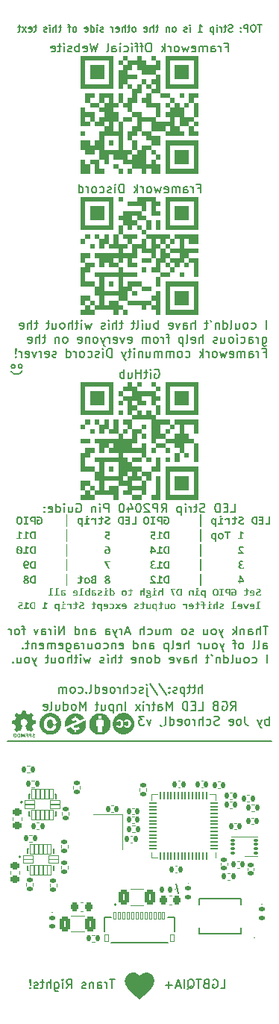
<source format=gbr>
%TF.GenerationSoftware,KiCad,Pcbnew,8.0.1*%
%TF.CreationDate,2024-04-01T01:15:32-04:00*%
%TF.ProjectId,MicrocontrollerInputModule,4d696372-6f63-46f6-9e74-726f6c6c6572,V3.0*%
%TF.SameCoordinates,Original*%
%TF.FileFunction,Legend,Bot*%
%TF.FilePolarity,Positive*%
%FSLAX46Y46*%
G04 Gerber Fmt 4.6, Leading zero omitted, Abs format (unit mm)*
G04 Created by KiCad (PCBNEW 8.0.1) date 2024-04-01 01:15:32*
%MOMM*%
%LPD*%
G01*
G04 APERTURE LIST*
G04 Aperture macros list*
%AMRoundRect*
0 Rectangle with rounded corners*
0 $1 Rounding radius*
0 $2 $3 $4 $5 $6 $7 $8 $9 X,Y pos of 4 corners*
0 Add a 4 corners polygon primitive as box body*
4,1,4,$2,$3,$4,$5,$6,$7,$8,$9,$2,$3,0*
0 Add four circle primitives for the rounded corners*
1,1,$1+$1,$2,$3*
1,1,$1+$1,$4,$5*
1,1,$1+$1,$6,$7*
1,1,$1+$1,$8,$9*
0 Add four rect primitives between the rounded corners*
20,1,$1+$1,$2,$3,$4,$5,0*
20,1,$1+$1,$4,$5,$6,$7,0*
20,1,$1+$1,$6,$7,$8,$9,0*
20,1,$1+$1,$8,$9,$2,$3,0*%
G04 Aperture macros list end*
%ADD10C,0.150000*%
%ADD11C,0.200000*%
%ADD12C,0.180000*%
%ADD13C,0.000000*%
%ADD14C,0.120000*%
%ADD15C,0.100000*%
%ADD16C,0.127000*%
%ADD17C,0.152400*%
%ADD18R,1.500000X1.500000*%
%ADD19RoundRect,0.140000X-0.140000X-0.170000X0.140000X-0.170000X0.140000X0.170000X-0.140000X0.170000X0*%
%ADD20RoundRect,0.140000X0.140000X0.170000X-0.140000X0.170000X-0.140000X-0.170000X0.140000X-0.170000X0*%
%ADD21RoundRect,0.135000X0.185000X-0.135000X0.185000X0.135000X-0.185000X0.135000X-0.185000X-0.135000X0*%
%ADD22RoundRect,0.225000X-0.250000X0.225000X-0.250000X-0.225000X0.250000X-0.225000X0.250000X0.225000X0*%
%ADD23RoundRect,0.050000X0.050000X-0.387500X0.050000X0.387500X-0.050000X0.387500X-0.050000X-0.387500X0*%
%ADD24RoundRect,0.050000X0.387500X-0.050000X0.387500X0.050000X-0.387500X0.050000X-0.387500X-0.050000X0*%
%ADD25R,3.200000X3.200000*%
%ADD26RoundRect,0.135000X0.135000X0.185000X-0.135000X0.185000X-0.135000X-0.185000X0.135000X-0.185000X0*%
%ADD27RoundRect,0.250000X0.312500X0.625000X-0.312500X0.625000X-0.312500X-0.625000X0.312500X-0.625000X0*%
%ADD28RoundRect,0.147500X-0.172500X0.147500X-0.172500X-0.147500X0.172500X-0.147500X0.172500X0.147500X0*%
%ADD29RoundRect,0.135000X-0.135000X-0.185000X0.135000X-0.185000X0.135000X0.185000X-0.135000X0.185000X0*%
%ADD30RoundRect,0.135000X-0.185000X0.135000X-0.185000X-0.135000X0.185000X-0.135000X0.185000X0.135000X0*%
%ADD31RoundRect,0.225000X-0.225000X-0.250000X0.225000X-0.250000X0.225000X0.250000X-0.225000X0.250000X0*%
%ADD32RoundRect,0.075000X-0.187500X-0.075000X0.187500X-0.075000X0.187500X0.075000X-0.187500X0.075000X0*%
%ADD33R,0.300000X1.700000*%
%ADD34R,2.000000X2.000000*%
%ADD35R,1.200000X1.400000*%
%ADD36RoundRect,0.013920X0.518080X0.218080X-0.518080X0.218080X-0.518080X-0.218080X0.518080X-0.218080X0*%
%ADD37RoundRect,0.013920X-0.218080X0.518080X-0.218080X-0.518080X0.218080X-0.518080X0.218080X0.518080X0*%
%ADD38RoundRect,0.050000X0.150000X0.400000X-0.150000X0.400000X-0.150000X-0.400000X0.150000X-0.400000X0*%
%ADD39RoundRect,0.050000X0.200000X0.400000X-0.200000X0.400000X-0.200000X-0.400000X0.200000X-0.400000X0*%
%ADD40RoundRect,0.140000X-0.170000X0.140000X-0.170000X-0.140000X0.170000X-0.140000X0.170000X0.140000X0*%
%ADD41R,1.250000X0.760000*%
%ADD42RoundRect,0.147500X0.147500X0.172500X-0.147500X0.172500X-0.147500X-0.172500X0.147500X-0.172500X0*%
%ADD43RoundRect,0.147500X0.017678X-0.226274X0.226274X-0.017678X-0.017678X0.226274X-0.226274X0.017678X0*%
G04 APERTURE END LIST*
D10*
X3164174Y72803014D02*
G75*
G02*
X1938102Y72760803I-626081J357794D01*
G01*
X20692893Y14650108D02*
X20892893Y13550108D01*
X2386504Y73340102D02*
G75*
G02*
X1939290Y73340102I-223607J0D01*
G01*
X1939290Y73340102D02*
G75*
G02*
X2386504Y73340102I223607J0D01*
G01*
X3186504Y73340102D02*
G75*
G02*
X2739290Y73340102I-223607J0D01*
G01*
X2739290Y73340102D02*
G75*
G02*
X3186504Y73340102I223607J0D01*
G01*
X1500000Y30857000D02*
X31500000Y30857000D01*
X30859651Y77597069D02*
X30859651Y78597069D01*
X29192985Y77644688D02*
X29288223Y77597069D01*
X29288223Y77597069D02*
X29478699Y77597069D01*
X29478699Y77597069D02*
X29573937Y77644688D01*
X29573937Y77644688D02*
X29621556Y77692308D01*
X29621556Y77692308D02*
X29669175Y77787546D01*
X29669175Y77787546D02*
X29669175Y78073260D01*
X29669175Y78073260D02*
X29621556Y78168498D01*
X29621556Y78168498D02*
X29573937Y78216117D01*
X29573937Y78216117D02*
X29478699Y78263736D01*
X29478699Y78263736D02*
X29288223Y78263736D01*
X29288223Y78263736D02*
X29192985Y78216117D01*
X28621556Y77597069D02*
X28716794Y77644688D01*
X28716794Y77644688D02*
X28764413Y77692308D01*
X28764413Y77692308D02*
X28812032Y77787546D01*
X28812032Y77787546D02*
X28812032Y78073260D01*
X28812032Y78073260D02*
X28764413Y78168498D01*
X28764413Y78168498D02*
X28716794Y78216117D01*
X28716794Y78216117D02*
X28621556Y78263736D01*
X28621556Y78263736D02*
X28478699Y78263736D01*
X28478699Y78263736D02*
X28383461Y78216117D01*
X28383461Y78216117D02*
X28335842Y78168498D01*
X28335842Y78168498D02*
X28288223Y78073260D01*
X28288223Y78073260D02*
X28288223Y77787546D01*
X28288223Y77787546D02*
X28335842Y77692308D01*
X28335842Y77692308D02*
X28383461Y77644688D01*
X28383461Y77644688D02*
X28478699Y77597069D01*
X28478699Y77597069D02*
X28621556Y77597069D01*
X27431080Y78263736D02*
X27431080Y77597069D01*
X27859651Y78263736D02*
X27859651Y77739927D01*
X27859651Y77739927D02*
X27812032Y77644688D01*
X27812032Y77644688D02*
X27716794Y77597069D01*
X27716794Y77597069D02*
X27573937Y77597069D01*
X27573937Y77597069D02*
X27478699Y77644688D01*
X27478699Y77644688D02*
X27431080Y77692308D01*
X26812032Y77597069D02*
X26907270Y77644688D01*
X26907270Y77644688D02*
X26954889Y77739927D01*
X26954889Y77739927D02*
X26954889Y78597069D01*
X26002508Y77597069D02*
X26002508Y78597069D01*
X26002508Y77644688D02*
X26097746Y77597069D01*
X26097746Y77597069D02*
X26288222Y77597069D01*
X26288222Y77597069D02*
X26383460Y77644688D01*
X26383460Y77644688D02*
X26431079Y77692308D01*
X26431079Y77692308D02*
X26478698Y77787546D01*
X26478698Y77787546D02*
X26478698Y78073260D01*
X26478698Y78073260D02*
X26431079Y78168498D01*
X26431079Y78168498D02*
X26383460Y78216117D01*
X26383460Y78216117D02*
X26288222Y78263736D01*
X26288222Y78263736D02*
X26097746Y78263736D01*
X26097746Y78263736D02*
X26002508Y78216117D01*
X25526317Y78263736D02*
X25526317Y77597069D01*
X25526317Y78168498D02*
X25478698Y78216117D01*
X25478698Y78216117D02*
X25383460Y78263736D01*
X25383460Y78263736D02*
X25240603Y78263736D01*
X25240603Y78263736D02*
X25145365Y78216117D01*
X25145365Y78216117D02*
X25097746Y78120879D01*
X25097746Y78120879D02*
X25097746Y77597069D01*
X24573936Y78597069D02*
X24669174Y78406593D01*
X24288222Y78263736D02*
X23907270Y78263736D01*
X24145365Y78597069D02*
X24145365Y77739927D01*
X24145365Y77739927D02*
X24097746Y77644688D01*
X24097746Y77644688D02*
X24002508Y77597069D01*
X24002508Y77597069D02*
X23907270Y77597069D01*
X22812031Y77597069D02*
X22812031Y78597069D01*
X22383460Y77597069D02*
X22383460Y78120879D01*
X22383460Y78120879D02*
X22431079Y78216117D01*
X22431079Y78216117D02*
X22526317Y78263736D01*
X22526317Y78263736D02*
X22669174Y78263736D01*
X22669174Y78263736D02*
X22764412Y78216117D01*
X22764412Y78216117D02*
X22812031Y78168498D01*
X21478698Y77597069D02*
X21478698Y78120879D01*
X21478698Y78120879D02*
X21526317Y78216117D01*
X21526317Y78216117D02*
X21621555Y78263736D01*
X21621555Y78263736D02*
X21812031Y78263736D01*
X21812031Y78263736D02*
X21907269Y78216117D01*
X21478698Y77644688D02*
X21573936Y77597069D01*
X21573936Y77597069D02*
X21812031Y77597069D01*
X21812031Y77597069D02*
X21907269Y77644688D01*
X21907269Y77644688D02*
X21954888Y77739927D01*
X21954888Y77739927D02*
X21954888Y77835165D01*
X21954888Y77835165D02*
X21907269Y77930403D01*
X21907269Y77930403D02*
X21812031Y77978022D01*
X21812031Y77978022D02*
X21573936Y77978022D01*
X21573936Y77978022D02*
X21478698Y78025641D01*
X21097745Y78263736D02*
X20859650Y77597069D01*
X20859650Y77597069D02*
X20621555Y78263736D01*
X19859650Y77644688D02*
X19954888Y77597069D01*
X19954888Y77597069D02*
X20145364Y77597069D01*
X20145364Y77597069D02*
X20240602Y77644688D01*
X20240602Y77644688D02*
X20288221Y77739927D01*
X20288221Y77739927D02*
X20288221Y78120879D01*
X20288221Y78120879D02*
X20240602Y78216117D01*
X20240602Y78216117D02*
X20145364Y78263736D01*
X20145364Y78263736D02*
X19954888Y78263736D01*
X19954888Y78263736D02*
X19859650Y78216117D01*
X19859650Y78216117D02*
X19812031Y78120879D01*
X19812031Y78120879D02*
X19812031Y78025641D01*
X19812031Y78025641D02*
X20288221Y77930403D01*
X18621554Y77597069D02*
X18621554Y78597069D01*
X18621554Y78216117D02*
X18526316Y78263736D01*
X18526316Y78263736D02*
X18335840Y78263736D01*
X18335840Y78263736D02*
X18240602Y78216117D01*
X18240602Y78216117D02*
X18192983Y78168498D01*
X18192983Y78168498D02*
X18145364Y78073260D01*
X18145364Y78073260D02*
X18145364Y77787546D01*
X18145364Y77787546D02*
X18192983Y77692308D01*
X18192983Y77692308D02*
X18240602Y77644688D01*
X18240602Y77644688D02*
X18335840Y77597069D01*
X18335840Y77597069D02*
X18526316Y77597069D01*
X18526316Y77597069D02*
X18621554Y77644688D01*
X17288221Y78263736D02*
X17288221Y77597069D01*
X17716792Y78263736D02*
X17716792Y77739927D01*
X17716792Y77739927D02*
X17669173Y77644688D01*
X17669173Y77644688D02*
X17573935Y77597069D01*
X17573935Y77597069D02*
X17431078Y77597069D01*
X17431078Y77597069D02*
X17335840Y77644688D01*
X17335840Y77644688D02*
X17288221Y77692308D01*
X16812030Y77597069D02*
X16812030Y78263736D01*
X16812030Y78597069D02*
X16859649Y78549450D01*
X16859649Y78549450D02*
X16812030Y78501831D01*
X16812030Y78501831D02*
X16764411Y78549450D01*
X16764411Y78549450D02*
X16812030Y78597069D01*
X16812030Y78597069D02*
X16812030Y78501831D01*
X16192983Y77597069D02*
X16288221Y77644688D01*
X16288221Y77644688D02*
X16335840Y77739927D01*
X16335840Y77739927D02*
X16335840Y78597069D01*
X15954887Y78263736D02*
X15573935Y78263736D01*
X15812030Y78597069D02*
X15812030Y77739927D01*
X15812030Y77739927D02*
X15764411Y77644688D01*
X15764411Y77644688D02*
X15669173Y77597069D01*
X15669173Y77597069D02*
X15573935Y77597069D01*
X14621553Y78263736D02*
X14240601Y78263736D01*
X14478696Y78597069D02*
X14478696Y77739927D01*
X14478696Y77739927D02*
X14431077Y77644688D01*
X14431077Y77644688D02*
X14335839Y77597069D01*
X14335839Y77597069D02*
X14240601Y77597069D01*
X13907267Y77597069D02*
X13907267Y78597069D01*
X13478696Y77597069D02*
X13478696Y78120879D01*
X13478696Y78120879D02*
X13526315Y78216117D01*
X13526315Y78216117D02*
X13621553Y78263736D01*
X13621553Y78263736D02*
X13764410Y78263736D01*
X13764410Y78263736D02*
X13859648Y78216117D01*
X13859648Y78216117D02*
X13907267Y78168498D01*
X13002505Y77597069D02*
X13002505Y78263736D01*
X13002505Y78597069D02*
X13050124Y78549450D01*
X13050124Y78549450D02*
X13002505Y78501831D01*
X13002505Y78501831D02*
X12954886Y78549450D01*
X12954886Y78549450D02*
X13002505Y78597069D01*
X13002505Y78597069D02*
X13002505Y78501831D01*
X12573934Y77644688D02*
X12478696Y77597069D01*
X12478696Y77597069D02*
X12288220Y77597069D01*
X12288220Y77597069D02*
X12192982Y77644688D01*
X12192982Y77644688D02*
X12145363Y77739927D01*
X12145363Y77739927D02*
X12145363Y77787546D01*
X12145363Y77787546D02*
X12192982Y77882784D01*
X12192982Y77882784D02*
X12288220Y77930403D01*
X12288220Y77930403D02*
X12431077Y77930403D01*
X12431077Y77930403D02*
X12526315Y77978022D01*
X12526315Y77978022D02*
X12573934Y78073260D01*
X12573934Y78073260D02*
X12573934Y78120879D01*
X12573934Y78120879D02*
X12526315Y78216117D01*
X12526315Y78216117D02*
X12431077Y78263736D01*
X12431077Y78263736D02*
X12288220Y78263736D01*
X12288220Y78263736D02*
X12192982Y78216117D01*
X11050124Y78263736D02*
X10859648Y77597069D01*
X10859648Y77597069D02*
X10669172Y78073260D01*
X10669172Y78073260D02*
X10478696Y77597069D01*
X10478696Y77597069D02*
X10288220Y78263736D01*
X9907267Y77597069D02*
X9907267Y78263736D01*
X9907267Y78597069D02*
X9954886Y78549450D01*
X9954886Y78549450D02*
X9907267Y78501831D01*
X9907267Y78501831D02*
X9859648Y78549450D01*
X9859648Y78549450D02*
X9907267Y78597069D01*
X9907267Y78597069D02*
X9907267Y78501831D01*
X9573934Y78263736D02*
X9192982Y78263736D01*
X9431077Y78597069D02*
X9431077Y77739927D01*
X9431077Y77739927D02*
X9383458Y77644688D01*
X9383458Y77644688D02*
X9288220Y77597069D01*
X9288220Y77597069D02*
X9192982Y77597069D01*
X8859648Y77597069D02*
X8859648Y78597069D01*
X8431077Y77597069D02*
X8431077Y78120879D01*
X8431077Y78120879D02*
X8478696Y78216117D01*
X8478696Y78216117D02*
X8573934Y78263736D01*
X8573934Y78263736D02*
X8716791Y78263736D01*
X8716791Y78263736D02*
X8812029Y78216117D01*
X8812029Y78216117D02*
X8859648Y78168498D01*
X7812029Y77597069D02*
X7907267Y77644688D01*
X7907267Y77644688D02*
X7954886Y77692308D01*
X7954886Y77692308D02*
X8002505Y77787546D01*
X8002505Y77787546D02*
X8002505Y78073260D01*
X8002505Y78073260D02*
X7954886Y78168498D01*
X7954886Y78168498D02*
X7907267Y78216117D01*
X7907267Y78216117D02*
X7812029Y78263736D01*
X7812029Y78263736D02*
X7669172Y78263736D01*
X7669172Y78263736D02*
X7573934Y78216117D01*
X7573934Y78216117D02*
X7526315Y78168498D01*
X7526315Y78168498D02*
X7478696Y78073260D01*
X7478696Y78073260D02*
X7478696Y77787546D01*
X7478696Y77787546D02*
X7526315Y77692308D01*
X7526315Y77692308D02*
X7573934Y77644688D01*
X7573934Y77644688D02*
X7669172Y77597069D01*
X7669172Y77597069D02*
X7812029Y77597069D01*
X6621553Y78263736D02*
X6621553Y77597069D01*
X7050124Y78263736D02*
X7050124Y77739927D01*
X7050124Y77739927D02*
X7002505Y77644688D01*
X7002505Y77644688D02*
X6907267Y77597069D01*
X6907267Y77597069D02*
X6764410Y77597069D01*
X6764410Y77597069D02*
X6669172Y77644688D01*
X6669172Y77644688D02*
X6621553Y77692308D01*
X6288219Y78263736D02*
X5907267Y78263736D01*
X6145362Y78597069D02*
X6145362Y77739927D01*
X6145362Y77739927D02*
X6097743Y77644688D01*
X6097743Y77644688D02*
X6002505Y77597069D01*
X6002505Y77597069D02*
X5907267Y77597069D01*
X4954885Y78263736D02*
X4573933Y78263736D01*
X4812028Y78597069D02*
X4812028Y77739927D01*
X4812028Y77739927D02*
X4764409Y77644688D01*
X4764409Y77644688D02*
X4669171Y77597069D01*
X4669171Y77597069D02*
X4573933Y77597069D01*
X4240599Y77597069D02*
X4240599Y78597069D01*
X3812028Y77597069D02*
X3812028Y78120879D01*
X3812028Y78120879D02*
X3859647Y78216117D01*
X3859647Y78216117D02*
X3954885Y78263736D01*
X3954885Y78263736D02*
X4097742Y78263736D01*
X4097742Y78263736D02*
X4192980Y78216117D01*
X4192980Y78216117D02*
X4240599Y78168498D01*
X2954885Y77644688D02*
X3050123Y77597069D01*
X3050123Y77597069D02*
X3240599Y77597069D01*
X3240599Y77597069D02*
X3335837Y77644688D01*
X3335837Y77644688D02*
X3383456Y77739927D01*
X3383456Y77739927D02*
X3383456Y78120879D01*
X3383456Y78120879D02*
X3335837Y78216117D01*
X3335837Y78216117D02*
X3240599Y78263736D01*
X3240599Y78263736D02*
X3050123Y78263736D01*
X3050123Y78263736D02*
X2954885Y78216117D01*
X2954885Y78216117D02*
X2907266Y78120879D01*
X2907266Y78120879D02*
X2907266Y78025641D01*
X2907266Y78025641D02*
X3383456Y77930403D01*
X30431080Y76653792D02*
X30431080Y75844268D01*
X30431080Y75844268D02*
X30478699Y75749030D01*
X30478699Y75749030D02*
X30526318Y75701411D01*
X30526318Y75701411D02*
X30621556Y75653792D01*
X30621556Y75653792D02*
X30764413Y75653792D01*
X30764413Y75653792D02*
X30859651Y75701411D01*
X30431080Y76034744D02*
X30526318Y75987125D01*
X30526318Y75987125D02*
X30716794Y75987125D01*
X30716794Y75987125D02*
X30812032Y76034744D01*
X30812032Y76034744D02*
X30859651Y76082364D01*
X30859651Y76082364D02*
X30907270Y76177602D01*
X30907270Y76177602D02*
X30907270Y76463316D01*
X30907270Y76463316D02*
X30859651Y76558554D01*
X30859651Y76558554D02*
X30812032Y76606173D01*
X30812032Y76606173D02*
X30716794Y76653792D01*
X30716794Y76653792D02*
X30526318Y76653792D01*
X30526318Y76653792D02*
X30431080Y76606173D01*
X29954889Y75987125D02*
X29954889Y76653792D01*
X29954889Y76463316D02*
X29907270Y76558554D01*
X29907270Y76558554D02*
X29859651Y76606173D01*
X29859651Y76606173D02*
X29764413Y76653792D01*
X29764413Y76653792D02*
X29669175Y76653792D01*
X28907270Y75987125D02*
X28907270Y76510935D01*
X28907270Y76510935D02*
X28954889Y76606173D01*
X28954889Y76606173D02*
X29050127Y76653792D01*
X29050127Y76653792D02*
X29240603Y76653792D01*
X29240603Y76653792D02*
X29335841Y76606173D01*
X28907270Y76034744D02*
X29002508Y75987125D01*
X29002508Y75987125D02*
X29240603Y75987125D01*
X29240603Y75987125D02*
X29335841Y76034744D01*
X29335841Y76034744D02*
X29383460Y76129983D01*
X29383460Y76129983D02*
X29383460Y76225221D01*
X29383460Y76225221D02*
X29335841Y76320459D01*
X29335841Y76320459D02*
X29240603Y76368078D01*
X29240603Y76368078D02*
X29002508Y76368078D01*
X29002508Y76368078D02*
X28907270Y76415697D01*
X28002508Y76034744D02*
X28097746Y75987125D01*
X28097746Y75987125D02*
X28288222Y75987125D01*
X28288222Y75987125D02*
X28383460Y76034744D01*
X28383460Y76034744D02*
X28431079Y76082364D01*
X28431079Y76082364D02*
X28478698Y76177602D01*
X28478698Y76177602D02*
X28478698Y76463316D01*
X28478698Y76463316D02*
X28431079Y76558554D01*
X28431079Y76558554D02*
X28383460Y76606173D01*
X28383460Y76606173D02*
X28288222Y76653792D01*
X28288222Y76653792D02*
X28097746Y76653792D01*
X28097746Y76653792D02*
X28002508Y76606173D01*
X27573936Y75987125D02*
X27573936Y76653792D01*
X27573936Y76987125D02*
X27621555Y76939506D01*
X27621555Y76939506D02*
X27573936Y76891887D01*
X27573936Y76891887D02*
X27526317Y76939506D01*
X27526317Y76939506D02*
X27573936Y76987125D01*
X27573936Y76987125D02*
X27573936Y76891887D01*
X26954889Y75987125D02*
X27050127Y76034744D01*
X27050127Y76034744D02*
X27097746Y76082364D01*
X27097746Y76082364D02*
X27145365Y76177602D01*
X27145365Y76177602D02*
X27145365Y76463316D01*
X27145365Y76463316D02*
X27097746Y76558554D01*
X27097746Y76558554D02*
X27050127Y76606173D01*
X27050127Y76606173D02*
X26954889Y76653792D01*
X26954889Y76653792D02*
X26812032Y76653792D01*
X26812032Y76653792D02*
X26716794Y76606173D01*
X26716794Y76606173D02*
X26669175Y76558554D01*
X26669175Y76558554D02*
X26621556Y76463316D01*
X26621556Y76463316D02*
X26621556Y76177602D01*
X26621556Y76177602D02*
X26669175Y76082364D01*
X26669175Y76082364D02*
X26716794Y76034744D01*
X26716794Y76034744D02*
X26812032Y75987125D01*
X26812032Y75987125D02*
X26954889Y75987125D01*
X25764413Y76653792D02*
X25764413Y75987125D01*
X26192984Y76653792D02*
X26192984Y76129983D01*
X26192984Y76129983D02*
X26145365Y76034744D01*
X26145365Y76034744D02*
X26050127Y75987125D01*
X26050127Y75987125D02*
X25907270Y75987125D01*
X25907270Y75987125D02*
X25812032Y76034744D01*
X25812032Y76034744D02*
X25764413Y76082364D01*
X25335841Y76034744D02*
X25240603Y75987125D01*
X25240603Y75987125D02*
X25050127Y75987125D01*
X25050127Y75987125D02*
X24954889Y76034744D01*
X24954889Y76034744D02*
X24907270Y76129983D01*
X24907270Y76129983D02*
X24907270Y76177602D01*
X24907270Y76177602D02*
X24954889Y76272840D01*
X24954889Y76272840D02*
X25050127Y76320459D01*
X25050127Y76320459D02*
X25192984Y76320459D01*
X25192984Y76320459D02*
X25288222Y76368078D01*
X25288222Y76368078D02*
X25335841Y76463316D01*
X25335841Y76463316D02*
X25335841Y76510935D01*
X25335841Y76510935D02*
X25288222Y76606173D01*
X25288222Y76606173D02*
X25192984Y76653792D01*
X25192984Y76653792D02*
X25050127Y76653792D01*
X25050127Y76653792D02*
X24954889Y76606173D01*
X23716793Y75987125D02*
X23716793Y76987125D01*
X23288222Y75987125D02*
X23288222Y76510935D01*
X23288222Y76510935D02*
X23335841Y76606173D01*
X23335841Y76606173D02*
X23431079Y76653792D01*
X23431079Y76653792D02*
X23573936Y76653792D01*
X23573936Y76653792D02*
X23669174Y76606173D01*
X23669174Y76606173D02*
X23716793Y76558554D01*
X22431079Y76034744D02*
X22526317Y75987125D01*
X22526317Y75987125D02*
X22716793Y75987125D01*
X22716793Y75987125D02*
X22812031Y76034744D01*
X22812031Y76034744D02*
X22859650Y76129983D01*
X22859650Y76129983D02*
X22859650Y76510935D01*
X22859650Y76510935D02*
X22812031Y76606173D01*
X22812031Y76606173D02*
X22716793Y76653792D01*
X22716793Y76653792D02*
X22526317Y76653792D01*
X22526317Y76653792D02*
X22431079Y76606173D01*
X22431079Y76606173D02*
X22383460Y76510935D01*
X22383460Y76510935D02*
X22383460Y76415697D01*
X22383460Y76415697D02*
X22859650Y76320459D01*
X21812031Y75987125D02*
X21907269Y76034744D01*
X21907269Y76034744D02*
X21954888Y76129983D01*
X21954888Y76129983D02*
X21954888Y76987125D01*
X21431078Y76653792D02*
X21431078Y75653792D01*
X21431078Y76606173D02*
X21335840Y76653792D01*
X21335840Y76653792D02*
X21145364Y76653792D01*
X21145364Y76653792D02*
X21050126Y76606173D01*
X21050126Y76606173D02*
X21002507Y76558554D01*
X21002507Y76558554D02*
X20954888Y76463316D01*
X20954888Y76463316D02*
X20954888Y76177602D01*
X20954888Y76177602D02*
X21002507Y76082364D01*
X21002507Y76082364D02*
X21050126Y76034744D01*
X21050126Y76034744D02*
X21145364Y75987125D01*
X21145364Y75987125D02*
X21335840Y75987125D01*
X21335840Y75987125D02*
X21431078Y76034744D01*
X19907268Y76653792D02*
X19526316Y76653792D01*
X19764411Y75987125D02*
X19764411Y76844268D01*
X19764411Y76844268D02*
X19716792Y76939506D01*
X19716792Y76939506D02*
X19621554Y76987125D01*
X19621554Y76987125D02*
X19526316Y76987125D01*
X19192982Y75987125D02*
X19192982Y76653792D01*
X19192982Y76463316D02*
X19145363Y76558554D01*
X19145363Y76558554D02*
X19097744Y76606173D01*
X19097744Y76606173D02*
X19002506Y76653792D01*
X19002506Y76653792D02*
X18907268Y76653792D01*
X18431077Y75987125D02*
X18526315Y76034744D01*
X18526315Y76034744D02*
X18573934Y76082364D01*
X18573934Y76082364D02*
X18621553Y76177602D01*
X18621553Y76177602D02*
X18621553Y76463316D01*
X18621553Y76463316D02*
X18573934Y76558554D01*
X18573934Y76558554D02*
X18526315Y76606173D01*
X18526315Y76606173D02*
X18431077Y76653792D01*
X18431077Y76653792D02*
X18288220Y76653792D01*
X18288220Y76653792D02*
X18192982Y76606173D01*
X18192982Y76606173D02*
X18145363Y76558554D01*
X18145363Y76558554D02*
X18097744Y76463316D01*
X18097744Y76463316D02*
X18097744Y76177602D01*
X18097744Y76177602D02*
X18145363Y76082364D01*
X18145363Y76082364D02*
X18192982Y76034744D01*
X18192982Y76034744D02*
X18288220Y75987125D01*
X18288220Y75987125D02*
X18431077Y75987125D01*
X17669172Y75987125D02*
X17669172Y76653792D01*
X17669172Y76558554D02*
X17621553Y76606173D01*
X17621553Y76606173D02*
X17526315Y76653792D01*
X17526315Y76653792D02*
X17383458Y76653792D01*
X17383458Y76653792D02*
X17288220Y76606173D01*
X17288220Y76606173D02*
X17240601Y76510935D01*
X17240601Y76510935D02*
X17240601Y75987125D01*
X17240601Y76510935D02*
X17192982Y76606173D01*
X17192982Y76606173D02*
X17097744Y76653792D01*
X17097744Y76653792D02*
X16954887Y76653792D01*
X16954887Y76653792D02*
X16859648Y76606173D01*
X16859648Y76606173D02*
X16812029Y76510935D01*
X16812029Y76510935D02*
X16812029Y75987125D01*
X15192982Y76034744D02*
X15288220Y75987125D01*
X15288220Y75987125D02*
X15478696Y75987125D01*
X15478696Y75987125D02*
X15573934Y76034744D01*
X15573934Y76034744D02*
X15621553Y76129983D01*
X15621553Y76129983D02*
X15621553Y76510935D01*
X15621553Y76510935D02*
X15573934Y76606173D01*
X15573934Y76606173D02*
X15478696Y76653792D01*
X15478696Y76653792D02*
X15288220Y76653792D01*
X15288220Y76653792D02*
X15192982Y76606173D01*
X15192982Y76606173D02*
X15145363Y76510935D01*
X15145363Y76510935D02*
X15145363Y76415697D01*
X15145363Y76415697D02*
X15621553Y76320459D01*
X14812029Y76653792D02*
X14573934Y75987125D01*
X14573934Y75987125D02*
X14335839Y76653792D01*
X13573934Y76034744D02*
X13669172Y75987125D01*
X13669172Y75987125D02*
X13859648Y75987125D01*
X13859648Y75987125D02*
X13954886Y76034744D01*
X13954886Y76034744D02*
X14002505Y76129983D01*
X14002505Y76129983D02*
X14002505Y76510935D01*
X14002505Y76510935D02*
X13954886Y76606173D01*
X13954886Y76606173D02*
X13859648Y76653792D01*
X13859648Y76653792D02*
X13669172Y76653792D01*
X13669172Y76653792D02*
X13573934Y76606173D01*
X13573934Y76606173D02*
X13526315Y76510935D01*
X13526315Y76510935D02*
X13526315Y76415697D01*
X13526315Y76415697D02*
X14002505Y76320459D01*
X13097743Y75987125D02*
X13097743Y76653792D01*
X13097743Y76463316D02*
X13050124Y76558554D01*
X13050124Y76558554D02*
X13002505Y76606173D01*
X13002505Y76606173D02*
X12907267Y76653792D01*
X12907267Y76653792D02*
X12812029Y76653792D01*
X12573933Y76653792D02*
X12335838Y75987125D01*
X12097743Y76653792D02*
X12335838Y75987125D01*
X12335838Y75987125D02*
X12431076Y75749030D01*
X12431076Y75749030D02*
X12478695Y75701411D01*
X12478695Y75701411D02*
X12573933Y75653792D01*
X11573933Y75987125D02*
X11669171Y76034744D01*
X11669171Y76034744D02*
X11716790Y76082364D01*
X11716790Y76082364D02*
X11764409Y76177602D01*
X11764409Y76177602D02*
X11764409Y76463316D01*
X11764409Y76463316D02*
X11716790Y76558554D01*
X11716790Y76558554D02*
X11669171Y76606173D01*
X11669171Y76606173D02*
X11573933Y76653792D01*
X11573933Y76653792D02*
X11431076Y76653792D01*
X11431076Y76653792D02*
X11335838Y76606173D01*
X11335838Y76606173D02*
X11288219Y76558554D01*
X11288219Y76558554D02*
X11240600Y76463316D01*
X11240600Y76463316D02*
X11240600Y76177602D01*
X11240600Y76177602D02*
X11288219Y76082364D01*
X11288219Y76082364D02*
X11335838Y76034744D01*
X11335838Y76034744D02*
X11431076Y75987125D01*
X11431076Y75987125D02*
X11573933Y75987125D01*
X10812028Y76653792D02*
X10812028Y75987125D01*
X10812028Y76558554D02*
X10764409Y76606173D01*
X10764409Y76606173D02*
X10669171Y76653792D01*
X10669171Y76653792D02*
X10526314Y76653792D01*
X10526314Y76653792D02*
X10431076Y76606173D01*
X10431076Y76606173D02*
X10383457Y76510935D01*
X10383457Y76510935D02*
X10383457Y75987125D01*
X9526314Y76034744D02*
X9621552Y75987125D01*
X9621552Y75987125D02*
X9812028Y75987125D01*
X9812028Y75987125D02*
X9907266Y76034744D01*
X9907266Y76034744D02*
X9954885Y76129983D01*
X9954885Y76129983D02*
X9954885Y76510935D01*
X9954885Y76510935D02*
X9907266Y76606173D01*
X9907266Y76606173D02*
X9812028Y76653792D01*
X9812028Y76653792D02*
X9621552Y76653792D01*
X9621552Y76653792D02*
X9526314Y76606173D01*
X9526314Y76606173D02*
X9478695Y76510935D01*
X9478695Y76510935D02*
X9478695Y76415697D01*
X9478695Y76415697D02*
X9954885Y76320459D01*
X8145361Y75987125D02*
X8240599Y76034744D01*
X8240599Y76034744D02*
X8288218Y76082364D01*
X8288218Y76082364D02*
X8335837Y76177602D01*
X8335837Y76177602D02*
X8335837Y76463316D01*
X8335837Y76463316D02*
X8288218Y76558554D01*
X8288218Y76558554D02*
X8240599Y76606173D01*
X8240599Y76606173D02*
X8145361Y76653792D01*
X8145361Y76653792D02*
X8002504Y76653792D01*
X8002504Y76653792D02*
X7907266Y76606173D01*
X7907266Y76606173D02*
X7859647Y76558554D01*
X7859647Y76558554D02*
X7812028Y76463316D01*
X7812028Y76463316D02*
X7812028Y76177602D01*
X7812028Y76177602D02*
X7859647Y76082364D01*
X7859647Y76082364D02*
X7907266Y76034744D01*
X7907266Y76034744D02*
X8002504Y75987125D01*
X8002504Y75987125D02*
X8145361Y75987125D01*
X7383456Y76653792D02*
X7383456Y75987125D01*
X7383456Y76558554D02*
X7335837Y76606173D01*
X7335837Y76606173D02*
X7240599Y76653792D01*
X7240599Y76653792D02*
X7097742Y76653792D01*
X7097742Y76653792D02*
X7002504Y76606173D01*
X7002504Y76606173D02*
X6954885Y76510935D01*
X6954885Y76510935D02*
X6954885Y75987125D01*
X5859646Y76653792D02*
X5478694Y76653792D01*
X5716789Y76987125D02*
X5716789Y76129983D01*
X5716789Y76129983D02*
X5669170Y76034744D01*
X5669170Y76034744D02*
X5573932Y75987125D01*
X5573932Y75987125D02*
X5478694Y75987125D01*
X5145360Y75987125D02*
X5145360Y76987125D01*
X4716789Y75987125D02*
X4716789Y76510935D01*
X4716789Y76510935D02*
X4764408Y76606173D01*
X4764408Y76606173D02*
X4859646Y76653792D01*
X4859646Y76653792D02*
X5002503Y76653792D01*
X5002503Y76653792D02*
X5097741Y76606173D01*
X5097741Y76606173D02*
X5145360Y76558554D01*
X3859646Y76034744D02*
X3954884Y75987125D01*
X3954884Y75987125D02*
X4145360Y75987125D01*
X4145360Y75987125D02*
X4240598Y76034744D01*
X4240598Y76034744D02*
X4288217Y76129983D01*
X4288217Y76129983D02*
X4288217Y76510935D01*
X4288217Y76510935D02*
X4240598Y76606173D01*
X4240598Y76606173D02*
X4145360Y76653792D01*
X4145360Y76653792D02*
X3954884Y76653792D01*
X3954884Y76653792D02*
X3859646Y76606173D01*
X3859646Y76606173D02*
X3812027Y76510935D01*
X3812027Y76510935D02*
X3812027Y76415697D01*
X3812027Y76415697D02*
X4288217Y76320459D01*
X30526318Y74900991D02*
X30859651Y74900991D01*
X30859651Y74377181D02*
X30859651Y75377181D01*
X30859651Y75377181D02*
X30383461Y75377181D01*
X30002508Y74377181D02*
X30002508Y75043848D01*
X30002508Y74853372D02*
X29954889Y74948610D01*
X29954889Y74948610D02*
X29907270Y74996229D01*
X29907270Y74996229D02*
X29812032Y75043848D01*
X29812032Y75043848D02*
X29716794Y75043848D01*
X28954889Y74377181D02*
X28954889Y74900991D01*
X28954889Y74900991D02*
X29002508Y74996229D01*
X29002508Y74996229D02*
X29097746Y75043848D01*
X29097746Y75043848D02*
X29288222Y75043848D01*
X29288222Y75043848D02*
X29383460Y74996229D01*
X28954889Y74424800D02*
X29050127Y74377181D01*
X29050127Y74377181D02*
X29288222Y74377181D01*
X29288222Y74377181D02*
X29383460Y74424800D01*
X29383460Y74424800D02*
X29431079Y74520039D01*
X29431079Y74520039D02*
X29431079Y74615277D01*
X29431079Y74615277D02*
X29383460Y74710515D01*
X29383460Y74710515D02*
X29288222Y74758134D01*
X29288222Y74758134D02*
X29050127Y74758134D01*
X29050127Y74758134D02*
X28954889Y74805753D01*
X28478698Y74377181D02*
X28478698Y75043848D01*
X28478698Y74948610D02*
X28431079Y74996229D01*
X28431079Y74996229D02*
X28335841Y75043848D01*
X28335841Y75043848D02*
X28192984Y75043848D01*
X28192984Y75043848D02*
X28097746Y74996229D01*
X28097746Y74996229D02*
X28050127Y74900991D01*
X28050127Y74900991D02*
X28050127Y74377181D01*
X28050127Y74900991D02*
X28002508Y74996229D01*
X28002508Y74996229D02*
X27907270Y75043848D01*
X27907270Y75043848D02*
X27764413Y75043848D01*
X27764413Y75043848D02*
X27669174Y74996229D01*
X27669174Y74996229D02*
X27621555Y74900991D01*
X27621555Y74900991D02*
X27621555Y74377181D01*
X26764413Y74424800D02*
X26859651Y74377181D01*
X26859651Y74377181D02*
X27050127Y74377181D01*
X27050127Y74377181D02*
X27145365Y74424800D01*
X27145365Y74424800D02*
X27192984Y74520039D01*
X27192984Y74520039D02*
X27192984Y74900991D01*
X27192984Y74900991D02*
X27145365Y74996229D01*
X27145365Y74996229D02*
X27050127Y75043848D01*
X27050127Y75043848D02*
X26859651Y75043848D01*
X26859651Y75043848D02*
X26764413Y74996229D01*
X26764413Y74996229D02*
X26716794Y74900991D01*
X26716794Y74900991D02*
X26716794Y74805753D01*
X26716794Y74805753D02*
X27192984Y74710515D01*
X26383460Y75043848D02*
X26192984Y74377181D01*
X26192984Y74377181D02*
X26002508Y74853372D01*
X26002508Y74853372D02*
X25812032Y74377181D01*
X25812032Y74377181D02*
X25621556Y75043848D01*
X25097746Y74377181D02*
X25192984Y74424800D01*
X25192984Y74424800D02*
X25240603Y74472420D01*
X25240603Y74472420D02*
X25288222Y74567658D01*
X25288222Y74567658D02*
X25288222Y74853372D01*
X25288222Y74853372D02*
X25240603Y74948610D01*
X25240603Y74948610D02*
X25192984Y74996229D01*
X25192984Y74996229D02*
X25097746Y75043848D01*
X25097746Y75043848D02*
X24954889Y75043848D01*
X24954889Y75043848D02*
X24859651Y74996229D01*
X24859651Y74996229D02*
X24812032Y74948610D01*
X24812032Y74948610D02*
X24764413Y74853372D01*
X24764413Y74853372D02*
X24764413Y74567658D01*
X24764413Y74567658D02*
X24812032Y74472420D01*
X24812032Y74472420D02*
X24859651Y74424800D01*
X24859651Y74424800D02*
X24954889Y74377181D01*
X24954889Y74377181D02*
X25097746Y74377181D01*
X24335841Y74377181D02*
X24335841Y75043848D01*
X24335841Y74853372D02*
X24288222Y74948610D01*
X24288222Y74948610D02*
X24240603Y74996229D01*
X24240603Y74996229D02*
X24145365Y75043848D01*
X24145365Y75043848D02*
X24050127Y75043848D01*
X23716793Y74377181D02*
X23716793Y75377181D01*
X23621555Y74758134D02*
X23335841Y74377181D01*
X23335841Y75043848D02*
X23716793Y74662896D01*
X21716793Y74424800D02*
X21812031Y74377181D01*
X21812031Y74377181D02*
X22002507Y74377181D01*
X22002507Y74377181D02*
X22097745Y74424800D01*
X22097745Y74424800D02*
X22145364Y74472420D01*
X22145364Y74472420D02*
X22192983Y74567658D01*
X22192983Y74567658D02*
X22192983Y74853372D01*
X22192983Y74853372D02*
X22145364Y74948610D01*
X22145364Y74948610D02*
X22097745Y74996229D01*
X22097745Y74996229D02*
X22002507Y75043848D01*
X22002507Y75043848D02*
X21812031Y75043848D01*
X21812031Y75043848D02*
X21716793Y74996229D01*
X21145364Y74377181D02*
X21240602Y74424800D01*
X21240602Y74424800D02*
X21288221Y74472420D01*
X21288221Y74472420D02*
X21335840Y74567658D01*
X21335840Y74567658D02*
X21335840Y74853372D01*
X21335840Y74853372D02*
X21288221Y74948610D01*
X21288221Y74948610D02*
X21240602Y74996229D01*
X21240602Y74996229D02*
X21145364Y75043848D01*
X21145364Y75043848D02*
X21002507Y75043848D01*
X21002507Y75043848D02*
X20907269Y74996229D01*
X20907269Y74996229D02*
X20859650Y74948610D01*
X20859650Y74948610D02*
X20812031Y74853372D01*
X20812031Y74853372D02*
X20812031Y74567658D01*
X20812031Y74567658D02*
X20859650Y74472420D01*
X20859650Y74472420D02*
X20907269Y74424800D01*
X20907269Y74424800D02*
X21002507Y74377181D01*
X21002507Y74377181D02*
X21145364Y74377181D01*
X20383459Y74377181D02*
X20383459Y75043848D01*
X20383459Y74948610D02*
X20335840Y74996229D01*
X20335840Y74996229D02*
X20240602Y75043848D01*
X20240602Y75043848D02*
X20097745Y75043848D01*
X20097745Y75043848D02*
X20002507Y74996229D01*
X20002507Y74996229D02*
X19954888Y74900991D01*
X19954888Y74900991D02*
X19954888Y74377181D01*
X19954888Y74900991D02*
X19907269Y74996229D01*
X19907269Y74996229D02*
X19812031Y75043848D01*
X19812031Y75043848D02*
X19669174Y75043848D01*
X19669174Y75043848D02*
X19573935Y74996229D01*
X19573935Y74996229D02*
X19526316Y74900991D01*
X19526316Y74900991D02*
X19526316Y74377181D01*
X19050126Y74377181D02*
X19050126Y75043848D01*
X19050126Y74948610D02*
X19002507Y74996229D01*
X19002507Y74996229D02*
X18907269Y75043848D01*
X18907269Y75043848D02*
X18764412Y75043848D01*
X18764412Y75043848D02*
X18669174Y74996229D01*
X18669174Y74996229D02*
X18621555Y74900991D01*
X18621555Y74900991D02*
X18621555Y74377181D01*
X18621555Y74900991D02*
X18573936Y74996229D01*
X18573936Y74996229D02*
X18478698Y75043848D01*
X18478698Y75043848D02*
X18335841Y75043848D01*
X18335841Y75043848D02*
X18240602Y74996229D01*
X18240602Y74996229D02*
X18192983Y74900991D01*
X18192983Y74900991D02*
X18192983Y74377181D01*
X17288222Y75043848D02*
X17288222Y74377181D01*
X17716793Y75043848D02*
X17716793Y74520039D01*
X17716793Y74520039D02*
X17669174Y74424800D01*
X17669174Y74424800D02*
X17573936Y74377181D01*
X17573936Y74377181D02*
X17431079Y74377181D01*
X17431079Y74377181D02*
X17335841Y74424800D01*
X17335841Y74424800D02*
X17288222Y74472420D01*
X16812031Y75043848D02*
X16812031Y74377181D01*
X16812031Y74948610D02*
X16764412Y74996229D01*
X16764412Y74996229D02*
X16669174Y75043848D01*
X16669174Y75043848D02*
X16526317Y75043848D01*
X16526317Y75043848D02*
X16431079Y74996229D01*
X16431079Y74996229D02*
X16383460Y74900991D01*
X16383460Y74900991D02*
X16383460Y74377181D01*
X15907269Y74377181D02*
X15907269Y75043848D01*
X15907269Y75377181D02*
X15954888Y75329562D01*
X15954888Y75329562D02*
X15907269Y75281943D01*
X15907269Y75281943D02*
X15859650Y75329562D01*
X15859650Y75329562D02*
X15907269Y75377181D01*
X15907269Y75377181D02*
X15907269Y75281943D01*
X15573936Y75043848D02*
X15192984Y75043848D01*
X15431079Y75377181D02*
X15431079Y74520039D01*
X15431079Y74520039D02*
X15383460Y74424800D01*
X15383460Y74424800D02*
X15288222Y74377181D01*
X15288222Y74377181D02*
X15192984Y74377181D01*
X14954888Y75043848D02*
X14716793Y74377181D01*
X14478698Y75043848D02*
X14716793Y74377181D01*
X14716793Y74377181D02*
X14812031Y74139086D01*
X14812031Y74139086D02*
X14859650Y74091467D01*
X14859650Y74091467D02*
X14954888Y74043848D01*
X13335840Y74377181D02*
X13335840Y75377181D01*
X13335840Y75377181D02*
X13097745Y75377181D01*
X13097745Y75377181D02*
X12954888Y75329562D01*
X12954888Y75329562D02*
X12859650Y75234324D01*
X12859650Y75234324D02*
X12812031Y75139086D01*
X12812031Y75139086D02*
X12764412Y74948610D01*
X12764412Y74948610D02*
X12764412Y74805753D01*
X12764412Y74805753D02*
X12812031Y74615277D01*
X12812031Y74615277D02*
X12859650Y74520039D01*
X12859650Y74520039D02*
X12954888Y74424800D01*
X12954888Y74424800D02*
X13097745Y74377181D01*
X13097745Y74377181D02*
X13335840Y74377181D01*
X12335840Y74377181D02*
X12335840Y75043848D01*
X12335840Y75377181D02*
X12383459Y75329562D01*
X12383459Y75329562D02*
X12335840Y75281943D01*
X12335840Y75281943D02*
X12288221Y75329562D01*
X12288221Y75329562D02*
X12335840Y75377181D01*
X12335840Y75377181D02*
X12335840Y75281943D01*
X11907269Y74424800D02*
X11812031Y74377181D01*
X11812031Y74377181D02*
X11621555Y74377181D01*
X11621555Y74377181D02*
X11526317Y74424800D01*
X11526317Y74424800D02*
X11478698Y74520039D01*
X11478698Y74520039D02*
X11478698Y74567658D01*
X11478698Y74567658D02*
X11526317Y74662896D01*
X11526317Y74662896D02*
X11621555Y74710515D01*
X11621555Y74710515D02*
X11764412Y74710515D01*
X11764412Y74710515D02*
X11859650Y74758134D01*
X11859650Y74758134D02*
X11907269Y74853372D01*
X11907269Y74853372D02*
X11907269Y74900991D01*
X11907269Y74900991D02*
X11859650Y74996229D01*
X11859650Y74996229D02*
X11764412Y75043848D01*
X11764412Y75043848D02*
X11621555Y75043848D01*
X11621555Y75043848D02*
X11526317Y74996229D01*
X10621555Y74424800D02*
X10716793Y74377181D01*
X10716793Y74377181D02*
X10907269Y74377181D01*
X10907269Y74377181D02*
X11002507Y74424800D01*
X11002507Y74424800D02*
X11050126Y74472420D01*
X11050126Y74472420D02*
X11097745Y74567658D01*
X11097745Y74567658D02*
X11097745Y74853372D01*
X11097745Y74853372D02*
X11050126Y74948610D01*
X11050126Y74948610D02*
X11002507Y74996229D01*
X11002507Y74996229D02*
X10907269Y75043848D01*
X10907269Y75043848D02*
X10716793Y75043848D01*
X10716793Y75043848D02*
X10621555Y74996229D01*
X10050126Y74377181D02*
X10145364Y74424800D01*
X10145364Y74424800D02*
X10192983Y74472420D01*
X10192983Y74472420D02*
X10240602Y74567658D01*
X10240602Y74567658D02*
X10240602Y74853372D01*
X10240602Y74853372D02*
X10192983Y74948610D01*
X10192983Y74948610D02*
X10145364Y74996229D01*
X10145364Y74996229D02*
X10050126Y75043848D01*
X10050126Y75043848D02*
X9907269Y75043848D01*
X9907269Y75043848D02*
X9812031Y74996229D01*
X9812031Y74996229D02*
X9764412Y74948610D01*
X9764412Y74948610D02*
X9716793Y74853372D01*
X9716793Y74853372D02*
X9716793Y74567658D01*
X9716793Y74567658D02*
X9764412Y74472420D01*
X9764412Y74472420D02*
X9812031Y74424800D01*
X9812031Y74424800D02*
X9907269Y74377181D01*
X9907269Y74377181D02*
X10050126Y74377181D01*
X9288221Y74377181D02*
X9288221Y75043848D01*
X9288221Y74853372D02*
X9240602Y74948610D01*
X9240602Y74948610D02*
X9192983Y74996229D01*
X9192983Y74996229D02*
X9097745Y75043848D01*
X9097745Y75043848D02*
X9002507Y75043848D01*
X8240602Y74377181D02*
X8240602Y75377181D01*
X8240602Y74424800D02*
X8335840Y74377181D01*
X8335840Y74377181D02*
X8526316Y74377181D01*
X8526316Y74377181D02*
X8621554Y74424800D01*
X8621554Y74424800D02*
X8669173Y74472420D01*
X8669173Y74472420D02*
X8716792Y74567658D01*
X8716792Y74567658D02*
X8716792Y74853372D01*
X8716792Y74853372D02*
X8669173Y74948610D01*
X8669173Y74948610D02*
X8621554Y74996229D01*
X8621554Y74996229D02*
X8526316Y75043848D01*
X8526316Y75043848D02*
X8335840Y75043848D01*
X8335840Y75043848D02*
X8240602Y74996229D01*
X7050125Y74424800D02*
X6954887Y74377181D01*
X6954887Y74377181D02*
X6764411Y74377181D01*
X6764411Y74377181D02*
X6669173Y74424800D01*
X6669173Y74424800D02*
X6621554Y74520039D01*
X6621554Y74520039D02*
X6621554Y74567658D01*
X6621554Y74567658D02*
X6669173Y74662896D01*
X6669173Y74662896D02*
X6764411Y74710515D01*
X6764411Y74710515D02*
X6907268Y74710515D01*
X6907268Y74710515D02*
X7002506Y74758134D01*
X7002506Y74758134D02*
X7050125Y74853372D01*
X7050125Y74853372D02*
X7050125Y74900991D01*
X7050125Y74900991D02*
X7002506Y74996229D01*
X7002506Y74996229D02*
X6907268Y75043848D01*
X6907268Y75043848D02*
X6764411Y75043848D01*
X6764411Y75043848D02*
X6669173Y74996229D01*
X5812030Y74424800D02*
X5907268Y74377181D01*
X5907268Y74377181D02*
X6097744Y74377181D01*
X6097744Y74377181D02*
X6192982Y74424800D01*
X6192982Y74424800D02*
X6240601Y74520039D01*
X6240601Y74520039D02*
X6240601Y74900991D01*
X6240601Y74900991D02*
X6192982Y74996229D01*
X6192982Y74996229D02*
X6097744Y75043848D01*
X6097744Y75043848D02*
X5907268Y75043848D01*
X5907268Y75043848D02*
X5812030Y74996229D01*
X5812030Y74996229D02*
X5764411Y74900991D01*
X5764411Y74900991D02*
X5764411Y74805753D01*
X5764411Y74805753D02*
X6240601Y74710515D01*
X5335839Y74377181D02*
X5335839Y75043848D01*
X5335839Y74853372D02*
X5288220Y74948610D01*
X5288220Y74948610D02*
X5240601Y74996229D01*
X5240601Y74996229D02*
X5145363Y75043848D01*
X5145363Y75043848D02*
X5050125Y75043848D01*
X4812029Y75043848D02*
X4573934Y74377181D01*
X4573934Y74377181D02*
X4335839Y75043848D01*
X3573934Y74424800D02*
X3669172Y74377181D01*
X3669172Y74377181D02*
X3859648Y74377181D01*
X3859648Y74377181D02*
X3954886Y74424800D01*
X3954886Y74424800D02*
X4002505Y74520039D01*
X4002505Y74520039D02*
X4002505Y74900991D01*
X4002505Y74900991D02*
X3954886Y74996229D01*
X3954886Y74996229D02*
X3859648Y75043848D01*
X3859648Y75043848D02*
X3669172Y75043848D01*
X3669172Y75043848D02*
X3573934Y74996229D01*
X3573934Y74996229D02*
X3526315Y74900991D01*
X3526315Y74900991D02*
X3526315Y74805753D01*
X3526315Y74805753D02*
X4002505Y74710515D01*
X3097743Y74377181D02*
X3097743Y75043848D01*
X3097743Y74853372D02*
X3050124Y74948610D01*
X3050124Y74948610D02*
X3002505Y74996229D01*
X3002505Y74996229D02*
X2907267Y75043848D01*
X2907267Y75043848D02*
X2812029Y75043848D01*
X2478695Y74472420D02*
X2431076Y74424800D01*
X2431076Y74424800D02*
X2478695Y74377181D01*
X2478695Y74377181D02*
X2526314Y74424800D01*
X2526314Y74424800D02*
X2478695Y74472420D01*
X2478695Y74472420D02*
X2478695Y74377181D01*
X2478695Y74758134D02*
X2526314Y75329562D01*
X2526314Y75329562D02*
X2478695Y75377181D01*
X2478695Y75377181D02*
X2431076Y75329562D01*
X2431076Y75329562D02*
X2478695Y74758134D01*
X2478695Y74758134D02*
X2478695Y75377181D01*
X23656113Y36280289D02*
X23656113Y37280289D01*
X23227542Y36280289D02*
X23227542Y36804099D01*
X23227542Y36804099D02*
X23275161Y36899337D01*
X23275161Y36899337D02*
X23370399Y36946956D01*
X23370399Y36946956D02*
X23513256Y36946956D01*
X23513256Y36946956D02*
X23608494Y36899337D01*
X23608494Y36899337D02*
X23656113Y36851718D01*
X22894208Y36946956D02*
X22513256Y36946956D01*
X22751351Y37280289D02*
X22751351Y36423147D01*
X22751351Y36423147D02*
X22703732Y36327908D01*
X22703732Y36327908D02*
X22608494Y36280289D01*
X22608494Y36280289D02*
X22513256Y36280289D01*
X22322779Y36946956D02*
X21941827Y36946956D01*
X22179922Y37280289D02*
X22179922Y36423147D01*
X22179922Y36423147D02*
X22132303Y36327908D01*
X22132303Y36327908D02*
X22037065Y36280289D01*
X22037065Y36280289D02*
X21941827Y36280289D01*
X21608493Y36946956D02*
X21608493Y35946956D01*
X21608493Y36899337D02*
X21513255Y36946956D01*
X21513255Y36946956D02*
X21322779Y36946956D01*
X21322779Y36946956D02*
X21227541Y36899337D01*
X21227541Y36899337D02*
X21179922Y36851718D01*
X21179922Y36851718D02*
X21132303Y36756480D01*
X21132303Y36756480D02*
X21132303Y36470766D01*
X21132303Y36470766D02*
X21179922Y36375528D01*
X21179922Y36375528D02*
X21227541Y36327908D01*
X21227541Y36327908D02*
X21322779Y36280289D01*
X21322779Y36280289D02*
X21513255Y36280289D01*
X21513255Y36280289D02*
X21608493Y36327908D01*
X20751350Y36327908D02*
X20656112Y36280289D01*
X20656112Y36280289D02*
X20465636Y36280289D01*
X20465636Y36280289D02*
X20370398Y36327908D01*
X20370398Y36327908D02*
X20322779Y36423147D01*
X20322779Y36423147D02*
X20322779Y36470766D01*
X20322779Y36470766D02*
X20370398Y36566004D01*
X20370398Y36566004D02*
X20465636Y36613623D01*
X20465636Y36613623D02*
X20608493Y36613623D01*
X20608493Y36613623D02*
X20703731Y36661242D01*
X20703731Y36661242D02*
X20751350Y36756480D01*
X20751350Y36756480D02*
X20751350Y36804099D01*
X20751350Y36804099D02*
X20703731Y36899337D01*
X20703731Y36899337D02*
X20608493Y36946956D01*
X20608493Y36946956D02*
X20465636Y36946956D01*
X20465636Y36946956D02*
X20370398Y36899337D01*
X19894207Y36375528D02*
X19846588Y36327908D01*
X19846588Y36327908D02*
X19894207Y36280289D01*
X19894207Y36280289D02*
X19941826Y36327908D01*
X19941826Y36327908D02*
X19894207Y36375528D01*
X19894207Y36375528D02*
X19894207Y36280289D01*
X19894207Y36899337D02*
X19846588Y36851718D01*
X19846588Y36851718D02*
X19894207Y36804099D01*
X19894207Y36804099D02*
X19941826Y36851718D01*
X19941826Y36851718D02*
X19894207Y36899337D01*
X19894207Y36899337D02*
X19894207Y36804099D01*
X18703732Y37327908D02*
X19560874Y36042194D01*
X17656113Y37327908D02*
X18513255Y36042194D01*
X17322779Y36946956D02*
X17322779Y36089813D01*
X17322779Y36089813D02*
X17370398Y35994575D01*
X17370398Y35994575D02*
X17465636Y35946956D01*
X17465636Y35946956D02*
X17513255Y35946956D01*
X17322779Y37280289D02*
X17370398Y37232670D01*
X17370398Y37232670D02*
X17322779Y37185051D01*
X17322779Y37185051D02*
X17275160Y37232670D01*
X17275160Y37232670D02*
X17322779Y37280289D01*
X17322779Y37280289D02*
X17322779Y37185051D01*
X16894208Y36327908D02*
X16798970Y36280289D01*
X16798970Y36280289D02*
X16608494Y36280289D01*
X16608494Y36280289D02*
X16513256Y36327908D01*
X16513256Y36327908D02*
X16465637Y36423147D01*
X16465637Y36423147D02*
X16465637Y36470766D01*
X16465637Y36470766D02*
X16513256Y36566004D01*
X16513256Y36566004D02*
X16608494Y36613623D01*
X16608494Y36613623D02*
X16751351Y36613623D01*
X16751351Y36613623D02*
X16846589Y36661242D01*
X16846589Y36661242D02*
X16894208Y36756480D01*
X16894208Y36756480D02*
X16894208Y36804099D01*
X16894208Y36804099D02*
X16846589Y36899337D01*
X16846589Y36899337D02*
X16751351Y36946956D01*
X16751351Y36946956D02*
X16608494Y36946956D01*
X16608494Y36946956D02*
X16513256Y36899337D01*
X15608494Y36327908D02*
X15703732Y36280289D01*
X15703732Y36280289D02*
X15894208Y36280289D01*
X15894208Y36280289D02*
X15989446Y36327908D01*
X15989446Y36327908D02*
X16037065Y36375528D01*
X16037065Y36375528D02*
X16084684Y36470766D01*
X16084684Y36470766D02*
X16084684Y36756480D01*
X16084684Y36756480D02*
X16037065Y36851718D01*
X16037065Y36851718D02*
X15989446Y36899337D01*
X15989446Y36899337D02*
X15894208Y36946956D01*
X15894208Y36946956D02*
X15703732Y36946956D01*
X15703732Y36946956D02*
X15608494Y36899337D01*
X15179922Y36280289D02*
X15179922Y37280289D01*
X14751351Y36280289D02*
X14751351Y36804099D01*
X14751351Y36804099D02*
X14798970Y36899337D01*
X14798970Y36899337D02*
X14894208Y36946956D01*
X14894208Y36946956D02*
X15037065Y36946956D01*
X15037065Y36946956D02*
X15132303Y36899337D01*
X15132303Y36899337D02*
X15179922Y36851718D01*
X14275160Y36280289D02*
X14275160Y36946956D01*
X14275160Y36756480D02*
X14227541Y36851718D01*
X14227541Y36851718D02*
X14179922Y36899337D01*
X14179922Y36899337D02*
X14084684Y36946956D01*
X14084684Y36946956D02*
X13989446Y36946956D01*
X13513255Y36280289D02*
X13608493Y36327908D01*
X13608493Y36327908D02*
X13656112Y36375528D01*
X13656112Y36375528D02*
X13703731Y36470766D01*
X13703731Y36470766D02*
X13703731Y36756480D01*
X13703731Y36756480D02*
X13656112Y36851718D01*
X13656112Y36851718D02*
X13608493Y36899337D01*
X13608493Y36899337D02*
X13513255Y36946956D01*
X13513255Y36946956D02*
X13370398Y36946956D01*
X13370398Y36946956D02*
X13275160Y36899337D01*
X13275160Y36899337D02*
X13227541Y36851718D01*
X13227541Y36851718D02*
X13179922Y36756480D01*
X13179922Y36756480D02*
X13179922Y36470766D01*
X13179922Y36470766D02*
X13227541Y36375528D01*
X13227541Y36375528D02*
X13275160Y36327908D01*
X13275160Y36327908D02*
X13370398Y36280289D01*
X13370398Y36280289D02*
X13513255Y36280289D01*
X12370398Y36327908D02*
X12465636Y36280289D01*
X12465636Y36280289D02*
X12656112Y36280289D01*
X12656112Y36280289D02*
X12751350Y36327908D01*
X12751350Y36327908D02*
X12798969Y36423147D01*
X12798969Y36423147D02*
X12798969Y36804099D01*
X12798969Y36804099D02*
X12751350Y36899337D01*
X12751350Y36899337D02*
X12656112Y36946956D01*
X12656112Y36946956D02*
X12465636Y36946956D01*
X12465636Y36946956D02*
X12370398Y36899337D01*
X12370398Y36899337D02*
X12322779Y36804099D01*
X12322779Y36804099D02*
X12322779Y36708861D01*
X12322779Y36708861D02*
X12798969Y36613623D01*
X11465636Y36280289D02*
X11465636Y37280289D01*
X11465636Y36327908D02*
X11560874Y36280289D01*
X11560874Y36280289D02*
X11751350Y36280289D01*
X11751350Y36280289D02*
X11846588Y36327908D01*
X11846588Y36327908D02*
X11894207Y36375528D01*
X11894207Y36375528D02*
X11941826Y36470766D01*
X11941826Y36470766D02*
X11941826Y36756480D01*
X11941826Y36756480D02*
X11894207Y36851718D01*
X11894207Y36851718D02*
X11846588Y36899337D01*
X11846588Y36899337D02*
X11751350Y36946956D01*
X11751350Y36946956D02*
X11560874Y36946956D01*
X11560874Y36946956D02*
X11465636Y36899337D01*
X10846588Y36280289D02*
X10941826Y36327908D01*
X10941826Y36327908D02*
X10989445Y36423147D01*
X10989445Y36423147D02*
X10989445Y37280289D01*
X10465635Y36375528D02*
X10418016Y36327908D01*
X10418016Y36327908D02*
X10465635Y36280289D01*
X10465635Y36280289D02*
X10513254Y36327908D01*
X10513254Y36327908D02*
X10465635Y36375528D01*
X10465635Y36375528D02*
X10465635Y36280289D01*
X9560874Y36327908D02*
X9656112Y36280289D01*
X9656112Y36280289D02*
X9846588Y36280289D01*
X9846588Y36280289D02*
X9941826Y36327908D01*
X9941826Y36327908D02*
X9989445Y36375528D01*
X9989445Y36375528D02*
X10037064Y36470766D01*
X10037064Y36470766D02*
X10037064Y36756480D01*
X10037064Y36756480D02*
X9989445Y36851718D01*
X9989445Y36851718D02*
X9941826Y36899337D01*
X9941826Y36899337D02*
X9846588Y36946956D01*
X9846588Y36946956D02*
X9656112Y36946956D01*
X9656112Y36946956D02*
X9560874Y36899337D01*
X8989445Y36280289D02*
X9084683Y36327908D01*
X9084683Y36327908D02*
X9132302Y36375528D01*
X9132302Y36375528D02*
X9179921Y36470766D01*
X9179921Y36470766D02*
X9179921Y36756480D01*
X9179921Y36756480D02*
X9132302Y36851718D01*
X9132302Y36851718D02*
X9084683Y36899337D01*
X9084683Y36899337D02*
X8989445Y36946956D01*
X8989445Y36946956D02*
X8846588Y36946956D01*
X8846588Y36946956D02*
X8751350Y36899337D01*
X8751350Y36899337D02*
X8703731Y36851718D01*
X8703731Y36851718D02*
X8656112Y36756480D01*
X8656112Y36756480D02*
X8656112Y36470766D01*
X8656112Y36470766D02*
X8703731Y36375528D01*
X8703731Y36375528D02*
X8751350Y36327908D01*
X8751350Y36327908D02*
X8846588Y36280289D01*
X8846588Y36280289D02*
X8989445Y36280289D01*
X8227540Y36280289D02*
X8227540Y36946956D01*
X8227540Y36851718D02*
X8179921Y36899337D01*
X8179921Y36899337D02*
X8084683Y36946956D01*
X8084683Y36946956D02*
X7941826Y36946956D01*
X7941826Y36946956D02*
X7846588Y36899337D01*
X7846588Y36899337D02*
X7798969Y36804099D01*
X7798969Y36804099D02*
X7798969Y36280289D01*
X7798969Y36804099D02*
X7751350Y36899337D01*
X7751350Y36899337D02*
X7656112Y36946956D01*
X7656112Y36946956D02*
X7513255Y36946956D01*
X7513255Y36946956D02*
X7418016Y36899337D01*
X7418016Y36899337D02*
X7370397Y36804099D01*
X7370397Y36804099D02*
X7370397Y36280289D01*
X30374889Y112102705D02*
X29917746Y112102705D01*
X30146318Y111302705D02*
X30146318Y112102705D01*
X29498698Y112102705D02*
X29346317Y112102705D01*
X29346317Y112102705D02*
X29270127Y112064610D01*
X29270127Y112064610D02*
X29193936Y111988420D01*
X29193936Y111988420D02*
X29155841Y111836039D01*
X29155841Y111836039D02*
X29155841Y111569372D01*
X29155841Y111569372D02*
X29193936Y111416991D01*
X29193936Y111416991D02*
X29270127Y111340800D01*
X29270127Y111340800D02*
X29346317Y111302705D01*
X29346317Y111302705D02*
X29498698Y111302705D01*
X29498698Y111302705D02*
X29574889Y111340800D01*
X29574889Y111340800D02*
X29651079Y111416991D01*
X29651079Y111416991D02*
X29689175Y111569372D01*
X29689175Y111569372D02*
X29689175Y111836039D01*
X29689175Y111836039D02*
X29651079Y111988420D01*
X29651079Y111988420D02*
X29574889Y112064610D01*
X29574889Y112064610D02*
X29498698Y112102705D01*
X28812984Y111302705D02*
X28812984Y112102705D01*
X28812984Y112102705D02*
X28508222Y112102705D01*
X28508222Y112102705D02*
X28432032Y112064610D01*
X28432032Y112064610D02*
X28393937Y112026515D01*
X28393937Y112026515D02*
X28355841Y111950324D01*
X28355841Y111950324D02*
X28355841Y111836039D01*
X28355841Y111836039D02*
X28393937Y111759848D01*
X28393937Y111759848D02*
X28432032Y111721753D01*
X28432032Y111721753D02*
X28508222Y111683658D01*
X28508222Y111683658D02*
X28812984Y111683658D01*
X28012984Y111378896D02*
X27974889Y111340800D01*
X27974889Y111340800D02*
X28012984Y111302705D01*
X28012984Y111302705D02*
X28051080Y111340800D01*
X28051080Y111340800D02*
X28012984Y111378896D01*
X28012984Y111378896D02*
X28012984Y111302705D01*
X28012984Y111797943D02*
X27974889Y111759848D01*
X27974889Y111759848D02*
X28012984Y111721753D01*
X28012984Y111721753D02*
X28051080Y111759848D01*
X28051080Y111759848D02*
X28012984Y111797943D01*
X28012984Y111797943D02*
X28012984Y111721753D01*
X27060604Y111340800D02*
X26946318Y111302705D01*
X26946318Y111302705D02*
X26755842Y111302705D01*
X26755842Y111302705D02*
X26679651Y111340800D01*
X26679651Y111340800D02*
X26641556Y111378896D01*
X26641556Y111378896D02*
X26603461Y111455086D01*
X26603461Y111455086D02*
X26603461Y111531277D01*
X26603461Y111531277D02*
X26641556Y111607467D01*
X26641556Y111607467D02*
X26679651Y111645562D01*
X26679651Y111645562D02*
X26755842Y111683658D01*
X26755842Y111683658D02*
X26908223Y111721753D01*
X26908223Y111721753D02*
X26984413Y111759848D01*
X26984413Y111759848D02*
X27022508Y111797943D01*
X27022508Y111797943D02*
X27060604Y111874134D01*
X27060604Y111874134D02*
X27060604Y111950324D01*
X27060604Y111950324D02*
X27022508Y112026515D01*
X27022508Y112026515D02*
X26984413Y112064610D01*
X26984413Y112064610D02*
X26908223Y112102705D01*
X26908223Y112102705D02*
X26717746Y112102705D01*
X26717746Y112102705D02*
X26603461Y112064610D01*
X26374889Y111836039D02*
X26070127Y111836039D01*
X26260603Y112102705D02*
X26260603Y111416991D01*
X26260603Y111416991D02*
X26222508Y111340800D01*
X26222508Y111340800D02*
X26146318Y111302705D01*
X26146318Y111302705D02*
X26070127Y111302705D01*
X25803460Y111302705D02*
X25803460Y111836039D01*
X25803460Y111683658D02*
X25765365Y111759848D01*
X25765365Y111759848D02*
X25727270Y111797943D01*
X25727270Y111797943D02*
X25651079Y111836039D01*
X25651079Y111836039D02*
X25574889Y111836039D01*
X25308222Y111302705D02*
X25308222Y111836039D01*
X25308222Y112102705D02*
X25346318Y112064610D01*
X25346318Y112064610D02*
X25308222Y112026515D01*
X25308222Y112026515D02*
X25270127Y112064610D01*
X25270127Y112064610D02*
X25308222Y112102705D01*
X25308222Y112102705D02*
X25308222Y112026515D01*
X24927270Y111836039D02*
X24927270Y111036039D01*
X24927270Y111797943D02*
X24851080Y111836039D01*
X24851080Y111836039D02*
X24698699Y111836039D01*
X24698699Y111836039D02*
X24622508Y111797943D01*
X24622508Y111797943D02*
X24584413Y111759848D01*
X24584413Y111759848D02*
X24546318Y111683658D01*
X24546318Y111683658D02*
X24546318Y111455086D01*
X24546318Y111455086D02*
X24584413Y111378896D01*
X24584413Y111378896D02*
X24622508Y111340800D01*
X24622508Y111340800D02*
X24698699Y111302705D01*
X24698699Y111302705D02*
X24851080Y111302705D01*
X24851080Y111302705D02*
X24927270Y111340800D01*
X23174889Y111302705D02*
X23632032Y111302705D01*
X23403460Y111302705D02*
X23403460Y112102705D01*
X23403460Y112102705D02*
X23479651Y111988420D01*
X23479651Y111988420D02*
X23555841Y111912229D01*
X23555841Y111912229D02*
X23632032Y111874134D01*
X22222507Y111302705D02*
X22222507Y111836039D01*
X22222507Y112102705D02*
X22260603Y112064610D01*
X22260603Y112064610D02*
X22222507Y112026515D01*
X22222507Y112026515D02*
X22184412Y112064610D01*
X22184412Y112064610D02*
X22222507Y112102705D01*
X22222507Y112102705D02*
X22222507Y112026515D01*
X21879651Y111340800D02*
X21803460Y111302705D01*
X21803460Y111302705D02*
X21651079Y111302705D01*
X21651079Y111302705D02*
X21574889Y111340800D01*
X21574889Y111340800D02*
X21536793Y111416991D01*
X21536793Y111416991D02*
X21536793Y111455086D01*
X21536793Y111455086D02*
X21574889Y111531277D01*
X21574889Y111531277D02*
X21651079Y111569372D01*
X21651079Y111569372D02*
X21765365Y111569372D01*
X21765365Y111569372D02*
X21841555Y111607467D01*
X21841555Y111607467D02*
X21879651Y111683658D01*
X21879651Y111683658D02*
X21879651Y111721753D01*
X21879651Y111721753D02*
X21841555Y111797943D01*
X21841555Y111797943D02*
X21765365Y111836039D01*
X21765365Y111836039D02*
X21651079Y111836039D01*
X21651079Y111836039D02*
X21574889Y111797943D01*
X20470127Y111302705D02*
X20546317Y111340800D01*
X20546317Y111340800D02*
X20584412Y111378896D01*
X20584412Y111378896D02*
X20622508Y111455086D01*
X20622508Y111455086D02*
X20622508Y111683658D01*
X20622508Y111683658D02*
X20584412Y111759848D01*
X20584412Y111759848D02*
X20546317Y111797943D01*
X20546317Y111797943D02*
X20470127Y111836039D01*
X20470127Y111836039D02*
X20355841Y111836039D01*
X20355841Y111836039D02*
X20279650Y111797943D01*
X20279650Y111797943D02*
X20241555Y111759848D01*
X20241555Y111759848D02*
X20203460Y111683658D01*
X20203460Y111683658D02*
X20203460Y111455086D01*
X20203460Y111455086D02*
X20241555Y111378896D01*
X20241555Y111378896D02*
X20279650Y111340800D01*
X20279650Y111340800D02*
X20355841Y111302705D01*
X20355841Y111302705D02*
X20470127Y111302705D01*
X19860602Y111836039D02*
X19860602Y111302705D01*
X19860602Y111759848D02*
X19822507Y111797943D01*
X19822507Y111797943D02*
X19746317Y111836039D01*
X19746317Y111836039D02*
X19632031Y111836039D01*
X19632031Y111836039D02*
X19555840Y111797943D01*
X19555840Y111797943D02*
X19517745Y111721753D01*
X19517745Y111721753D02*
X19517745Y111302705D01*
X18641554Y111836039D02*
X18336792Y111836039D01*
X18527268Y112102705D02*
X18527268Y111416991D01*
X18527268Y111416991D02*
X18489173Y111340800D01*
X18489173Y111340800D02*
X18412983Y111302705D01*
X18412983Y111302705D02*
X18336792Y111302705D01*
X18070125Y111302705D02*
X18070125Y112102705D01*
X17727268Y111302705D02*
X17727268Y111721753D01*
X17727268Y111721753D02*
X17765363Y111797943D01*
X17765363Y111797943D02*
X17841554Y111836039D01*
X17841554Y111836039D02*
X17955840Y111836039D01*
X17955840Y111836039D02*
X18032030Y111797943D01*
X18032030Y111797943D02*
X18070125Y111759848D01*
X17041553Y111340800D02*
X17117744Y111302705D01*
X17117744Y111302705D02*
X17270125Y111302705D01*
X17270125Y111302705D02*
X17346315Y111340800D01*
X17346315Y111340800D02*
X17384411Y111416991D01*
X17384411Y111416991D02*
X17384411Y111721753D01*
X17384411Y111721753D02*
X17346315Y111797943D01*
X17346315Y111797943D02*
X17270125Y111836039D01*
X17270125Y111836039D02*
X17117744Y111836039D01*
X17117744Y111836039D02*
X17041553Y111797943D01*
X17041553Y111797943D02*
X17003458Y111721753D01*
X17003458Y111721753D02*
X17003458Y111645562D01*
X17003458Y111645562D02*
X17384411Y111569372D01*
X15936792Y111302705D02*
X16012982Y111340800D01*
X16012982Y111340800D02*
X16051077Y111378896D01*
X16051077Y111378896D02*
X16089173Y111455086D01*
X16089173Y111455086D02*
X16089173Y111683658D01*
X16089173Y111683658D02*
X16051077Y111759848D01*
X16051077Y111759848D02*
X16012982Y111797943D01*
X16012982Y111797943D02*
X15936792Y111836039D01*
X15936792Y111836039D02*
X15822506Y111836039D01*
X15822506Y111836039D02*
X15746315Y111797943D01*
X15746315Y111797943D02*
X15708220Y111759848D01*
X15708220Y111759848D02*
X15670125Y111683658D01*
X15670125Y111683658D02*
X15670125Y111455086D01*
X15670125Y111455086D02*
X15708220Y111378896D01*
X15708220Y111378896D02*
X15746315Y111340800D01*
X15746315Y111340800D02*
X15822506Y111302705D01*
X15822506Y111302705D02*
X15936792Y111302705D01*
X15441553Y111836039D02*
X15136791Y111836039D01*
X15327267Y112102705D02*
X15327267Y111416991D01*
X15327267Y111416991D02*
X15289172Y111340800D01*
X15289172Y111340800D02*
X15212982Y111302705D01*
X15212982Y111302705D02*
X15136791Y111302705D01*
X14870124Y111302705D02*
X14870124Y112102705D01*
X14527267Y111302705D02*
X14527267Y111721753D01*
X14527267Y111721753D02*
X14565362Y111797943D01*
X14565362Y111797943D02*
X14641553Y111836039D01*
X14641553Y111836039D02*
X14755839Y111836039D01*
X14755839Y111836039D02*
X14832029Y111797943D01*
X14832029Y111797943D02*
X14870124Y111759848D01*
X13841552Y111340800D02*
X13917743Y111302705D01*
X13917743Y111302705D02*
X14070124Y111302705D01*
X14070124Y111302705D02*
X14146314Y111340800D01*
X14146314Y111340800D02*
X14184410Y111416991D01*
X14184410Y111416991D02*
X14184410Y111721753D01*
X14184410Y111721753D02*
X14146314Y111797943D01*
X14146314Y111797943D02*
X14070124Y111836039D01*
X14070124Y111836039D02*
X13917743Y111836039D01*
X13917743Y111836039D02*
X13841552Y111797943D01*
X13841552Y111797943D02*
X13803457Y111721753D01*
X13803457Y111721753D02*
X13803457Y111645562D01*
X13803457Y111645562D02*
X14184410Y111569372D01*
X13460600Y111302705D02*
X13460600Y111836039D01*
X13460600Y111683658D02*
X13422505Y111759848D01*
X13422505Y111759848D02*
X13384410Y111797943D01*
X13384410Y111797943D02*
X13308219Y111836039D01*
X13308219Y111836039D02*
X13232029Y111836039D01*
X12393934Y111340800D02*
X12317743Y111302705D01*
X12317743Y111302705D02*
X12165362Y111302705D01*
X12165362Y111302705D02*
X12089172Y111340800D01*
X12089172Y111340800D02*
X12051076Y111416991D01*
X12051076Y111416991D02*
X12051076Y111455086D01*
X12051076Y111455086D02*
X12089172Y111531277D01*
X12089172Y111531277D02*
X12165362Y111569372D01*
X12165362Y111569372D02*
X12279648Y111569372D01*
X12279648Y111569372D02*
X12355838Y111607467D01*
X12355838Y111607467D02*
X12393934Y111683658D01*
X12393934Y111683658D02*
X12393934Y111721753D01*
X12393934Y111721753D02*
X12355838Y111797943D01*
X12355838Y111797943D02*
X12279648Y111836039D01*
X12279648Y111836039D02*
X12165362Y111836039D01*
X12165362Y111836039D02*
X12089172Y111797943D01*
X11708219Y111302705D02*
X11708219Y111836039D01*
X11708219Y112102705D02*
X11746315Y112064610D01*
X11746315Y112064610D02*
X11708219Y112026515D01*
X11708219Y112026515D02*
X11670124Y112064610D01*
X11670124Y112064610D02*
X11708219Y112102705D01*
X11708219Y112102705D02*
X11708219Y112026515D01*
X10984410Y111302705D02*
X10984410Y112102705D01*
X10984410Y111340800D02*
X11060601Y111302705D01*
X11060601Y111302705D02*
X11212982Y111302705D01*
X11212982Y111302705D02*
X11289172Y111340800D01*
X11289172Y111340800D02*
X11327267Y111378896D01*
X11327267Y111378896D02*
X11365363Y111455086D01*
X11365363Y111455086D02*
X11365363Y111683658D01*
X11365363Y111683658D02*
X11327267Y111759848D01*
X11327267Y111759848D02*
X11289172Y111797943D01*
X11289172Y111797943D02*
X11212982Y111836039D01*
X11212982Y111836039D02*
X11060601Y111836039D01*
X11060601Y111836039D02*
X10984410Y111797943D01*
X10298695Y111340800D02*
X10374886Y111302705D01*
X10374886Y111302705D02*
X10527267Y111302705D01*
X10527267Y111302705D02*
X10603457Y111340800D01*
X10603457Y111340800D02*
X10641553Y111416991D01*
X10641553Y111416991D02*
X10641553Y111721753D01*
X10641553Y111721753D02*
X10603457Y111797943D01*
X10603457Y111797943D02*
X10527267Y111836039D01*
X10527267Y111836039D02*
X10374886Y111836039D01*
X10374886Y111836039D02*
X10298695Y111797943D01*
X10298695Y111797943D02*
X10260600Y111721753D01*
X10260600Y111721753D02*
X10260600Y111645562D01*
X10260600Y111645562D02*
X10641553Y111569372D01*
X9193934Y111302705D02*
X9270124Y111340800D01*
X9270124Y111340800D02*
X9308219Y111378896D01*
X9308219Y111378896D02*
X9346315Y111455086D01*
X9346315Y111455086D02*
X9346315Y111683658D01*
X9346315Y111683658D02*
X9308219Y111759848D01*
X9308219Y111759848D02*
X9270124Y111797943D01*
X9270124Y111797943D02*
X9193934Y111836039D01*
X9193934Y111836039D02*
X9079648Y111836039D01*
X9079648Y111836039D02*
X9003457Y111797943D01*
X9003457Y111797943D02*
X8965362Y111759848D01*
X8965362Y111759848D02*
X8927267Y111683658D01*
X8927267Y111683658D02*
X8927267Y111455086D01*
X8927267Y111455086D02*
X8965362Y111378896D01*
X8965362Y111378896D02*
X9003457Y111340800D01*
X9003457Y111340800D02*
X9079648Y111302705D01*
X9079648Y111302705D02*
X9193934Y111302705D01*
X8698695Y111836039D02*
X8393933Y111836039D01*
X8584409Y111302705D02*
X8584409Y111988420D01*
X8584409Y111988420D02*
X8546314Y112064610D01*
X8546314Y112064610D02*
X8470124Y112102705D01*
X8470124Y112102705D02*
X8393933Y112102705D01*
X7632028Y111836039D02*
X7327266Y111836039D01*
X7517742Y112102705D02*
X7517742Y111416991D01*
X7517742Y111416991D02*
X7479647Y111340800D01*
X7479647Y111340800D02*
X7403457Y111302705D01*
X7403457Y111302705D02*
X7327266Y111302705D01*
X7060599Y111302705D02*
X7060599Y112102705D01*
X6717742Y111302705D02*
X6717742Y111721753D01*
X6717742Y111721753D02*
X6755837Y111797943D01*
X6755837Y111797943D02*
X6832028Y111836039D01*
X6832028Y111836039D02*
X6946314Y111836039D01*
X6946314Y111836039D02*
X7022504Y111797943D01*
X7022504Y111797943D02*
X7060599Y111759848D01*
X6336789Y111302705D02*
X6336789Y111836039D01*
X6336789Y112102705D02*
X6374885Y112064610D01*
X6374885Y112064610D02*
X6336789Y112026515D01*
X6336789Y112026515D02*
X6298694Y112064610D01*
X6298694Y112064610D02*
X6336789Y112102705D01*
X6336789Y112102705D02*
X6336789Y112026515D01*
X5993933Y111340800D02*
X5917742Y111302705D01*
X5917742Y111302705D02*
X5765361Y111302705D01*
X5765361Y111302705D02*
X5689171Y111340800D01*
X5689171Y111340800D02*
X5651075Y111416991D01*
X5651075Y111416991D02*
X5651075Y111455086D01*
X5651075Y111455086D02*
X5689171Y111531277D01*
X5689171Y111531277D02*
X5765361Y111569372D01*
X5765361Y111569372D02*
X5879647Y111569372D01*
X5879647Y111569372D02*
X5955837Y111607467D01*
X5955837Y111607467D02*
X5993933Y111683658D01*
X5993933Y111683658D02*
X5993933Y111721753D01*
X5993933Y111721753D02*
X5955837Y111797943D01*
X5955837Y111797943D02*
X5879647Y111836039D01*
X5879647Y111836039D02*
X5765361Y111836039D01*
X5765361Y111836039D02*
X5689171Y111797943D01*
X4812980Y111836039D02*
X4508218Y111836039D01*
X4698694Y112102705D02*
X4698694Y111416991D01*
X4698694Y111416991D02*
X4660599Y111340800D01*
X4660599Y111340800D02*
X4584409Y111302705D01*
X4584409Y111302705D02*
X4508218Y111302705D01*
X3936789Y111340800D02*
X4012980Y111302705D01*
X4012980Y111302705D02*
X4165361Y111302705D01*
X4165361Y111302705D02*
X4241551Y111340800D01*
X4241551Y111340800D02*
X4279647Y111416991D01*
X4279647Y111416991D02*
X4279647Y111721753D01*
X4279647Y111721753D02*
X4241551Y111797943D01*
X4241551Y111797943D02*
X4165361Y111836039D01*
X4165361Y111836039D02*
X4012980Y111836039D01*
X4012980Y111836039D02*
X3936789Y111797943D01*
X3936789Y111797943D02*
X3898694Y111721753D01*
X3898694Y111721753D02*
X3898694Y111645562D01*
X3898694Y111645562D02*
X4279647Y111569372D01*
X3632028Y111302705D02*
X3212980Y111836039D01*
X3632028Y111836039D02*
X3212980Y111302705D01*
X3022504Y111836039D02*
X2717742Y111836039D01*
X2908218Y112102705D02*
X2908218Y111416991D01*
X2908218Y111416991D02*
X2870123Y111340800D01*
X2870123Y111340800D02*
X2793933Y111302705D01*
X2793933Y111302705D02*
X2717742Y111302705D01*
X26859650Y56787181D02*
X27335840Y56787181D01*
X27335840Y56787181D02*
X27335840Y57787181D01*
X26526316Y57310991D02*
X26192983Y57310991D01*
X26050126Y56787181D02*
X26526316Y56787181D01*
X26526316Y56787181D02*
X26526316Y57787181D01*
X26526316Y57787181D02*
X26050126Y57787181D01*
X25621554Y56787181D02*
X25621554Y57787181D01*
X25621554Y57787181D02*
X25383459Y57787181D01*
X25383459Y57787181D02*
X25240602Y57739562D01*
X25240602Y57739562D02*
X25145364Y57644324D01*
X25145364Y57644324D02*
X25097745Y57549086D01*
X25097745Y57549086D02*
X25050126Y57358610D01*
X25050126Y57358610D02*
X25050126Y57215753D01*
X25050126Y57215753D02*
X25097745Y57025277D01*
X25097745Y57025277D02*
X25145364Y56930039D01*
X25145364Y56930039D02*
X25240602Y56834800D01*
X25240602Y56834800D02*
X25383459Y56787181D01*
X25383459Y56787181D02*
X25621554Y56787181D01*
X23907268Y56834800D02*
X23764411Y56787181D01*
X23764411Y56787181D02*
X23526316Y56787181D01*
X23526316Y56787181D02*
X23431078Y56834800D01*
X23431078Y56834800D02*
X23383459Y56882420D01*
X23383459Y56882420D02*
X23335840Y56977658D01*
X23335840Y56977658D02*
X23335840Y57072896D01*
X23335840Y57072896D02*
X23383459Y57168134D01*
X23383459Y57168134D02*
X23431078Y57215753D01*
X23431078Y57215753D02*
X23526316Y57263372D01*
X23526316Y57263372D02*
X23716792Y57310991D01*
X23716792Y57310991D02*
X23812030Y57358610D01*
X23812030Y57358610D02*
X23859649Y57406229D01*
X23859649Y57406229D02*
X23907268Y57501467D01*
X23907268Y57501467D02*
X23907268Y57596705D01*
X23907268Y57596705D02*
X23859649Y57691943D01*
X23859649Y57691943D02*
X23812030Y57739562D01*
X23812030Y57739562D02*
X23716792Y57787181D01*
X23716792Y57787181D02*
X23478697Y57787181D01*
X23478697Y57787181D02*
X23335840Y57739562D01*
X23050125Y57453848D02*
X22669173Y57453848D01*
X22907268Y57787181D02*
X22907268Y56930039D01*
X22907268Y56930039D02*
X22859649Y56834800D01*
X22859649Y56834800D02*
X22764411Y56787181D01*
X22764411Y56787181D02*
X22669173Y56787181D01*
X22335839Y56787181D02*
X22335839Y57453848D01*
X22335839Y57263372D02*
X22288220Y57358610D01*
X22288220Y57358610D02*
X22240601Y57406229D01*
X22240601Y57406229D02*
X22145363Y57453848D01*
X22145363Y57453848D02*
X22050125Y57453848D01*
X21716791Y56787181D02*
X21716791Y57453848D01*
X21716791Y57787181D02*
X21764410Y57739562D01*
X21764410Y57739562D02*
X21716791Y57691943D01*
X21716791Y57691943D02*
X21669172Y57739562D01*
X21669172Y57739562D02*
X21716791Y57787181D01*
X21716791Y57787181D02*
X21716791Y57691943D01*
X21240601Y57453848D02*
X21240601Y56453848D01*
X21240601Y57406229D02*
X21145363Y57453848D01*
X21145363Y57453848D02*
X20954887Y57453848D01*
X20954887Y57453848D02*
X20859649Y57406229D01*
X20859649Y57406229D02*
X20812030Y57358610D01*
X20812030Y57358610D02*
X20764411Y57263372D01*
X20764411Y57263372D02*
X20764411Y56977658D01*
X20764411Y56977658D02*
X20812030Y56882420D01*
X20812030Y56882420D02*
X20859649Y56834800D01*
X20859649Y56834800D02*
X20954887Y56787181D01*
X20954887Y56787181D02*
X21145363Y56787181D01*
X21145363Y56787181D02*
X21240601Y56834800D01*
X19002506Y56787181D02*
X19335839Y57263372D01*
X19573934Y56787181D02*
X19573934Y57787181D01*
X19573934Y57787181D02*
X19192982Y57787181D01*
X19192982Y57787181D02*
X19097744Y57739562D01*
X19097744Y57739562D02*
X19050125Y57691943D01*
X19050125Y57691943D02*
X19002506Y57596705D01*
X19002506Y57596705D02*
X19002506Y57453848D01*
X19002506Y57453848D02*
X19050125Y57358610D01*
X19050125Y57358610D02*
X19097744Y57310991D01*
X19097744Y57310991D02*
X19192982Y57263372D01*
X19192982Y57263372D02*
X19573934Y57263372D01*
X18573934Y56787181D02*
X18573934Y57787181D01*
X18573934Y57787181D02*
X18192982Y57787181D01*
X18192982Y57787181D02*
X18097744Y57739562D01*
X18097744Y57739562D02*
X18050125Y57691943D01*
X18050125Y57691943D02*
X18002506Y57596705D01*
X18002506Y57596705D02*
X18002506Y57453848D01*
X18002506Y57453848D02*
X18050125Y57358610D01*
X18050125Y57358610D02*
X18097744Y57310991D01*
X18097744Y57310991D02*
X18192982Y57263372D01*
X18192982Y57263372D02*
X18573934Y57263372D01*
X17621553Y57691943D02*
X17573934Y57739562D01*
X17573934Y57739562D02*
X17478696Y57787181D01*
X17478696Y57787181D02*
X17240601Y57787181D01*
X17240601Y57787181D02*
X17145363Y57739562D01*
X17145363Y57739562D02*
X17097744Y57691943D01*
X17097744Y57691943D02*
X17050125Y57596705D01*
X17050125Y57596705D02*
X17050125Y57501467D01*
X17050125Y57501467D02*
X17097744Y57358610D01*
X17097744Y57358610D02*
X17669172Y56787181D01*
X17669172Y56787181D02*
X17050125Y56787181D01*
X16431077Y57787181D02*
X16335839Y57787181D01*
X16335839Y57787181D02*
X16240601Y57739562D01*
X16240601Y57739562D02*
X16192982Y57691943D01*
X16192982Y57691943D02*
X16145363Y57596705D01*
X16145363Y57596705D02*
X16097744Y57406229D01*
X16097744Y57406229D02*
X16097744Y57168134D01*
X16097744Y57168134D02*
X16145363Y56977658D01*
X16145363Y56977658D02*
X16192982Y56882420D01*
X16192982Y56882420D02*
X16240601Y56834800D01*
X16240601Y56834800D02*
X16335839Y56787181D01*
X16335839Y56787181D02*
X16431077Y56787181D01*
X16431077Y56787181D02*
X16526315Y56834800D01*
X16526315Y56834800D02*
X16573934Y56882420D01*
X16573934Y56882420D02*
X16621553Y56977658D01*
X16621553Y56977658D02*
X16669172Y57168134D01*
X16669172Y57168134D02*
X16669172Y57406229D01*
X16669172Y57406229D02*
X16621553Y57596705D01*
X16621553Y57596705D02*
X16573934Y57691943D01*
X16573934Y57691943D02*
X16526315Y57739562D01*
X16526315Y57739562D02*
X16431077Y57787181D01*
X15240601Y57453848D02*
X15240601Y56787181D01*
X15478696Y57834800D02*
X15716791Y57120515D01*
X15716791Y57120515D02*
X15097744Y57120515D01*
X14526315Y57787181D02*
X14431077Y57787181D01*
X14431077Y57787181D02*
X14335839Y57739562D01*
X14335839Y57739562D02*
X14288220Y57691943D01*
X14288220Y57691943D02*
X14240601Y57596705D01*
X14240601Y57596705D02*
X14192982Y57406229D01*
X14192982Y57406229D02*
X14192982Y57168134D01*
X14192982Y57168134D02*
X14240601Y56977658D01*
X14240601Y56977658D02*
X14288220Y56882420D01*
X14288220Y56882420D02*
X14335839Y56834800D01*
X14335839Y56834800D02*
X14431077Y56787181D01*
X14431077Y56787181D02*
X14526315Y56787181D01*
X14526315Y56787181D02*
X14621553Y56834800D01*
X14621553Y56834800D02*
X14669172Y56882420D01*
X14669172Y56882420D02*
X14716791Y56977658D01*
X14716791Y56977658D02*
X14764410Y57168134D01*
X14764410Y57168134D02*
X14764410Y57406229D01*
X14764410Y57406229D02*
X14716791Y57596705D01*
X14716791Y57596705D02*
X14669172Y57691943D01*
X14669172Y57691943D02*
X14621553Y57739562D01*
X14621553Y57739562D02*
X14526315Y57787181D01*
X13002505Y56787181D02*
X13002505Y57787181D01*
X13002505Y57787181D02*
X12621553Y57787181D01*
X12621553Y57787181D02*
X12526315Y57739562D01*
X12526315Y57739562D02*
X12478696Y57691943D01*
X12478696Y57691943D02*
X12431077Y57596705D01*
X12431077Y57596705D02*
X12431077Y57453848D01*
X12431077Y57453848D02*
X12478696Y57358610D01*
X12478696Y57358610D02*
X12526315Y57310991D01*
X12526315Y57310991D02*
X12621553Y57263372D01*
X12621553Y57263372D02*
X13002505Y57263372D01*
X12002505Y56787181D02*
X12002505Y57453848D01*
X12002505Y57787181D02*
X12050124Y57739562D01*
X12050124Y57739562D02*
X12002505Y57691943D01*
X12002505Y57691943D02*
X11954886Y57739562D01*
X11954886Y57739562D02*
X12002505Y57787181D01*
X12002505Y57787181D02*
X12002505Y57691943D01*
X11526315Y57453848D02*
X11526315Y56787181D01*
X11526315Y57358610D02*
X11478696Y57406229D01*
X11478696Y57406229D02*
X11383458Y57453848D01*
X11383458Y57453848D02*
X11240601Y57453848D01*
X11240601Y57453848D02*
X11145363Y57406229D01*
X11145363Y57406229D02*
X11097744Y57310991D01*
X11097744Y57310991D02*
X11097744Y56787181D01*
X9335839Y57739562D02*
X9431077Y57787181D01*
X9431077Y57787181D02*
X9573934Y57787181D01*
X9573934Y57787181D02*
X9716791Y57739562D01*
X9716791Y57739562D02*
X9812029Y57644324D01*
X9812029Y57644324D02*
X9859648Y57549086D01*
X9859648Y57549086D02*
X9907267Y57358610D01*
X9907267Y57358610D02*
X9907267Y57215753D01*
X9907267Y57215753D02*
X9859648Y57025277D01*
X9859648Y57025277D02*
X9812029Y56930039D01*
X9812029Y56930039D02*
X9716791Y56834800D01*
X9716791Y56834800D02*
X9573934Y56787181D01*
X9573934Y56787181D02*
X9478696Y56787181D01*
X9478696Y56787181D02*
X9335839Y56834800D01*
X9335839Y56834800D02*
X9288220Y56882420D01*
X9288220Y56882420D02*
X9288220Y57215753D01*
X9288220Y57215753D02*
X9478696Y57215753D01*
X8431077Y57453848D02*
X8431077Y56787181D01*
X8859648Y57453848D02*
X8859648Y56930039D01*
X8859648Y56930039D02*
X8812029Y56834800D01*
X8812029Y56834800D02*
X8716791Y56787181D01*
X8716791Y56787181D02*
X8573934Y56787181D01*
X8573934Y56787181D02*
X8478696Y56834800D01*
X8478696Y56834800D02*
X8431077Y56882420D01*
X7954886Y56787181D02*
X7954886Y57453848D01*
X7954886Y57787181D02*
X8002505Y57739562D01*
X8002505Y57739562D02*
X7954886Y57691943D01*
X7954886Y57691943D02*
X7907267Y57739562D01*
X7907267Y57739562D02*
X7954886Y57787181D01*
X7954886Y57787181D02*
X7954886Y57691943D01*
X7050125Y56787181D02*
X7050125Y57787181D01*
X7050125Y56834800D02*
X7145363Y56787181D01*
X7145363Y56787181D02*
X7335839Y56787181D01*
X7335839Y56787181D02*
X7431077Y56834800D01*
X7431077Y56834800D02*
X7478696Y56882420D01*
X7478696Y56882420D02*
X7526315Y56977658D01*
X7526315Y56977658D02*
X7526315Y57263372D01*
X7526315Y57263372D02*
X7478696Y57358610D01*
X7478696Y57358610D02*
X7431077Y57406229D01*
X7431077Y57406229D02*
X7335839Y57453848D01*
X7335839Y57453848D02*
X7145363Y57453848D01*
X7145363Y57453848D02*
X7050125Y57406229D01*
X6192982Y56834800D02*
X6288220Y56787181D01*
X6288220Y56787181D02*
X6478696Y56787181D01*
X6478696Y56787181D02*
X6573934Y56834800D01*
X6573934Y56834800D02*
X6621553Y56930039D01*
X6621553Y56930039D02*
X6621553Y57310991D01*
X6621553Y57310991D02*
X6573934Y57406229D01*
X6573934Y57406229D02*
X6478696Y57453848D01*
X6478696Y57453848D02*
X6288220Y57453848D01*
X6288220Y57453848D02*
X6192982Y57406229D01*
X6192982Y57406229D02*
X6145363Y57310991D01*
X6145363Y57310991D02*
X6145363Y57215753D01*
X6145363Y57215753D02*
X6621553Y57120515D01*
X5716791Y56882420D02*
X5669172Y56834800D01*
X5669172Y56834800D02*
X5716791Y56787181D01*
X5716791Y56787181D02*
X5764410Y56834800D01*
X5764410Y56834800D02*
X5716791Y56882420D01*
X5716791Y56882420D02*
X5716791Y56787181D01*
X5716791Y57406229D02*
X5669172Y57358610D01*
X5669172Y57358610D02*
X5716791Y57310991D01*
X5716791Y57310991D02*
X5764410Y57358610D01*
X5764410Y57358610D02*
X5716791Y57406229D01*
X5716791Y57406229D02*
X5716791Y57310991D01*
X26216793Y109550991D02*
X26550126Y109550991D01*
X26550126Y109027181D02*
X26550126Y110027181D01*
X26550126Y110027181D02*
X26073936Y110027181D01*
X25692983Y109027181D02*
X25692983Y109693848D01*
X25692983Y109503372D02*
X25645364Y109598610D01*
X25645364Y109598610D02*
X25597745Y109646229D01*
X25597745Y109646229D02*
X25502507Y109693848D01*
X25502507Y109693848D02*
X25407269Y109693848D01*
X24645364Y109027181D02*
X24645364Y109550991D01*
X24645364Y109550991D02*
X24692983Y109646229D01*
X24692983Y109646229D02*
X24788221Y109693848D01*
X24788221Y109693848D02*
X24978697Y109693848D01*
X24978697Y109693848D02*
X25073935Y109646229D01*
X24645364Y109074800D02*
X24740602Y109027181D01*
X24740602Y109027181D02*
X24978697Y109027181D01*
X24978697Y109027181D02*
X25073935Y109074800D01*
X25073935Y109074800D02*
X25121554Y109170039D01*
X25121554Y109170039D02*
X25121554Y109265277D01*
X25121554Y109265277D02*
X25073935Y109360515D01*
X25073935Y109360515D02*
X24978697Y109408134D01*
X24978697Y109408134D02*
X24740602Y109408134D01*
X24740602Y109408134D02*
X24645364Y109455753D01*
X24169173Y109027181D02*
X24169173Y109693848D01*
X24169173Y109598610D02*
X24121554Y109646229D01*
X24121554Y109646229D02*
X24026316Y109693848D01*
X24026316Y109693848D02*
X23883459Y109693848D01*
X23883459Y109693848D02*
X23788221Y109646229D01*
X23788221Y109646229D02*
X23740602Y109550991D01*
X23740602Y109550991D02*
X23740602Y109027181D01*
X23740602Y109550991D02*
X23692983Y109646229D01*
X23692983Y109646229D02*
X23597745Y109693848D01*
X23597745Y109693848D02*
X23454888Y109693848D01*
X23454888Y109693848D02*
X23359649Y109646229D01*
X23359649Y109646229D02*
X23312030Y109550991D01*
X23312030Y109550991D02*
X23312030Y109027181D01*
X22454888Y109074800D02*
X22550126Y109027181D01*
X22550126Y109027181D02*
X22740602Y109027181D01*
X22740602Y109027181D02*
X22835840Y109074800D01*
X22835840Y109074800D02*
X22883459Y109170039D01*
X22883459Y109170039D02*
X22883459Y109550991D01*
X22883459Y109550991D02*
X22835840Y109646229D01*
X22835840Y109646229D02*
X22740602Y109693848D01*
X22740602Y109693848D02*
X22550126Y109693848D01*
X22550126Y109693848D02*
X22454888Y109646229D01*
X22454888Y109646229D02*
X22407269Y109550991D01*
X22407269Y109550991D02*
X22407269Y109455753D01*
X22407269Y109455753D02*
X22883459Y109360515D01*
X22073935Y109693848D02*
X21883459Y109027181D01*
X21883459Y109027181D02*
X21692983Y109503372D01*
X21692983Y109503372D02*
X21502507Y109027181D01*
X21502507Y109027181D02*
X21312031Y109693848D01*
X20788221Y109027181D02*
X20883459Y109074800D01*
X20883459Y109074800D02*
X20931078Y109122420D01*
X20931078Y109122420D02*
X20978697Y109217658D01*
X20978697Y109217658D02*
X20978697Y109503372D01*
X20978697Y109503372D02*
X20931078Y109598610D01*
X20931078Y109598610D02*
X20883459Y109646229D01*
X20883459Y109646229D02*
X20788221Y109693848D01*
X20788221Y109693848D02*
X20645364Y109693848D01*
X20645364Y109693848D02*
X20550126Y109646229D01*
X20550126Y109646229D02*
X20502507Y109598610D01*
X20502507Y109598610D02*
X20454888Y109503372D01*
X20454888Y109503372D02*
X20454888Y109217658D01*
X20454888Y109217658D02*
X20502507Y109122420D01*
X20502507Y109122420D02*
X20550126Y109074800D01*
X20550126Y109074800D02*
X20645364Y109027181D01*
X20645364Y109027181D02*
X20788221Y109027181D01*
X20026316Y109027181D02*
X20026316Y109693848D01*
X20026316Y109503372D02*
X19978697Y109598610D01*
X19978697Y109598610D02*
X19931078Y109646229D01*
X19931078Y109646229D02*
X19835840Y109693848D01*
X19835840Y109693848D02*
X19740602Y109693848D01*
X19407268Y109027181D02*
X19407268Y110027181D01*
X19312030Y109408134D02*
X19026316Y109027181D01*
X19026316Y109693848D02*
X19407268Y109312896D01*
X17645363Y110027181D02*
X17454887Y110027181D01*
X17454887Y110027181D02*
X17359649Y109979562D01*
X17359649Y109979562D02*
X17264411Y109884324D01*
X17264411Y109884324D02*
X17216792Y109693848D01*
X17216792Y109693848D02*
X17216792Y109360515D01*
X17216792Y109360515D02*
X17264411Y109170039D01*
X17264411Y109170039D02*
X17359649Y109074800D01*
X17359649Y109074800D02*
X17454887Y109027181D01*
X17454887Y109027181D02*
X17645363Y109027181D01*
X17645363Y109027181D02*
X17740601Y109074800D01*
X17740601Y109074800D02*
X17835839Y109170039D01*
X17835839Y109170039D02*
X17883458Y109360515D01*
X17883458Y109360515D02*
X17883458Y109693848D01*
X17883458Y109693848D02*
X17835839Y109884324D01*
X17835839Y109884324D02*
X17740601Y109979562D01*
X17740601Y109979562D02*
X17645363Y110027181D01*
X16931077Y109693848D02*
X16550125Y109693848D01*
X16788220Y109027181D02*
X16788220Y109884324D01*
X16788220Y109884324D02*
X16740601Y109979562D01*
X16740601Y109979562D02*
X16645363Y110027181D01*
X16645363Y110027181D02*
X16550125Y110027181D01*
X16359648Y109693848D02*
X15978696Y109693848D01*
X16216791Y109027181D02*
X16216791Y109884324D01*
X16216791Y109884324D02*
X16169172Y109979562D01*
X16169172Y109979562D02*
X16073934Y110027181D01*
X16073934Y110027181D02*
X15978696Y110027181D01*
X15645362Y109027181D02*
X15645362Y109693848D01*
X15645362Y110027181D02*
X15692981Y109979562D01*
X15692981Y109979562D02*
X15645362Y109931943D01*
X15645362Y109931943D02*
X15597743Y109979562D01*
X15597743Y109979562D02*
X15645362Y110027181D01*
X15645362Y110027181D02*
X15645362Y109931943D01*
X14740601Y109074800D02*
X14835839Y109027181D01*
X14835839Y109027181D02*
X15026315Y109027181D01*
X15026315Y109027181D02*
X15121553Y109074800D01*
X15121553Y109074800D02*
X15169172Y109122420D01*
X15169172Y109122420D02*
X15216791Y109217658D01*
X15216791Y109217658D02*
X15216791Y109503372D01*
X15216791Y109503372D02*
X15169172Y109598610D01*
X15169172Y109598610D02*
X15121553Y109646229D01*
X15121553Y109646229D02*
X15026315Y109693848D01*
X15026315Y109693848D02*
X14835839Y109693848D01*
X14835839Y109693848D02*
X14740601Y109646229D01*
X14312029Y109027181D02*
X14312029Y109693848D01*
X14312029Y110027181D02*
X14359648Y109979562D01*
X14359648Y109979562D02*
X14312029Y109931943D01*
X14312029Y109931943D02*
X14264410Y109979562D01*
X14264410Y109979562D02*
X14312029Y110027181D01*
X14312029Y110027181D02*
X14312029Y109931943D01*
X13407268Y109027181D02*
X13407268Y109550991D01*
X13407268Y109550991D02*
X13454887Y109646229D01*
X13454887Y109646229D02*
X13550125Y109693848D01*
X13550125Y109693848D02*
X13740601Y109693848D01*
X13740601Y109693848D02*
X13835839Y109646229D01*
X13407268Y109074800D02*
X13502506Y109027181D01*
X13502506Y109027181D02*
X13740601Y109027181D01*
X13740601Y109027181D02*
X13835839Y109074800D01*
X13835839Y109074800D02*
X13883458Y109170039D01*
X13883458Y109170039D02*
X13883458Y109265277D01*
X13883458Y109265277D02*
X13835839Y109360515D01*
X13835839Y109360515D02*
X13740601Y109408134D01*
X13740601Y109408134D02*
X13502506Y109408134D01*
X13502506Y109408134D02*
X13407268Y109455753D01*
X12788220Y109027181D02*
X12883458Y109074800D01*
X12883458Y109074800D02*
X12931077Y109170039D01*
X12931077Y109170039D02*
X12931077Y110027181D01*
X11740600Y110027181D02*
X11502505Y109027181D01*
X11502505Y109027181D02*
X11312029Y109741467D01*
X11312029Y109741467D02*
X11121553Y109027181D01*
X11121553Y109027181D02*
X10883458Y110027181D01*
X10121553Y109074800D02*
X10216791Y109027181D01*
X10216791Y109027181D02*
X10407267Y109027181D01*
X10407267Y109027181D02*
X10502505Y109074800D01*
X10502505Y109074800D02*
X10550124Y109170039D01*
X10550124Y109170039D02*
X10550124Y109550991D01*
X10550124Y109550991D02*
X10502505Y109646229D01*
X10502505Y109646229D02*
X10407267Y109693848D01*
X10407267Y109693848D02*
X10216791Y109693848D01*
X10216791Y109693848D02*
X10121553Y109646229D01*
X10121553Y109646229D02*
X10073934Y109550991D01*
X10073934Y109550991D02*
X10073934Y109455753D01*
X10073934Y109455753D02*
X10550124Y109360515D01*
X9645362Y109027181D02*
X9645362Y110027181D01*
X9645362Y109646229D02*
X9550124Y109693848D01*
X9550124Y109693848D02*
X9359648Y109693848D01*
X9359648Y109693848D02*
X9264410Y109646229D01*
X9264410Y109646229D02*
X9216791Y109598610D01*
X9216791Y109598610D02*
X9169172Y109503372D01*
X9169172Y109503372D02*
X9169172Y109217658D01*
X9169172Y109217658D02*
X9216791Y109122420D01*
X9216791Y109122420D02*
X9264410Y109074800D01*
X9264410Y109074800D02*
X9359648Y109027181D01*
X9359648Y109027181D02*
X9550124Y109027181D01*
X9550124Y109027181D02*
X9645362Y109074800D01*
X8788219Y109074800D02*
X8692981Y109027181D01*
X8692981Y109027181D02*
X8502505Y109027181D01*
X8502505Y109027181D02*
X8407267Y109074800D01*
X8407267Y109074800D02*
X8359648Y109170039D01*
X8359648Y109170039D02*
X8359648Y109217658D01*
X8359648Y109217658D02*
X8407267Y109312896D01*
X8407267Y109312896D02*
X8502505Y109360515D01*
X8502505Y109360515D02*
X8645362Y109360515D01*
X8645362Y109360515D02*
X8740600Y109408134D01*
X8740600Y109408134D02*
X8788219Y109503372D01*
X8788219Y109503372D02*
X8788219Y109550991D01*
X8788219Y109550991D02*
X8740600Y109646229D01*
X8740600Y109646229D02*
X8645362Y109693848D01*
X8645362Y109693848D02*
X8502505Y109693848D01*
X8502505Y109693848D02*
X8407267Y109646229D01*
X7931076Y109027181D02*
X7931076Y109693848D01*
X7931076Y110027181D02*
X7978695Y109979562D01*
X7978695Y109979562D02*
X7931076Y109931943D01*
X7931076Y109931943D02*
X7883457Y109979562D01*
X7883457Y109979562D02*
X7931076Y110027181D01*
X7931076Y110027181D02*
X7931076Y109931943D01*
X7597743Y109693848D02*
X7216791Y109693848D01*
X7454886Y110027181D02*
X7454886Y109170039D01*
X7454886Y109170039D02*
X7407267Y109074800D01*
X7407267Y109074800D02*
X7312029Y109027181D01*
X7312029Y109027181D02*
X7216791Y109027181D01*
X6502505Y109074800D02*
X6597743Y109027181D01*
X6597743Y109027181D02*
X6788219Y109027181D01*
X6788219Y109027181D02*
X6883457Y109074800D01*
X6883457Y109074800D02*
X6931076Y109170039D01*
X6931076Y109170039D02*
X6931076Y109550991D01*
X6931076Y109550991D02*
X6883457Y109646229D01*
X6883457Y109646229D02*
X6788219Y109693848D01*
X6788219Y109693848D02*
X6597743Y109693848D01*
X6597743Y109693848D02*
X6502505Y109646229D01*
X6502505Y109646229D02*
X6454886Y109550991D01*
X6454886Y109550991D02*
X6454886Y109455753D01*
X6454886Y109455753D02*
X6931076Y109360515D01*
X31193220Y32647181D02*
X31193220Y33647181D01*
X31193220Y33266229D02*
X31097982Y33313848D01*
X31097982Y33313848D02*
X30907506Y33313848D01*
X30907506Y33313848D02*
X30812268Y33266229D01*
X30812268Y33266229D02*
X30764649Y33218610D01*
X30764649Y33218610D02*
X30717030Y33123372D01*
X30717030Y33123372D02*
X30717030Y32837658D01*
X30717030Y32837658D02*
X30764649Y32742420D01*
X30764649Y32742420D02*
X30812268Y32694800D01*
X30812268Y32694800D02*
X30907506Y32647181D01*
X30907506Y32647181D02*
X31097982Y32647181D01*
X31097982Y32647181D02*
X31193220Y32694800D01*
X30383696Y33313848D02*
X30145601Y32647181D01*
X29907506Y33313848D02*
X30145601Y32647181D01*
X30145601Y32647181D02*
X30240839Y32409086D01*
X30240839Y32409086D02*
X30288458Y32361467D01*
X30288458Y32361467D02*
X30383696Y32313848D01*
X28478934Y33647181D02*
X28478934Y32932896D01*
X28478934Y32932896D02*
X28526553Y32790039D01*
X28526553Y32790039D02*
X28621791Y32694800D01*
X28621791Y32694800D02*
X28764648Y32647181D01*
X28764648Y32647181D02*
X28859886Y32647181D01*
X27859886Y32647181D02*
X27955124Y32694800D01*
X27955124Y32694800D02*
X28002743Y32742420D01*
X28002743Y32742420D02*
X28050362Y32837658D01*
X28050362Y32837658D02*
X28050362Y33123372D01*
X28050362Y33123372D02*
X28002743Y33218610D01*
X28002743Y33218610D02*
X27955124Y33266229D01*
X27955124Y33266229D02*
X27859886Y33313848D01*
X27859886Y33313848D02*
X27717029Y33313848D01*
X27717029Y33313848D02*
X27621791Y33266229D01*
X27621791Y33266229D02*
X27574172Y33218610D01*
X27574172Y33218610D02*
X27526553Y33123372D01*
X27526553Y33123372D02*
X27526553Y32837658D01*
X27526553Y32837658D02*
X27574172Y32742420D01*
X27574172Y32742420D02*
X27621791Y32694800D01*
X27621791Y32694800D02*
X27717029Y32647181D01*
X27717029Y32647181D02*
X27859886Y32647181D01*
X26717029Y32694800D02*
X26812267Y32647181D01*
X26812267Y32647181D02*
X27002743Y32647181D01*
X27002743Y32647181D02*
X27097981Y32694800D01*
X27097981Y32694800D02*
X27145600Y32790039D01*
X27145600Y32790039D02*
X27145600Y33170991D01*
X27145600Y33170991D02*
X27097981Y33266229D01*
X27097981Y33266229D02*
X27002743Y33313848D01*
X27002743Y33313848D02*
X26812267Y33313848D01*
X26812267Y33313848D02*
X26717029Y33266229D01*
X26717029Y33266229D02*
X26669410Y33170991D01*
X26669410Y33170991D02*
X26669410Y33075753D01*
X26669410Y33075753D02*
X27145600Y32980515D01*
X25526552Y32694800D02*
X25383695Y32647181D01*
X25383695Y32647181D02*
X25145600Y32647181D01*
X25145600Y32647181D02*
X25050362Y32694800D01*
X25050362Y32694800D02*
X25002743Y32742420D01*
X25002743Y32742420D02*
X24955124Y32837658D01*
X24955124Y32837658D02*
X24955124Y32932896D01*
X24955124Y32932896D02*
X25002743Y33028134D01*
X25002743Y33028134D02*
X25050362Y33075753D01*
X25050362Y33075753D02*
X25145600Y33123372D01*
X25145600Y33123372D02*
X25336076Y33170991D01*
X25336076Y33170991D02*
X25431314Y33218610D01*
X25431314Y33218610D02*
X25478933Y33266229D01*
X25478933Y33266229D02*
X25526552Y33361467D01*
X25526552Y33361467D02*
X25526552Y33456705D01*
X25526552Y33456705D02*
X25478933Y33551943D01*
X25478933Y33551943D02*
X25431314Y33599562D01*
X25431314Y33599562D02*
X25336076Y33647181D01*
X25336076Y33647181D02*
X25097981Y33647181D01*
X25097981Y33647181D02*
X24955124Y33599562D01*
X24097981Y32694800D02*
X24193219Y32647181D01*
X24193219Y32647181D02*
X24383695Y32647181D01*
X24383695Y32647181D02*
X24478933Y32694800D01*
X24478933Y32694800D02*
X24526552Y32742420D01*
X24526552Y32742420D02*
X24574171Y32837658D01*
X24574171Y32837658D02*
X24574171Y33123372D01*
X24574171Y33123372D02*
X24526552Y33218610D01*
X24526552Y33218610D02*
X24478933Y33266229D01*
X24478933Y33266229D02*
X24383695Y33313848D01*
X24383695Y33313848D02*
X24193219Y33313848D01*
X24193219Y33313848D02*
X24097981Y33266229D01*
X23669409Y32647181D02*
X23669409Y33647181D01*
X23240838Y32647181D02*
X23240838Y33170991D01*
X23240838Y33170991D02*
X23288457Y33266229D01*
X23288457Y33266229D02*
X23383695Y33313848D01*
X23383695Y33313848D02*
X23526552Y33313848D01*
X23526552Y33313848D02*
X23621790Y33266229D01*
X23621790Y33266229D02*
X23669409Y33218610D01*
X22764647Y32647181D02*
X22764647Y33313848D01*
X22764647Y33123372D02*
X22717028Y33218610D01*
X22717028Y33218610D02*
X22669409Y33266229D01*
X22669409Y33266229D02*
X22574171Y33313848D01*
X22574171Y33313848D02*
X22478933Y33313848D01*
X22002742Y32647181D02*
X22097980Y32694800D01*
X22097980Y32694800D02*
X22145599Y32742420D01*
X22145599Y32742420D02*
X22193218Y32837658D01*
X22193218Y32837658D02*
X22193218Y33123372D01*
X22193218Y33123372D02*
X22145599Y33218610D01*
X22145599Y33218610D02*
X22097980Y33266229D01*
X22097980Y33266229D02*
X22002742Y33313848D01*
X22002742Y33313848D02*
X21859885Y33313848D01*
X21859885Y33313848D02*
X21764647Y33266229D01*
X21764647Y33266229D02*
X21717028Y33218610D01*
X21717028Y33218610D02*
X21669409Y33123372D01*
X21669409Y33123372D02*
X21669409Y32837658D01*
X21669409Y32837658D02*
X21717028Y32742420D01*
X21717028Y32742420D02*
X21764647Y32694800D01*
X21764647Y32694800D02*
X21859885Y32647181D01*
X21859885Y32647181D02*
X22002742Y32647181D01*
X20859885Y32694800D02*
X20955123Y32647181D01*
X20955123Y32647181D02*
X21145599Y32647181D01*
X21145599Y32647181D02*
X21240837Y32694800D01*
X21240837Y32694800D02*
X21288456Y32790039D01*
X21288456Y32790039D02*
X21288456Y33170991D01*
X21288456Y33170991D02*
X21240837Y33266229D01*
X21240837Y33266229D02*
X21145599Y33313848D01*
X21145599Y33313848D02*
X20955123Y33313848D01*
X20955123Y33313848D02*
X20859885Y33266229D01*
X20859885Y33266229D02*
X20812266Y33170991D01*
X20812266Y33170991D02*
X20812266Y33075753D01*
X20812266Y33075753D02*
X21288456Y32980515D01*
X19955123Y32647181D02*
X19955123Y33647181D01*
X19955123Y32694800D02*
X20050361Y32647181D01*
X20050361Y32647181D02*
X20240837Y32647181D01*
X20240837Y32647181D02*
X20336075Y32694800D01*
X20336075Y32694800D02*
X20383694Y32742420D01*
X20383694Y32742420D02*
X20431313Y32837658D01*
X20431313Y32837658D02*
X20431313Y33123372D01*
X20431313Y33123372D02*
X20383694Y33218610D01*
X20383694Y33218610D02*
X20336075Y33266229D01*
X20336075Y33266229D02*
X20240837Y33313848D01*
X20240837Y33313848D02*
X20050361Y33313848D01*
X20050361Y33313848D02*
X19955123Y33266229D01*
X19336075Y32647181D02*
X19431313Y32694800D01*
X19431313Y32694800D02*
X19478932Y32790039D01*
X19478932Y32790039D02*
X19478932Y33647181D01*
X18907503Y32694800D02*
X18907503Y32647181D01*
X18907503Y32647181D02*
X18955122Y32551943D01*
X18955122Y32551943D02*
X19002741Y32504324D01*
X17812265Y33313848D02*
X17574170Y32647181D01*
X17574170Y32647181D02*
X17336075Y33313848D01*
X17050360Y33647181D02*
X16431313Y33647181D01*
X16431313Y33647181D02*
X16764646Y33266229D01*
X16764646Y33266229D02*
X16621789Y33266229D01*
X16621789Y33266229D02*
X16526551Y33218610D01*
X16526551Y33218610D02*
X16478932Y33170991D01*
X16478932Y33170991D02*
X16431313Y33075753D01*
X16431313Y33075753D02*
X16431313Y32837658D01*
X16431313Y32837658D02*
X16478932Y32742420D01*
X16478932Y32742420D02*
X16526551Y32694800D01*
X16526551Y32694800D02*
X16621789Y32647181D01*
X16621789Y32647181D02*
X16907503Y32647181D01*
X16907503Y32647181D02*
X17002741Y32694800D01*
X17002741Y32694800D02*
X17050360Y32742420D01*
X26859651Y34337181D02*
X27192984Y34813372D01*
X27431079Y34337181D02*
X27431079Y35337181D01*
X27431079Y35337181D02*
X27050127Y35337181D01*
X27050127Y35337181D02*
X26954889Y35289562D01*
X26954889Y35289562D02*
X26907270Y35241943D01*
X26907270Y35241943D02*
X26859651Y35146705D01*
X26859651Y35146705D02*
X26859651Y35003848D01*
X26859651Y35003848D02*
X26907270Y34908610D01*
X26907270Y34908610D02*
X26954889Y34860991D01*
X26954889Y34860991D02*
X27050127Y34813372D01*
X27050127Y34813372D02*
X27431079Y34813372D01*
X25907270Y35289562D02*
X26002508Y35337181D01*
X26002508Y35337181D02*
X26145365Y35337181D01*
X26145365Y35337181D02*
X26288222Y35289562D01*
X26288222Y35289562D02*
X26383460Y35194324D01*
X26383460Y35194324D02*
X26431079Y35099086D01*
X26431079Y35099086D02*
X26478698Y34908610D01*
X26478698Y34908610D02*
X26478698Y34765753D01*
X26478698Y34765753D02*
X26431079Y34575277D01*
X26431079Y34575277D02*
X26383460Y34480039D01*
X26383460Y34480039D02*
X26288222Y34384800D01*
X26288222Y34384800D02*
X26145365Y34337181D01*
X26145365Y34337181D02*
X26050127Y34337181D01*
X26050127Y34337181D02*
X25907270Y34384800D01*
X25907270Y34384800D02*
X25859651Y34432420D01*
X25859651Y34432420D02*
X25859651Y34765753D01*
X25859651Y34765753D02*
X26050127Y34765753D01*
X25097746Y34860991D02*
X24954889Y34813372D01*
X24954889Y34813372D02*
X24907270Y34765753D01*
X24907270Y34765753D02*
X24859651Y34670515D01*
X24859651Y34670515D02*
X24859651Y34527658D01*
X24859651Y34527658D02*
X24907270Y34432420D01*
X24907270Y34432420D02*
X24954889Y34384800D01*
X24954889Y34384800D02*
X25050127Y34337181D01*
X25050127Y34337181D02*
X25431079Y34337181D01*
X25431079Y34337181D02*
X25431079Y35337181D01*
X25431079Y35337181D02*
X25097746Y35337181D01*
X25097746Y35337181D02*
X25002508Y35289562D01*
X25002508Y35289562D02*
X24954889Y35241943D01*
X24954889Y35241943D02*
X24907270Y35146705D01*
X24907270Y35146705D02*
X24907270Y35051467D01*
X24907270Y35051467D02*
X24954889Y34956229D01*
X24954889Y34956229D02*
X25002508Y34908610D01*
X25002508Y34908610D02*
X25097746Y34860991D01*
X25097746Y34860991D02*
X25431079Y34860991D01*
X23192984Y34337181D02*
X23669174Y34337181D01*
X23669174Y34337181D02*
X23669174Y35337181D01*
X22859650Y34860991D02*
X22526317Y34860991D01*
X22383460Y34337181D02*
X22859650Y34337181D01*
X22859650Y34337181D02*
X22859650Y35337181D01*
X22859650Y35337181D02*
X22383460Y35337181D01*
X21954888Y34337181D02*
X21954888Y35337181D01*
X21954888Y35337181D02*
X21716793Y35337181D01*
X21716793Y35337181D02*
X21573936Y35289562D01*
X21573936Y35289562D02*
X21478698Y35194324D01*
X21478698Y35194324D02*
X21431079Y35099086D01*
X21431079Y35099086D02*
X21383460Y34908610D01*
X21383460Y34908610D02*
X21383460Y34765753D01*
X21383460Y34765753D02*
X21431079Y34575277D01*
X21431079Y34575277D02*
X21478698Y34480039D01*
X21478698Y34480039D02*
X21573936Y34384800D01*
X21573936Y34384800D02*
X21716793Y34337181D01*
X21716793Y34337181D02*
X21954888Y34337181D01*
X20192983Y34337181D02*
X20192983Y35337181D01*
X20192983Y35337181D02*
X19859650Y34622896D01*
X19859650Y34622896D02*
X19526317Y35337181D01*
X19526317Y35337181D02*
X19526317Y34337181D01*
X18621555Y34337181D02*
X18621555Y34860991D01*
X18621555Y34860991D02*
X18669174Y34956229D01*
X18669174Y34956229D02*
X18764412Y35003848D01*
X18764412Y35003848D02*
X18954888Y35003848D01*
X18954888Y35003848D02*
X19050126Y34956229D01*
X18621555Y34384800D02*
X18716793Y34337181D01*
X18716793Y34337181D02*
X18954888Y34337181D01*
X18954888Y34337181D02*
X19050126Y34384800D01*
X19050126Y34384800D02*
X19097745Y34480039D01*
X19097745Y34480039D02*
X19097745Y34575277D01*
X19097745Y34575277D02*
X19050126Y34670515D01*
X19050126Y34670515D02*
X18954888Y34718134D01*
X18954888Y34718134D02*
X18716793Y34718134D01*
X18716793Y34718134D02*
X18621555Y34765753D01*
X18288221Y35003848D02*
X17907269Y35003848D01*
X18145364Y35337181D02*
X18145364Y34480039D01*
X18145364Y34480039D02*
X18097745Y34384800D01*
X18097745Y34384800D02*
X18002507Y34337181D01*
X18002507Y34337181D02*
X17907269Y34337181D01*
X17573935Y34337181D02*
X17573935Y35003848D01*
X17573935Y34813372D02*
X17526316Y34908610D01*
X17526316Y34908610D02*
X17478697Y34956229D01*
X17478697Y34956229D02*
X17383459Y35003848D01*
X17383459Y35003848D02*
X17288221Y35003848D01*
X16954887Y34337181D02*
X16954887Y35003848D01*
X16954887Y35337181D02*
X17002506Y35289562D01*
X17002506Y35289562D02*
X16954887Y35241943D01*
X16954887Y35241943D02*
X16907268Y35289562D01*
X16907268Y35289562D02*
X16954887Y35337181D01*
X16954887Y35337181D02*
X16954887Y35241943D01*
X16573935Y34337181D02*
X16050126Y35003848D01*
X16573935Y35003848D02*
X16050126Y34337181D01*
X14907268Y34337181D02*
X14907268Y35337181D01*
X14431078Y35003848D02*
X14431078Y34337181D01*
X14431078Y34908610D02*
X14383459Y34956229D01*
X14383459Y34956229D02*
X14288221Y35003848D01*
X14288221Y35003848D02*
X14145364Y35003848D01*
X14145364Y35003848D02*
X14050126Y34956229D01*
X14050126Y34956229D02*
X14002507Y34860991D01*
X14002507Y34860991D02*
X14002507Y34337181D01*
X13526316Y35003848D02*
X13526316Y34003848D01*
X13526316Y34956229D02*
X13431078Y35003848D01*
X13431078Y35003848D02*
X13240602Y35003848D01*
X13240602Y35003848D02*
X13145364Y34956229D01*
X13145364Y34956229D02*
X13097745Y34908610D01*
X13097745Y34908610D02*
X13050126Y34813372D01*
X13050126Y34813372D02*
X13050126Y34527658D01*
X13050126Y34527658D02*
X13097745Y34432420D01*
X13097745Y34432420D02*
X13145364Y34384800D01*
X13145364Y34384800D02*
X13240602Y34337181D01*
X13240602Y34337181D02*
X13431078Y34337181D01*
X13431078Y34337181D02*
X13526316Y34384800D01*
X12192983Y35003848D02*
X12192983Y34337181D01*
X12621554Y35003848D02*
X12621554Y34480039D01*
X12621554Y34480039D02*
X12573935Y34384800D01*
X12573935Y34384800D02*
X12478697Y34337181D01*
X12478697Y34337181D02*
X12335840Y34337181D01*
X12335840Y34337181D02*
X12240602Y34384800D01*
X12240602Y34384800D02*
X12192983Y34432420D01*
X11859649Y35003848D02*
X11478697Y35003848D01*
X11716792Y35337181D02*
X11716792Y34480039D01*
X11716792Y34480039D02*
X11669173Y34384800D01*
X11669173Y34384800D02*
X11573935Y34337181D01*
X11573935Y34337181D02*
X11478697Y34337181D01*
X10383458Y34337181D02*
X10383458Y35337181D01*
X10383458Y35337181D02*
X10050125Y34622896D01*
X10050125Y34622896D02*
X9716792Y35337181D01*
X9716792Y35337181D02*
X9716792Y34337181D01*
X9097744Y34337181D02*
X9192982Y34384800D01*
X9192982Y34384800D02*
X9240601Y34432420D01*
X9240601Y34432420D02*
X9288220Y34527658D01*
X9288220Y34527658D02*
X9288220Y34813372D01*
X9288220Y34813372D02*
X9240601Y34908610D01*
X9240601Y34908610D02*
X9192982Y34956229D01*
X9192982Y34956229D02*
X9097744Y35003848D01*
X9097744Y35003848D02*
X8954887Y35003848D01*
X8954887Y35003848D02*
X8859649Y34956229D01*
X8859649Y34956229D02*
X8812030Y34908610D01*
X8812030Y34908610D02*
X8764411Y34813372D01*
X8764411Y34813372D02*
X8764411Y34527658D01*
X8764411Y34527658D02*
X8812030Y34432420D01*
X8812030Y34432420D02*
X8859649Y34384800D01*
X8859649Y34384800D02*
X8954887Y34337181D01*
X8954887Y34337181D02*
X9097744Y34337181D01*
X7907268Y34337181D02*
X7907268Y35337181D01*
X7907268Y34384800D02*
X8002506Y34337181D01*
X8002506Y34337181D02*
X8192982Y34337181D01*
X8192982Y34337181D02*
X8288220Y34384800D01*
X8288220Y34384800D02*
X8335839Y34432420D01*
X8335839Y34432420D02*
X8383458Y34527658D01*
X8383458Y34527658D02*
X8383458Y34813372D01*
X8383458Y34813372D02*
X8335839Y34908610D01*
X8335839Y34908610D02*
X8288220Y34956229D01*
X8288220Y34956229D02*
X8192982Y35003848D01*
X8192982Y35003848D02*
X8002506Y35003848D01*
X8002506Y35003848D02*
X7907268Y34956229D01*
X7002506Y35003848D02*
X7002506Y34337181D01*
X7431077Y35003848D02*
X7431077Y34480039D01*
X7431077Y34480039D02*
X7383458Y34384800D01*
X7383458Y34384800D02*
X7288220Y34337181D01*
X7288220Y34337181D02*
X7145363Y34337181D01*
X7145363Y34337181D02*
X7050125Y34384800D01*
X7050125Y34384800D02*
X7002506Y34432420D01*
X6383458Y34337181D02*
X6478696Y34384800D01*
X6478696Y34384800D02*
X6526315Y34480039D01*
X6526315Y34480039D02*
X6526315Y35337181D01*
X5621553Y34384800D02*
X5716791Y34337181D01*
X5716791Y34337181D02*
X5907267Y34337181D01*
X5907267Y34337181D02*
X6002505Y34384800D01*
X6002505Y34384800D02*
X6050124Y34480039D01*
X6050124Y34480039D02*
X6050124Y34860991D01*
X6050124Y34860991D02*
X6002505Y34956229D01*
X6002505Y34956229D02*
X5907267Y35003848D01*
X5907267Y35003848D02*
X5716791Y35003848D01*
X5716791Y35003848D02*
X5621553Y34956229D01*
X5621553Y34956229D02*
X5573934Y34860991D01*
X5573934Y34860991D02*
X5573934Y34765753D01*
X5573934Y34765753D02*
X6050124Y34670515D01*
D11*
G36*
X16187582Y55420108D02*
G01*
X16187582Y56311106D01*
X16015879Y56311106D01*
X16015879Y55560792D01*
X15636570Y55560792D01*
X15636570Y55420108D01*
X16187582Y55420108D01*
G37*
G36*
X15427498Y55420108D02*
G01*
X15427498Y56311106D01*
X14886989Y56311106D01*
X14886989Y56170423D01*
X15255796Y56170423D01*
X15255796Y55951581D01*
X14904086Y55951581D01*
X14904086Y55810897D01*
X15255796Y55810897D01*
X15255796Y55560792D01*
X14886989Y55560792D01*
X14886989Y55420108D01*
X15427498Y55420108D01*
G37*
G36*
X14726033Y55420108D02*
G01*
X14497910Y55420108D01*
X14447579Y55421651D01*
X14393979Y55427192D01*
X14344562Y55436764D01*
X14293967Y55452349D01*
X14278255Y55458678D01*
X14234364Y55480524D01*
X14191307Y55509829D01*
X14154260Y55544428D01*
X14147535Y55552004D01*
X14117315Y55592777D01*
X14092771Y55638367D01*
X14073904Y55688776D01*
X14065106Y55721136D01*
X14055321Y55772188D01*
X14049633Y55826254D01*
X14048367Y55865852D01*
X14229487Y55865852D01*
X14230498Y55827666D01*
X14235808Y55775339D01*
X14247754Y55721800D01*
X14265895Y55676350D01*
X14294211Y55634309D01*
X14335196Y55598771D01*
X14379541Y55576946D01*
X14431336Y55564310D01*
X14482767Y55560792D01*
X14557017Y55560792D01*
X14557017Y56170423D01*
X14471287Y56170423D01*
X14454301Y56170102D01*
X14403998Y56164632D01*
X14355272Y56149906D01*
X14315548Y56126715D01*
X14280778Y56090311D01*
X14279054Y56087851D01*
X14255744Y56043826D01*
X14241211Y55994568D01*
X14236643Y55969124D01*
X14231136Y55917841D01*
X14229487Y55865852D01*
X14048367Y55865852D01*
X14048015Y55876843D01*
X14048925Y55918150D01*
X14052970Y55969808D01*
X14061389Y56023251D01*
X14073904Y56071748D01*
X14092461Y56120096D01*
X14118714Y56166832D01*
X14151085Y56206815D01*
X14189575Y56240130D01*
X14234183Y56266866D01*
X14280045Y56285461D01*
X14309898Y56294176D01*
X14358091Y56303869D01*
X14410379Y56309504D01*
X14460297Y56311106D01*
X14726033Y56311106D01*
X14726033Y55420108D01*
G37*
G36*
X12546654Y55689753D02*
G01*
X12550466Y55637660D01*
X12563201Y55587273D01*
X12573765Y55562746D01*
X12601648Y55519116D01*
X12637852Y55482684D01*
X12649724Y55473598D01*
X12692477Y55448162D01*
X12741357Y55428612D01*
X12765984Y55421574D01*
X12818111Y55411155D01*
X12868971Y55405829D01*
X12912774Y55404477D01*
X12965210Y55405507D01*
X13016272Y55408599D01*
X13049550Y55411804D01*
X13098803Y55418490D01*
X13147644Y55427924D01*
X13179976Y55435740D01*
X13179976Y55607687D01*
X13131203Y55593719D01*
X13114274Y55589369D01*
X13064643Y55578216D01*
X13045153Y55574470D01*
X12995424Y55566729D01*
X12976033Y55564456D01*
X12925612Y55561021D01*
X12909354Y55560792D01*
X12859981Y55563188D01*
X12827777Y55568364D01*
X12781229Y55584376D01*
X12772823Y55589125D01*
X12742048Y55620876D01*
X12732278Y55661665D01*
X12745841Y55709417D01*
X12751329Y55716619D01*
X12789952Y55749189D01*
X12801155Y55755698D01*
X12845333Y55776665D01*
X12871497Y55786473D01*
X12918796Y55803404D01*
X12951853Y55815782D01*
X12997353Y55834681D01*
X13032209Y55851197D01*
X13075977Y55878048D01*
X13102551Y55900290D01*
X13134962Y55939259D01*
X13152376Y55970388D01*
X13167050Y56018222D01*
X13171183Y56068329D01*
X13166359Y56119437D01*
X13151888Y56167736D01*
X13127158Y56211883D01*
X13091560Y56250046D01*
X13051001Y56278062D01*
X13005386Y56299138D01*
X12985802Y56305977D01*
X12938159Y56317797D01*
X12889386Y56324285D01*
X12835414Y56326718D01*
X12829731Y56326738D01*
X12779230Y56325534D01*
X12773800Y56325272D01*
X12723257Y56322387D01*
X12716158Y56321853D01*
X12666169Y56317509D01*
X12661204Y56316968D01*
X12612599Y56311106D01*
X12612599Y56154791D01*
X12660715Y56167247D01*
X12709487Y56176226D01*
X12714693Y56177017D01*
X12763606Y56183028D01*
X12770625Y56183612D01*
X12819528Y56186033D01*
X12824358Y56186054D01*
X12874676Y56183096D01*
X12899829Y56178483D01*
X12945697Y56161359D01*
X12950876Y56158210D01*
X12979696Y56126215D01*
X12988489Y56083961D01*
X12970840Y56037104D01*
X12969682Y56035845D01*
X12930663Y56005879D01*
X12919368Y55999697D01*
X12874864Y55979486D01*
X12848782Y55969655D01*
X12801107Y55952348D01*
X12767694Y55939613D01*
X12721480Y55920284D01*
X12686605Y55903221D01*
X12644719Y55877358D01*
X12615775Y55853395D01*
X12583041Y55814802D01*
X12565705Y55784030D01*
X12550300Y55734606D01*
X12546654Y55689753D01*
G37*
G36*
X11807331Y55420108D02*
G01*
X11855737Y55413410D01*
X11898678Y55408873D01*
X11948867Y55405318D01*
X11985872Y55404477D01*
X12034702Y55406538D01*
X12084984Y55414151D01*
X12104330Y55419132D01*
X12149881Y55437633D01*
X12186884Y55463828D01*
X12218097Y55503000D01*
X12235000Y55540520D01*
X12246045Y55588119D01*
X12250252Y55639517D01*
X12250387Y55651406D01*
X12250387Y55998476D01*
X12437966Y55998476D01*
X12437966Y56123528D01*
X12250387Y56123528D01*
X12250387Y56298650D01*
X12078685Y56342369D01*
X12078685Y56123528D01*
X11807331Y56123528D01*
X11807331Y55998476D01*
X12078685Y55998476D01*
X12078685Y55667038D01*
X12072674Y55617096D01*
X12051329Y55575935D01*
X12008611Y55551051D01*
X11959250Y55545161D01*
X11908512Y55546974D01*
X11878894Y55549801D01*
X11830333Y55556739D01*
X11807331Y55560792D01*
X11807331Y55420108D01*
G37*
G36*
X11164972Y55857792D02*
G01*
X11166621Y55907892D01*
X11168880Y55921783D01*
X11185244Y55965259D01*
X11213088Y55990416D01*
X11250946Y55998476D01*
X11298096Y55985691D01*
X11327394Y55965747D01*
X11363511Y55928975D01*
X11393988Y55888670D01*
X11414344Y55857792D01*
X11414344Y55420108D01*
X11586047Y55420108D01*
X11586047Y56123528D01*
X11434128Y56123528D01*
X11428022Y56014107D01*
X11398624Y56055180D01*
X11389431Y56065398D01*
X11351044Y56098514D01*
X11341315Y56104965D01*
X11296289Y56126146D01*
X11282453Y56130367D01*
X11232827Y56138464D01*
X11211622Y56139159D01*
X11161858Y56134702D01*
X11118077Y56121330D01*
X11076089Y56095784D01*
X11049201Y56068329D01*
X11023684Y56025928D01*
X11007924Y55980157D01*
X10999162Y55930770D01*
X10996383Y55879133D01*
X10996689Y55857792D01*
X11164972Y55857792D01*
G37*
G36*
X10434442Y56310862D02*
G01*
X10442746Y56268120D01*
X10465705Y56233437D01*
X10500387Y56210234D01*
X10543618Y56201686D01*
X10587338Y56210234D01*
X10622509Y56233437D01*
X10645468Y56268120D01*
X10653528Y56310862D01*
X10645468Y56353116D01*
X10622509Y56388287D01*
X10587338Y56411979D01*
X10543618Y56420527D01*
X10500387Y56411979D01*
X10465705Y56388287D01*
X10442746Y56353116D01*
X10434442Y56310862D01*
G37*
G36*
X10620066Y55998476D02*
G01*
X10817170Y55998476D01*
X10817170Y56123528D01*
X10448119Y56123528D01*
X10448119Y55545161D01*
X10246863Y55545161D01*
X10246863Y55420108D01*
X10841106Y55420108D01*
X10841106Y55545161D01*
X10620066Y55545161D01*
X10620066Y55998476D01*
G37*
G36*
X9727218Y56138503D02*
G01*
X9775719Y56130855D01*
X9787122Y56127483D01*
X9833360Y56106919D01*
X9844844Y56099765D01*
X9883186Y56069062D01*
X9894558Y56057643D01*
X9927394Y56019725D01*
X9931546Y56123528D01*
X10076382Y56123528D01*
X10076382Y55154372D01*
X9908831Y55154372D01*
X9908831Y55416933D01*
X9861448Y55407896D01*
X9858181Y55407482D01*
X9809180Y55404477D01*
X9766418Y55406254D01*
X9716673Y55413254D01*
X9665565Y55426947D01*
X9633692Y55439816D01*
X9590003Y55464786D01*
X9551260Y55496557D01*
X9525620Y55524946D01*
X9496723Y55568629D01*
X9475544Y55614526D01*
X9469190Y55632707D01*
X9457011Y55681765D01*
X9450578Y55730323D01*
X9448781Y55774505D01*
X9624288Y55774505D01*
X9624300Y55770974D01*
X9627402Y55720649D01*
X9636745Y55672411D01*
X9647449Y55640297D01*
X9672160Y55595475D01*
X9687463Y55577166D01*
X9727847Y55546626D01*
X9751046Y55536892D01*
X9800143Y55529529D01*
X9809584Y55529649D01*
X9859738Y55534414D01*
X9861546Y55534737D01*
X9908831Y55547359D01*
X9908831Y55865363D01*
X9892774Y55887534D01*
X9861587Y55926414D01*
X9826765Y55962572D01*
X9794567Y55985818D01*
X9745188Y55998476D01*
X9741612Y55998426D01*
X9694142Y55985775D01*
X9689991Y55983311D01*
X9656284Y55946208D01*
X9646542Y55925779D01*
X9632592Y55876843D01*
X9632082Y55874184D01*
X9625878Y55823665D01*
X9624288Y55774505D01*
X9448781Y55774505D01*
X9448433Y55783053D01*
X9449805Y55827921D01*
X9455207Y55879243D01*
X9465775Y55930820D01*
X9471499Y55950875D01*
X9489955Y55998552D01*
X9515600Y56042684D01*
X9519722Y56048400D01*
X9554526Y56085924D01*
X9596200Y56114002D01*
X9605342Y56118498D01*
X9654658Y56134344D01*
X9706110Y56139159D01*
X9727218Y56138503D01*
G37*
G36*
X8324428Y55138741D02*
G01*
X8324428Y56545580D01*
X8169822Y56545580D01*
X8169822Y55138741D01*
X8324428Y55138741D01*
G37*
G36*
X5167833Y55795266D02*
G01*
X5167833Y55935949D01*
X4848364Y55935949D01*
X4848364Y55460409D01*
X4895499Y55441071D01*
X4944214Y55425925D01*
X4977568Y55418155D01*
X5029626Y55409820D01*
X5080303Y55405559D01*
X5123869Y55404477D01*
X5174883Y55406737D01*
X5228120Y55414551D01*
X5277732Y55427946D01*
X5291909Y55433053D01*
X5336297Y55453762D01*
X5380110Y55482767D01*
X5418671Y55518294D01*
X5451580Y55560454D01*
X5476538Y55604342D01*
X5496774Y55653524D01*
X5498538Y55658734D01*
X5511998Y55708101D01*
X5521052Y55761679D01*
X5525403Y55812841D01*
X5526382Y55853395D01*
X5524565Y55907510D01*
X5519115Y55958725D01*
X5510033Y56007039D01*
X5497317Y56052453D01*
X5478725Y56099886D01*
X5453127Y56147513D01*
X5422329Y56189798D01*
X5412076Y56201441D01*
X5374509Y56236766D01*
X5332029Y56266414D01*
X5284636Y56290385D01*
X5274567Y56294498D01*
X5226982Y56310083D01*
X5175726Y56320567D01*
X5127084Y56325605D01*
X5088699Y56326738D01*
X5039015Y56325327D01*
X4986683Y56320652D01*
X4968287Y56318189D01*
X4916876Y56309634D01*
X4865651Y56298929D01*
X4851050Y56295475D01*
X4851050Y56123528D01*
X4897559Y56140077D01*
X4948183Y56153822D01*
X4963402Y56157233D01*
X5013572Y56165773D01*
X5064064Y56169959D01*
X5087477Y56170423D01*
X5136298Y56166875D01*
X5186720Y56153967D01*
X5199096Y56148929D01*
X5243548Y56123100D01*
X5280185Y56088113D01*
X5307204Y56047222D01*
X5326225Y56001795D01*
X5329522Y55991148D01*
X5340433Y55942095D01*
X5345568Y55892521D01*
X5346375Y55861700D01*
X5344554Y55811416D01*
X5338474Y55761283D01*
X5333430Y55736159D01*
X5317577Y55687601D01*
X5292977Y55643851D01*
X5291176Y55641393D01*
X5255347Y55605041D01*
X5215949Y55581553D01*
X5168325Y55566652D01*
X5116032Y55560975D01*
X5103842Y55560792D01*
X5076486Y55561769D01*
X5054505Y55564700D01*
X5034721Y55569341D01*
X5015181Y55575203D01*
X5015181Y55795266D01*
X5167833Y55795266D01*
G37*
G36*
X4696933Y55420108D02*
G01*
X4526696Y55420108D01*
X4526696Y55701476D01*
X4440722Y55701476D01*
X4435080Y55701500D01*
X4381023Y55704305D01*
X4331258Y55711785D01*
X4281476Y55725412D01*
X4252441Y55736902D01*
X4207779Y55760842D01*
X4166682Y55792823D01*
X4150178Y55809684D01*
X4119958Y55850047D01*
X4097317Y55895649D01*
X4087059Y55925996D01*
X4077167Y55974036D01*
X4074626Y56013374D01*
X4251190Y56013374D01*
X4252136Y55992090D01*
X4263158Y55942788D01*
X4268931Y55929424D01*
X4298329Y55888566D01*
X4310480Y55877988D01*
X4354993Y55854128D01*
X4381715Y55846835D01*
X4432662Y55842160D01*
X4526696Y55842160D01*
X4526696Y56170423D01*
X4438036Y56170423D01*
X4403803Y56168877D01*
X4354993Y56159432D01*
X4340190Y56154167D01*
X4296863Y56127924D01*
X4288666Y56119922D01*
X4262669Y56078099D01*
X4257647Y56063154D01*
X4251190Y56013374D01*
X4074626Y56013374D01*
X4073869Y56025098D01*
X4074448Y56046240D01*
X4081366Y56097638D01*
X4097561Y56147219D01*
X4103827Y56160267D01*
X4131169Y56201788D01*
X4166926Y56236857D01*
X4187937Y56251937D01*
X4232414Y56275477D01*
X4279766Y56292055D01*
X4283969Y56293228D01*
X4332809Y56303665D01*
X4381366Y56309246D01*
X4433883Y56311106D01*
X4696933Y56311106D01*
X4696933Y55420108D01*
G37*
G36*
X3917798Y56170423D02*
G01*
X3917798Y56311106D01*
X3350422Y56311106D01*
X3350422Y56170423D01*
X3548259Y56170423D01*
X3548259Y55560792D01*
X3350422Y55560792D01*
X3350422Y55420108D01*
X3917798Y55420108D01*
X3917798Y55560792D01*
X3719962Y55560792D01*
X3719962Y56170423D01*
X3917798Y56170423D01*
G37*
G36*
X2906483Y56324067D02*
G01*
X2955864Y56314957D01*
X3003109Y56299383D01*
X3043266Y56279552D01*
X3083582Y56251072D01*
X3119857Y56215607D01*
X3129012Y56204706D01*
X3156833Y56164368D01*
X3180504Y56117876D01*
X3198259Y56070771D01*
X3211955Y56018665D01*
X3220366Y55967905D01*
X3225235Y55912962D01*
X3226591Y55861455D01*
X3226243Y55833995D01*
X3223457Y55781559D01*
X3216057Y55720673D01*
X3204304Y55664962D01*
X3188198Y55614427D01*
X3167739Y55569068D01*
X3137442Y55521469D01*
X3113720Y55494049D01*
X3072985Y55459774D01*
X3026068Y55433725D01*
X2972968Y55415902D01*
X2923995Y55407333D01*
X2870729Y55404477D01*
X2824008Y55407125D01*
X2774709Y55416153D01*
X2727603Y55431588D01*
X2687317Y55451547D01*
X2646915Y55480114D01*
X2610611Y55515607D01*
X2601457Y55526507D01*
X2573675Y55566807D01*
X2550090Y55613213D01*
X2532453Y55660199D01*
X2518639Y55712423D01*
X2510155Y55763256D01*
X2505244Y55818242D01*
X2504090Y55861700D01*
X2682418Y55861700D01*
X2682779Y55835072D01*
X2685664Y55785270D01*
X2692676Y55732984D01*
X2704923Y55684412D01*
X2725160Y55638706D01*
X2743433Y55612557D01*
X2781825Y55580576D01*
X2814883Y55567052D01*
X2865356Y55560792D01*
X2877236Y55561091D01*
X2930340Y55571543D01*
X2972949Y55596926D01*
X3005063Y55637240D01*
X3017447Y55663133D01*
X3032895Y55712573D01*
X3042005Y55763922D01*
X3046538Y55813945D01*
X3048050Y55869515D01*
X3047689Y55896134D01*
X3044804Y55945868D01*
X3037791Y55997987D01*
X3025545Y56046734D01*
X3005307Y56092509D01*
X2986771Y56118658D01*
X2948398Y56150639D01*
X2915553Y56164163D01*
X2865356Y56170423D01*
X2853359Y56170123D01*
X2799845Y56159638D01*
X2757112Y56134173D01*
X2725160Y56093730D01*
X2712847Y56067908D01*
X2697486Y56018556D01*
X2688429Y55967258D01*
X2683921Y55917261D01*
X2682418Y55861700D01*
X2504090Y55861700D01*
X2503876Y55869760D01*
X2504226Y55897307D01*
X2507019Y55949887D01*
X2514439Y56010902D01*
X2526225Y56066680D01*
X2542375Y56117224D01*
X2562890Y56162531D01*
X2593269Y56209990D01*
X2616934Y56237353D01*
X2657598Y56271556D01*
X2704461Y56297551D01*
X2757524Y56315337D01*
X2806478Y56323888D01*
X2859738Y56326738D01*
X2906483Y56324067D01*
G37*
G36*
X12556424Y54020988D02*
G01*
X12560683Y53969914D01*
X12574909Y53919623D01*
X12586710Y53894714D01*
X12615029Y53852727D01*
X12651168Y53816464D01*
X12670485Y53801658D01*
X12713315Y53775806D01*
X12761572Y53755038D01*
X12796759Y53744016D01*
X12848270Y53732892D01*
X12897653Y53726786D01*
X12949468Y53724496D01*
X12954784Y53724477D01*
X13000213Y53725942D01*
X13048817Y53729118D01*
X13096933Y53734002D01*
X13140164Y53740108D01*
X13140164Y53880792D01*
X13089625Y53873328D01*
X13050283Y53869313D01*
X12998931Y53866199D01*
X12949790Y53865165D01*
X12946479Y53865161D01*
X12892405Y53868155D01*
X12841476Y53878507D01*
X12796585Y53898434D01*
X12789675Y53903018D01*
X12754727Y53938813D01*
X12737016Y53988181D01*
X12735698Y54008531D01*
X12744002Y54059362D01*
X12771517Y54100849D01*
X12786012Y54112335D01*
X12832254Y54133172D01*
X12884065Y54143189D01*
X12934203Y54146395D01*
X12947945Y54146529D01*
X13123800Y54146529D01*
X13123800Y54631106D01*
X12605761Y54631106D01*
X12605761Y54474791D01*
X12966996Y54474791D01*
X12966996Y54287212D01*
X12902516Y54287212D01*
X12851900Y54285495D01*
X12803002Y54280343D01*
X12771357Y54275000D01*
X12723014Y54262095D01*
X12676451Y54241525D01*
X12661204Y54232502D01*
X12620617Y54199615D01*
X12590484Y54160399D01*
X12585000Y54150925D01*
X12566498Y54104736D01*
X12557791Y54054086D01*
X12556424Y54020988D01*
G37*
G36*
X8324428Y53458741D02*
G01*
X8324428Y54865580D01*
X8169822Y54865580D01*
X8169822Y53458741D01*
X8324428Y53458741D01*
G37*
G36*
X4730638Y53740108D02*
G01*
X4502516Y53740108D01*
X4452185Y53741651D01*
X4398585Y53747192D01*
X4349168Y53756764D01*
X4298573Y53772349D01*
X4282861Y53778678D01*
X4238970Y53800524D01*
X4195913Y53829829D01*
X4158866Y53864428D01*
X4152141Y53872004D01*
X4121920Y53912777D01*
X4097377Y53958367D01*
X4078510Y54008776D01*
X4069712Y54041136D01*
X4059927Y54092188D01*
X4054238Y54146254D01*
X4052972Y54185852D01*
X4234093Y54185852D01*
X4235104Y54147666D01*
X4240414Y54095339D01*
X4252360Y54041800D01*
X4270500Y53996350D01*
X4298817Y53954309D01*
X4339801Y53918771D01*
X4384147Y53896946D01*
X4435941Y53884310D01*
X4487373Y53880792D01*
X4561622Y53880792D01*
X4561622Y54490423D01*
X4475893Y54490423D01*
X4458907Y54490102D01*
X4408604Y54484632D01*
X4359878Y54469906D01*
X4320154Y54446715D01*
X4285384Y54410311D01*
X4283659Y54407851D01*
X4260349Y54363826D01*
X4245816Y54314568D01*
X4241248Y54289124D01*
X4235741Y54237841D01*
X4234093Y54185852D01*
X4052972Y54185852D01*
X4052620Y54196843D01*
X4053531Y54238150D01*
X4057576Y54289808D01*
X4065995Y54343251D01*
X4078510Y54391748D01*
X4097067Y54440096D01*
X4123320Y54486832D01*
X4155691Y54526815D01*
X4194181Y54560130D01*
X4238789Y54586866D01*
X4284651Y54605461D01*
X4314504Y54614176D01*
X4362697Y54623869D01*
X4414985Y54629504D01*
X4464902Y54631106D01*
X4730638Y54631106D01*
X4730638Y53740108D01*
G37*
G36*
X3916333Y53740108D02*
G01*
X3916333Y53896424D01*
X3687722Y53896424D01*
X3687722Y54457450D01*
X3887024Y54349739D01*
X3941978Y54490423D01*
X3656703Y54631106D01*
X3516019Y54631106D01*
X3516019Y53896424D01*
X3318915Y53896424D01*
X3318915Y53740108D01*
X3916333Y53740108D01*
G37*
G36*
X3147456Y53740108D02*
G01*
X3147456Y53896424D01*
X2918845Y53896424D01*
X2918845Y54457450D01*
X3118147Y54349739D01*
X3173102Y54490423D01*
X2887826Y54631106D01*
X2747142Y54631106D01*
X2747142Y53896424D01*
X2550038Y53896424D01*
X2550038Y53740108D01*
X3147456Y53740108D01*
G37*
G36*
X12715793Y52951039D02*
G01*
X12766860Y52949057D01*
X12819296Y52943638D01*
X12871741Y52933765D01*
X12902352Y52925489D01*
X12950586Y52908092D01*
X12996793Y52884672D01*
X13009712Y52876517D01*
X13050658Y52844547D01*
X13084965Y52807247D01*
X13093536Y52795665D01*
X13120050Y52752542D01*
X13141141Y52705398D01*
X13149758Y52680319D01*
X13162722Y52631076D01*
X13171183Y52582544D01*
X13175433Y52544615D01*
X13178937Y52492299D01*
X13179976Y52442593D01*
X13178678Y52393775D01*
X13173407Y52337303D01*
X13164081Y52285888D01*
X13147537Y52230865D01*
X13125154Y52183123D01*
X13096933Y52142663D01*
X13057049Y52104405D01*
X13010059Y52075544D01*
X12964126Y52058284D01*
X12912972Y52047929D01*
X12856598Y52044477D01*
X12825541Y52045494D01*
X12774966Y52051968D01*
X12723974Y52065726D01*
X12705527Y52072884D01*
X12661360Y52095625D01*
X12619927Y52126787D01*
X12609294Y52136984D01*
X12576770Y52176521D01*
X12551539Y52222042D01*
X12541927Y52247012D01*
X12530339Y52296612D01*
X12527452Y52337813D01*
X12701260Y52337813D01*
X12701620Y52325288D01*
X12711518Y52275775D01*
X12714220Y52268929D01*
X12740827Y52227415D01*
X12744424Y52223695D01*
X12786500Y52196152D01*
X12796707Y52192417D01*
X12846096Y52185161D01*
X12864811Y52185985D01*
X12913995Y52198350D01*
X12927932Y52206089D01*
X12962599Y52241581D01*
X12977826Y52271187D01*
X12991909Y52319006D01*
X12994141Y52331188D01*
X12999862Y52382851D01*
X13001434Y52435266D01*
X12968950Y52452363D01*
X12930359Y52467261D01*
X12888594Y52478008D01*
X12844874Y52482160D01*
X12828826Y52481646D01*
X12779906Y52471413D01*
X12776554Y52470038D01*
X12735209Y52441616D01*
X12733048Y52439234D01*
X12709564Y52396187D01*
X12707171Y52387742D01*
X12701260Y52337813D01*
X12527452Y52337813D01*
X12526870Y52346117D01*
X12527317Y52366009D01*
X12532666Y52414604D01*
X12545188Y52461888D01*
X12546336Y52465079D01*
X12567964Y52509332D01*
X12600143Y52549083D01*
X12604794Y52553504D01*
X12644239Y52582405D01*
X12691734Y52603793D01*
X12716630Y52611216D01*
X12767392Y52620165D01*
X12819473Y52622844D01*
X12865448Y52619946D01*
X12915216Y52609655D01*
X12950673Y52597729D01*
X12996549Y52575949D01*
X12995084Y52594023D01*
X12988873Y52639811D01*
X12974567Y52688790D01*
X12960462Y52716233D01*
X12927184Y52754491D01*
X12893567Y52777117D01*
X12845607Y52796012D01*
X12822449Y52801627D01*
X12773365Y52808396D01*
X12721043Y52810423D01*
X12601608Y52810423D01*
X12601608Y52951106D01*
X12703946Y52951106D01*
X12715793Y52951039D01*
G37*
G36*
X8324428Y51778741D02*
G01*
X8324428Y53185580D01*
X8169822Y53185580D01*
X8169822Y51778741D01*
X8324428Y51778741D01*
G37*
G36*
X4730638Y52060108D02*
G01*
X4502516Y52060108D01*
X4452185Y52061651D01*
X4398585Y52067192D01*
X4349168Y52076764D01*
X4298573Y52092349D01*
X4282861Y52098678D01*
X4238970Y52120524D01*
X4195913Y52149829D01*
X4158866Y52184428D01*
X4152141Y52192004D01*
X4121920Y52232777D01*
X4097377Y52278367D01*
X4078510Y52328776D01*
X4069712Y52361136D01*
X4059927Y52412188D01*
X4054238Y52466254D01*
X4052972Y52505852D01*
X4234093Y52505852D01*
X4235104Y52467666D01*
X4240414Y52415339D01*
X4252360Y52361800D01*
X4270500Y52316350D01*
X4298817Y52274309D01*
X4339801Y52238771D01*
X4384147Y52216946D01*
X4435941Y52204310D01*
X4487373Y52200792D01*
X4561622Y52200792D01*
X4561622Y52810423D01*
X4475893Y52810423D01*
X4458907Y52810102D01*
X4408604Y52804632D01*
X4359878Y52789906D01*
X4320154Y52766715D01*
X4285384Y52730311D01*
X4283659Y52727851D01*
X4260349Y52683826D01*
X4245816Y52634568D01*
X4241248Y52609124D01*
X4235741Y52557841D01*
X4234093Y52505852D01*
X4052972Y52505852D01*
X4052620Y52516843D01*
X4053531Y52558150D01*
X4057576Y52609808D01*
X4065995Y52663251D01*
X4078510Y52711748D01*
X4097067Y52760096D01*
X4123320Y52806832D01*
X4155691Y52846815D01*
X4194181Y52880130D01*
X4238789Y52906866D01*
X4284651Y52925461D01*
X4314504Y52934176D01*
X4362697Y52943869D01*
X4414985Y52949504D01*
X4464902Y52951106D01*
X4730638Y52951106D01*
X4730638Y52060108D01*
G37*
G36*
X3916333Y52060108D02*
G01*
X3916333Y52216424D01*
X3687722Y52216424D01*
X3687722Y52777450D01*
X3887024Y52669739D01*
X3941978Y52810423D01*
X3656703Y52951106D01*
X3516019Y52951106D01*
X3516019Y52216424D01*
X3318915Y52216424D01*
X3318915Y52060108D01*
X3916333Y52060108D01*
G37*
G36*
X2906388Y52963661D02*
G01*
X2959053Y52953169D01*
X3007505Y52935231D01*
X3047433Y52912901D01*
X3086616Y52881891D01*
X3120834Y52844128D01*
X3126490Y52836573D01*
X3154595Y52791233D01*
X3175737Y52744454D01*
X3191176Y52697827D01*
X3200693Y52658877D01*
X3209494Y52605503D01*
X3214074Y52554945D01*
X3215600Y52501455D01*
X3214385Y52450293D01*
X3210019Y52395800D01*
X3202478Y52345551D01*
X3190199Y52294093D01*
X3188592Y52288719D01*
X3170398Y52238287D01*
X3148340Y52193865D01*
X3119613Y52151944D01*
X3095830Y52125962D01*
X3056148Y52093974D01*
X3011657Y52070367D01*
X2975559Y52057852D01*
X2924543Y52047536D01*
X2874881Y52044477D01*
X2823056Y52047530D01*
X2770456Y52057941D01*
X2722474Y52075740D01*
X2682780Y52098175D01*
X2643689Y52129190D01*
X2609389Y52166843D01*
X2603676Y52174427D01*
X2575393Y52219856D01*
X2554289Y52266615D01*
X2539047Y52313144D01*
X2529626Y52352188D01*
X2520912Y52405651D01*
X2516379Y52456255D01*
X2514991Y52505363D01*
X2683883Y52505363D01*
X2684965Y52461157D01*
X2689226Y52411692D01*
X2697561Y52363458D01*
X2699313Y52355998D01*
X2713925Y52308320D01*
X2735663Y52263563D01*
X2755252Y52236853D01*
X2793548Y52204700D01*
X2816991Y52193576D01*
X2865112Y52185161D01*
X2914815Y52192854D01*
X2957924Y52215935D01*
X2967598Y52224140D01*
X2998914Y52264018D01*
X3019717Y52310213D01*
X2685349Y52544686D01*
X2684616Y52525147D01*
X2683883Y52505363D01*
X2514991Y52505363D01*
X2514867Y52509760D01*
X2516083Y52561196D01*
X2520449Y52615887D01*
X2527990Y52666213D01*
X2536301Y52701002D01*
X2708552Y52701002D01*
X3045119Y52450897D01*
X3046584Y52478741D01*
X3046584Y52508050D01*
X3045714Y52547465D01*
X3041676Y52597173D01*
X3032662Y52649222D01*
X3030851Y52656593D01*
X3015932Y52703811D01*
X2994072Y52748385D01*
X2974551Y52775175D01*
X2936675Y52807003D01*
X2913342Y52817850D01*
X2865112Y52826054D01*
X2818025Y52819292D01*
X2772055Y52795279D01*
X2762408Y52787128D01*
X2730580Y52747314D01*
X2708552Y52701002D01*
X2536301Y52701002D01*
X2540269Y52717610D01*
X2541876Y52722999D01*
X2560070Y52773498D01*
X2582128Y52817843D01*
X2610855Y52859515D01*
X2634424Y52885390D01*
X2673900Y52917275D01*
X2718322Y52940848D01*
X2754401Y52953363D01*
X2805331Y52963679D01*
X2854853Y52966738D01*
X2906388Y52963661D01*
G37*
G36*
X12911553Y50380108D02*
G01*
X13101085Y50380108D01*
X12743758Y51114791D01*
X13174602Y51114791D01*
X13174602Y51271106D01*
X12550806Y51271106D01*
X12550806Y51130667D01*
X12911553Y50380108D01*
G37*
G36*
X8324428Y50098741D02*
G01*
X8324428Y51505580D01*
X8169822Y51505580D01*
X8169822Y50098741D01*
X8324428Y50098741D01*
G37*
G36*
X4730638Y50380108D02*
G01*
X4502516Y50380108D01*
X4452185Y50381651D01*
X4398585Y50387192D01*
X4349168Y50396764D01*
X4298573Y50412349D01*
X4282861Y50418678D01*
X4238970Y50440524D01*
X4195913Y50469829D01*
X4158866Y50504428D01*
X4152141Y50512004D01*
X4121920Y50552777D01*
X4097377Y50598367D01*
X4078510Y50648776D01*
X4069712Y50681136D01*
X4059927Y50732188D01*
X4054238Y50786254D01*
X4052972Y50825852D01*
X4234093Y50825852D01*
X4235104Y50787666D01*
X4240414Y50735339D01*
X4252360Y50681800D01*
X4270500Y50636350D01*
X4298817Y50594309D01*
X4339801Y50558771D01*
X4384147Y50536946D01*
X4435941Y50524310D01*
X4487373Y50520792D01*
X4561622Y50520792D01*
X4561622Y51130423D01*
X4475893Y51130423D01*
X4458907Y51130102D01*
X4408604Y51124632D01*
X4359878Y51109906D01*
X4320154Y51086715D01*
X4285384Y51050311D01*
X4283659Y51047851D01*
X4260349Y51003826D01*
X4245816Y50954568D01*
X4241248Y50929124D01*
X4235741Y50877841D01*
X4234093Y50825852D01*
X4052972Y50825852D01*
X4052620Y50836843D01*
X4053531Y50878150D01*
X4057576Y50929808D01*
X4065995Y50983251D01*
X4078510Y51031748D01*
X4097067Y51080096D01*
X4123320Y51126832D01*
X4155691Y51166815D01*
X4194181Y51200130D01*
X4238789Y51226866D01*
X4284651Y51245461D01*
X4314504Y51254176D01*
X4362697Y51263869D01*
X4414985Y51269504D01*
X4464902Y51271106D01*
X4730638Y51271106D01*
X4730638Y50380108D01*
G37*
G36*
X3674422Y51285698D02*
G01*
X3724488Y51279075D01*
X3775160Y51265000D01*
X3793537Y51257772D01*
X3837577Y51234904D01*
X3878964Y51203695D01*
X3889535Y51193609D01*
X3921845Y51154279D01*
X3946863Y51108685D01*
X3956380Y51083832D01*
X3967853Y51034515D01*
X3971287Y50985342D01*
X3970540Y50958163D01*
X3964564Y50908337D01*
X3950038Y50857848D01*
X3948693Y50854569D01*
X3924393Y50809976D01*
X3889955Y50771874D01*
X3887513Y50769816D01*
X3844557Y50741682D01*
X3797631Y50723514D01*
X3780559Y50719151D01*
X3729775Y50710870D01*
X3678685Y50708371D01*
X3634424Y50711269D01*
X3584651Y50721560D01*
X3548441Y50733485D01*
X3501608Y50755266D01*
X3503074Y50736459D01*
X3510473Y50686148D01*
X3524567Y50639250D01*
X3540527Y50609635D01*
X3574149Y50574037D01*
X3612556Y50551017D01*
X3661343Y50534226D01*
X3693674Y50527732D01*
X3743334Y50522380D01*
X3795433Y50520792D01*
X3917798Y50520792D01*
X3917798Y50380108D01*
X3813995Y50380108D01*
X3784820Y50380459D01*
X3735784Y50382692D01*
X3684058Y50387436D01*
X3664557Y50390118D01*
X3615639Y50400050D01*
X3565844Y50415524D01*
X3552197Y50420886D01*
X3506837Y50443319D01*
X3465216Y50471455D01*
X3451336Y50483076D01*
X3415833Y50520689D01*
X3387303Y50562314D01*
X3368302Y50599055D01*
X3350763Y50644650D01*
X3336745Y50695670D01*
X3330685Y50725924D01*
X3323947Y50774846D01*
X3320029Y50828019D01*
X3318915Y50878852D01*
X3319157Y50893263D01*
X3497456Y50893263D01*
X3530918Y50876166D01*
X3570729Y50862000D01*
X3612495Y50852474D01*
X3652062Y50849055D01*
X3664536Y50849366D01*
X3715933Y50859050D01*
X3758552Y50884470D01*
X3769599Y50896532D01*
X3791506Y50943737D01*
X3796898Y50993402D01*
X3796537Y51006085D01*
X3786640Y51055684D01*
X3783942Y51062580D01*
X3757575Y51103800D01*
X3753936Y51107520D01*
X3711902Y51135063D01*
X3701612Y51138798D01*
X3652062Y51146054D01*
X3626378Y51144432D01*
X3579278Y51129446D01*
X3563562Y51118867D01*
X3531650Y51080597D01*
X3517632Y51049749D01*
X3505516Y51001707D01*
X3504540Y50995787D01*
X3498999Y50944313D01*
X3497456Y50893263D01*
X3319157Y50893263D01*
X3319511Y50914330D01*
X3322946Y50967223D01*
X3330459Y51021036D01*
X3343339Y51073758D01*
X3358604Y51115524D01*
X3381407Y51159854D01*
X3411483Y51199787D01*
X3428344Y51216586D01*
X3468707Y51246325D01*
X3514309Y51266954D01*
X3540789Y51274663D01*
X3592696Y51283956D01*
X3643758Y51286738D01*
X3674422Y51285698D01*
G37*
G36*
X12889002Y49605850D02*
G01*
X12940202Y49600194D01*
X12989466Y49588175D01*
X12992989Y49587017D01*
X13041307Y49566438D01*
X13083500Y49537861D01*
X13114508Y49505504D01*
X13139920Y49463123D01*
X13153419Y49421939D01*
X13158726Y49372021D01*
X13157558Y49346928D01*
X13146759Y49297771D01*
X13140240Y49281788D01*
X13114274Y49238420D01*
X13103497Y49225444D01*
X13066403Y49190548D01*
X13050844Y49178984D01*
X13008273Y49151714D01*
X13031487Y49137708D01*
X13073241Y49108727D01*
X13093394Y49092053D01*
X13127219Y49056215D01*
X13142017Y49035285D01*
X13163856Y48991002D01*
X13172553Y48960376D01*
X13177289Y48909669D01*
X13172835Y48863677D01*
X13157017Y48816612D01*
X13133826Y48780369D01*
X13097421Y48745782D01*
X13092403Y48742170D01*
X13047035Y48716982D01*
X12999724Y48700353D01*
X12965655Y48692678D01*
X12915961Y48686353D01*
X12866123Y48684477D01*
X12840987Y48685027D01*
X12788765Y48689988D01*
X12739606Y48700108D01*
X12728702Y48703177D01*
X12681338Y48721129D01*
X12637024Y48747003D01*
X12634310Y48748987D01*
X12598067Y48782235D01*
X12568636Y48824917D01*
X12564227Y48833744D01*
X12548689Y48881683D01*
X12544858Y48922614D01*
X12712983Y48922614D01*
X12713029Y48918921D01*
X12724707Y48871323D01*
X12756703Y48836152D01*
X12757961Y48835304D01*
X12803597Y48815880D01*
X12810364Y48814391D01*
X12860506Y48809529D01*
X12868739Y48809642D01*
X12920651Y48816734D01*
X12967729Y48838350D01*
X12998137Y48873948D01*
X13008273Y48922614D01*
X13008233Y48926254D01*
X12998015Y48975370D01*
X12997366Y48976847D01*
X12970171Y49018601D01*
X12966820Y49022281D01*
X12928894Y49054749D01*
X12921419Y49059815D01*
X12878580Y49085524D01*
X12857848Y49075224D01*
X12814588Y49052062D01*
X12801712Y49044489D01*
X12761832Y49015915D01*
X12757659Y49012308D01*
X12726172Y48973905D01*
X12724575Y48971043D01*
X12712983Y48922614D01*
X12544858Y48922614D01*
X12543967Y48932139D01*
X12545856Y48965536D01*
X12557401Y49014938D01*
X12566727Y49037072D01*
X12593793Y49080395D01*
X12610472Y49099569D01*
X12647282Y49131686D01*
X12668647Y49146504D01*
X12711518Y49172230D01*
X12694478Y49183197D01*
X12653388Y49213507D01*
X12638482Y49226434D01*
X12606005Y49263333D01*
X12595396Y49279360D01*
X12574253Y49324882D01*
X12567109Y49351661D01*
X12563791Y49387652D01*
X12724707Y49387652D01*
X12734477Y49339048D01*
X12759878Y49298992D01*
X12797247Y49265286D01*
X12801307Y49262416D01*
X12843653Y49236222D01*
X12859178Y49243793D01*
X12903004Y49266508D01*
X12909851Y49270389D01*
X12951364Y49299480D01*
X12983604Y49337827D01*
X12995328Y49384965D01*
X12990416Y49417835D01*
X12960401Y49457506D01*
X12958174Y49458993D01*
X12911560Y49477057D01*
X12860750Y49481686D01*
X12856659Y49481662D01*
X12805742Y49476373D01*
X12759878Y49457506D01*
X12738446Y49436463D01*
X12724707Y49387652D01*
X12563791Y49387652D01*
X12562530Y49401330D01*
X12565754Y49437149D01*
X12582069Y49484861D01*
X12602626Y49515976D01*
X12639222Y49550074D01*
X12683890Y49575554D01*
X12731546Y49592083D01*
X12756313Y49597794D01*
X12806154Y49604677D01*
X12856598Y49606738D01*
X12889002Y49605850D01*
G37*
G36*
X11620973Y48700108D02*
G01*
X11346933Y48700108D01*
X11336159Y48700175D01*
X11284680Y48702487D01*
X11228162Y48709623D01*
X11177381Y48721515D01*
X11125385Y48741402D01*
X11081197Y48767764D01*
X11070046Y48776513D01*
X11032639Y48816736D01*
X11006742Y48865325D01*
X10993523Y48914703D01*
X10989117Y48970485D01*
X10989131Y48970730D01*
X11171078Y48970730D01*
X11171120Y48967353D01*
X11181825Y48919683D01*
X11182491Y48918193D01*
X11213088Y48878162D01*
X11219744Y48872851D01*
X11264135Y48850562D01*
X11286308Y48845000D01*
X11335209Y48840792D01*
X11453423Y48840792D01*
X11453423Y49090897D01*
X11348398Y49090897D01*
X11311201Y49089366D01*
X11261768Y49080773D01*
X11214798Y49058901D01*
X11182008Y49020983D01*
X11171078Y48970730D01*
X10989131Y48970730D01*
X10990705Y48998722D01*
X11002551Y49047178D01*
X11010860Y49065815D01*
X11038943Y49106773D01*
X11050895Y49118878D01*
X11092432Y49148050D01*
X11107896Y49155331D01*
X11156668Y49169299D01*
X11140380Y49175726D01*
X11098294Y49201783D01*
X11087899Y49211158D01*
X11057261Y49249411D01*
X11050415Y49261410D01*
X11032837Y49308273D01*
X11029310Y49324485D01*
X11027827Y49340757D01*
X11200632Y49340757D01*
X11208692Y49292397D01*
X11234826Y49252830D01*
X11238307Y49249645D01*
X11281476Y49225719D01*
X11300448Y49220567D01*
X11351085Y49215949D01*
X11453423Y49215949D01*
X11453423Y49450423D01*
X11351085Y49450423D01*
X11331576Y49449934D01*
X11282209Y49442607D01*
X11280433Y49442112D01*
X11235314Y49420625D01*
X11208936Y49385942D01*
X11200632Y49340757D01*
X11027827Y49340757D01*
X11024777Y49374219D01*
X11026649Y49406983D01*
X11039456Y49459136D01*
X11064396Y49502518D01*
X11101469Y49537129D01*
X11127231Y49552679D01*
X11176240Y49572077D01*
X11226987Y49583516D01*
X11276326Y49589209D01*
X11331057Y49591106D01*
X11620973Y49591106D01*
X11620973Y48700108D01*
G37*
G36*
X10590943Y49417054D02*
G01*
X10641090Y49408760D01*
X10691385Y49392537D01*
X10722053Y49377852D01*
X10763532Y49350672D01*
X10799585Y49317310D01*
X10820406Y49291863D01*
X10846830Y49248941D01*
X10867484Y49200318D01*
X10880973Y49151344D01*
X10888862Y49098791D01*
X10891176Y49047910D01*
X10891154Y49042269D01*
X10888492Y48988268D01*
X10881393Y48938656D01*
X10868461Y48889152D01*
X10857577Y48860426D01*
X10834513Y48816240D01*
X10803248Y48775580D01*
X10786659Y48759334D01*
X10746238Y48729554D01*
X10699689Y48707192D01*
X10663930Y48696211D01*
X10612284Y48687161D01*
X10560959Y48684477D01*
X10516365Y48686602D01*
X10465743Y48694972D01*
X10415391Y48711344D01*
X10384647Y48726273D01*
X10343225Y48753819D01*
X10307435Y48787547D01*
X10286751Y48813437D01*
X10260590Y48856851D01*
X10240269Y48905761D01*
X10226919Y48954787D01*
X10219111Y49007162D01*
X10217009Y49053528D01*
X10391211Y49053528D01*
X10393081Y49012595D01*
X10400980Y48963402D01*
X10408684Y48935958D01*
X10429801Y48890618D01*
X10441464Y48874370D01*
X10479871Y48842502D01*
X10502356Y48832629D01*
X10552655Y48825161D01*
X10588742Y48828733D01*
X10635316Y48847486D01*
X10672823Y48882314D01*
X10685488Y48901528D01*
X10704379Y48948077D01*
X10714039Y48999230D01*
X10716786Y49052062D01*
X10715255Y49089197D01*
X10707505Y49139990D01*
X10699883Y49167127D01*
X10678440Y49212042D01*
X10666325Y49228427D01*
X10627638Y49260646D01*
X10602553Y49271511D01*
X10552655Y49278476D01*
X10515271Y49274949D01*
X10468296Y49256436D01*
X10432244Y49222055D01*
X10420423Y49203065D01*
X10402791Y49156926D01*
X10393775Y49106101D01*
X10391211Y49053528D01*
X10217009Y49053528D01*
X10216821Y49057680D01*
X10216843Y49063201D01*
X10219477Y49116123D01*
X10226498Y49164895D01*
X10239292Y49213751D01*
X10249986Y49242299D01*
X10272832Y49286342D01*
X10304016Y49327080D01*
X10320614Y49343417D01*
X10361113Y49373395D01*
X10407819Y49395956D01*
X10443518Y49407173D01*
X10495324Y49416418D01*
X10547038Y49419159D01*
X10590943Y49417054D01*
G37*
G36*
X9500701Y48700108D02*
G01*
X9549108Y48693410D01*
X9592048Y48688873D01*
X9642237Y48685318D01*
X9679243Y48684477D01*
X9728072Y48686538D01*
X9778355Y48694151D01*
X9797701Y48699132D01*
X9843252Y48717633D01*
X9880255Y48743828D01*
X9911467Y48783000D01*
X9928371Y48820520D01*
X9939415Y48868119D01*
X9943623Y48919517D01*
X9943758Y48931406D01*
X9943758Y49278476D01*
X10131336Y49278476D01*
X10131336Y49403528D01*
X9943758Y49403528D01*
X9943758Y49578650D01*
X9772055Y49622369D01*
X9772055Y49403528D01*
X9500701Y49403528D01*
X9500701Y49278476D01*
X9772055Y49278476D01*
X9772055Y48947038D01*
X9766044Y48897096D01*
X9744700Y48855935D01*
X9701981Y48831051D01*
X9652620Y48825161D01*
X9601883Y48826974D01*
X9572264Y48829801D01*
X9523703Y48836739D01*
X9500701Y48840792D01*
X9500701Y48700108D01*
G37*
G36*
X8324428Y48418741D02*
G01*
X8324428Y49825580D01*
X8169822Y49825580D01*
X8169822Y48418741D01*
X8324428Y48418741D01*
G37*
G36*
X4730638Y48700108D02*
G01*
X4502516Y48700108D01*
X4452185Y48701651D01*
X4398585Y48707192D01*
X4349168Y48716764D01*
X4298573Y48732349D01*
X4282861Y48738678D01*
X4238970Y48760524D01*
X4195913Y48789829D01*
X4158866Y48824428D01*
X4152141Y48832004D01*
X4121920Y48872777D01*
X4097377Y48918367D01*
X4078510Y48968776D01*
X4069712Y49001136D01*
X4059927Y49052188D01*
X4054238Y49106254D01*
X4052972Y49145852D01*
X4234093Y49145852D01*
X4235104Y49107666D01*
X4240414Y49055339D01*
X4252360Y49001800D01*
X4270500Y48956350D01*
X4298817Y48914309D01*
X4339801Y48878771D01*
X4384147Y48856946D01*
X4435941Y48844310D01*
X4487373Y48840792D01*
X4561622Y48840792D01*
X4561622Y49450423D01*
X4475893Y49450423D01*
X4458907Y49450102D01*
X4408604Y49444632D01*
X4359878Y49429906D01*
X4320154Y49406715D01*
X4285384Y49370311D01*
X4283659Y49367851D01*
X4260349Y49323826D01*
X4245816Y49274568D01*
X4241248Y49249124D01*
X4235741Y49197841D01*
X4234093Y49145852D01*
X4052972Y49145852D01*
X4052620Y49156843D01*
X4053531Y49198150D01*
X4057576Y49249808D01*
X4065995Y49303251D01*
X4078510Y49351748D01*
X4097067Y49400096D01*
X4123320Y49446832D01*
X4155691Y49486815D01*
X4194181Y49520130D01*
X4238789Y49546866D01*
X4284651Y49565461D01*
X4314504Y49574176D01*
X4362697Y49583869D01*
X4414985Y49589504D01*
X4464902Y49591106D01*
X4730638Y49591106D01*
X4730638Y48700108D01*
G37*
G36*
X3662484Y49605850D02*
G01*
X3713684Y49600194D01*
X3762948Y49588175D01*
X3766471Y49587017D01*
X3814789Y49566438D01*
X3856982Y49537861D01*
X3887990Y49505504D01*
X3913402Y49463123D01*
X3926901Y49421939D01*
X3932209Y49372021D01*
X3931040Y49346928D01*
X3920241Y49297771D01*
X3913722Y49281788D01*
X3887756Y49238420D01*
X3876979Y49225444D01*
X3839885Y49190548D01*
X3824326Y49178984D01*
X3781755Y49151714D01*
X3804970Y49137708D01*
X3846724Y49108727D01*
X3866876Y49092053D01*
X3900701Y49056215D01*
X3915499Y49035285D01*
X3937338Y48991002D01*
X3946035Y48960376D01*
X3950771Y48909669D01*
X3946317Y48863677D01*
X3930499Y48816612D01*
X3907308Y48780369D01*
X3870904Y48745782D01*
X3865885Y48742170D01*
X3820517Y48716982D01*
X3773207Y48700353D01*
X3739137Y48692678D01*
X3689443Y48686353D01*
X3639606Y48684477D01*
X3614470Y48685027D01*
X3562247Y48689988D01*
X3513088Y48700108D01*
X3502184Y48703177D01*
X3454820Y48721129D01*
X3410506Y48747003D01*
X3407792Y48748987D01*
X3371549Y48782235D01*
X3342118Y48824917D01*
X3337709Y48833744D01*
X3322171Y48881683D01*
X3318340Y48922614D01*
X3486465Y48922614D01*
X3486511Y48918921D01*
X3498189Y48871323D01*
X3530185Y48836152D01*
X3531443Y48835304D01*
X3577080Y48815880D01*
X3583846Y48814391D01*
X3633988Y48809529D01*
X3642221Y48809642D01*
X3694133Y48816734D01*
X3741211Y48838350D01*
X3771619Y48873948D01*
X3781755Y48922614D01*
X3781715Y48926254D01*
X3771497Y48975370D01*
X3770849Y48976847D01*
X3743653Y49018601D01*
X3740302Y49022281D01*
X3702376Y49054749D01*
X3694901Y49059815D01*
X3652062Y49085524D01*
X3631330Y49075224D01*
X3588070Y49052062D01*
X3575194Y49044489D01*
X3535314Y49015915D01*
X3531141Y49012308D01*
X3499655Y48973905D01*
X3498057Y48971043D01*
X3486465Y48922614D01*
X3318340Y48922614D01*
X3317449Y48932139D01*
X3319338Y48965536D01*
X3330883Y49014938D01*
X3340209Y49037072D01*
X3367275Y49080395D01*
X3383954Y49099569D01*
X3420764Y49131686D01*
X3442129Y49146504D01*
X3485000Y49172230D01*
X3467960Y49183197D01*
X3426870Y49213507D01*
X3411964Y49226434D01*
X3379487Y49263333D01*
X3368878Y49279360D01*
X3347735Y49324882D01*
X3340591Y49351661D01*
X3337273Y49387652D01*
X3498189Y49387652D01*
X3507959Y49339048D01*
X3533360Y49298992D01*
X3570729Y49265286D01*
X3574789Y49262416D01*
X3617135Y49236222D01*
X3632660Y49243793D01*
X3676486Y49266508D01*
X3683333Y49270389D01*
X3724846Y49299480D01*
X3757086Y49337827D01*
X3768810Y49384965D01*
X3763899Y49417835D01*
X3733883Y49457506D01*
X3731657Y49458993D01*
X3685042Y49477057D01*
X3634232Y49481686D01*
X3630141Y49481662D01*
X3579224Y49476373D01*
X3533360Y49457506D01*
X3511928Y49436463D01*
X3498189Y49387652D01*
X3337273Y49387652D01*
X3336012Y49401330D01*
X3339237Y49437149D01*
X3355551Y49484861D01*
X3376108Y49515976D01*
X3412704Y49550074D01*
X3457372Y49575554D01*
X3505028Y49592083D01*
X3529795Y49597794D01*
X3579636Y49604677D01*
X3630080Y49606738D01*
X3662484Y49605850D01*
G37*
D10*
X23097745Y93550991D02*
X23431078Y93550991D01*
X23431078Y93027181D02*
X23431078Y94027181D01*
X23431078Y94027181D02*
X22954888Y94027181D01*
X22573935Y93027181D02*
X22573935Y93693848D01*
X22573935Y93503372D02*
X22526316Y93598610D01*
X22526316Y93598610D02*
X22478697Y93646229D01*
X22478697Y93646229D02*
X22383459Y93693848D01*
X22383459Y93693848D02*
X22288221Y93693848D01*
X21526316Y93027181D02*
X21526316Y93550991D01*
X21526316Y93550991D02*
X21573935Y93646229D01*
X21573935Y93646229D02*
X21669173Y93693848D01*
X21669173Y93693848D02*
X21859649Y93693848D01*
X21859649Y93693848D02*
X21954887Y93646229D01*
X21526316Y93074800D02*
X21621554Y93027181D01*
X21621554Y93027181D02*
X21859649Y93027181D01*
X21859649Y93027181D02*
X21954887Y93074800D01*
X21954887Y93074800D02*
X22002506Y93170039D01*
X22002506Y93170039D02*
X22002506Y93265277D01*
X22002506Y93265277D02*
X21954887Y93360515D01*
X21954887Y93360515D02*
X21859649Y93408134D01*
X21859649Y93408134D02*
X21621554Y93408134D01*
X21621554Y93408134D02*
X21526316Y93455753D01*
X21050125Y93027181D02*
X21050125Y93693848D01*
X21050125Y93598610D02*
X21002506Y93646229D01*
X21002506Y93646229D02*
X20907268Y93693848D01*
X20907268Y93693848D02*
X20764411Y93693848D01*
X20764411Y93693848D02*
X20669173Y93646229D01*
X20669173Y93646229D02*
X20621554Y93550991D01*
X20621554Y93550991D02*
X20621554Y93027181D01*
X20621554Y93550991D02*
X20573935Y93646229D01*
X20573935Y93646229D02*
X20478697Y93693848D01*
X20478697Y93693848D02*
X20335840Y93693848D01*
X20335840Y93693848D02*
X20240601Y93646229D01*
X20240601Y93646229D02*
X20192982Y93550991D01*
X20192982Y93550991D02*
X20192982Y93027181D01*
X19335840Y93074800D02*
X19431078Y93027181D01*
X19431078Y93027181D02*
X19621554Y93027181D01*
X19621554Y93027181D02*
X19716792Y93074800D01*
X19716792Y93074800D02*
X19764411Y93170039D01*
X19764411Y93170039D02*
X19764411Y93550991D01*
X19764411Y93550991D02*
X19716792Y93646229D01*
X19716792Y93646229D02*
X19621554Y93693848D01*
X19621554Y93693848D02*
X19431078Y93693848D01*
X19431078Y93693848D02*
X19335840Y93646229D01*
X19335840Y93646229D02*
X19288221Y93550991D01*
X19288221Y93550991D02*
X19288221Y93455753D01*
X19288221Y93455753D02*
X19764411Y93360515D01*
X18954887Y93693848D02*
X18764411Y93027181D01*
X18764411Y93027181D02*
X18573935Y93503372D01*
X18573935Y93503372D02*
X18383459Y93027181D01*
X18383459Y93027181D02*
X18192983Y93693848D01*
X17669173Y93027181D02*
X17764411Y93074800D01*
X17764411Y93074800D02*
X17812030Y93122420D01*
X17812030Y93122420D02*
X17859649Y93217658D01*
X17859649Y93217658D02*
X17859649Y93503372D01*
X17859649Y93503372D02*
X17812030Y93598610D01*
X17812030Y93598610D02*
X17764411Y93646229D01*
X17764411Y93646229D02*
X17669173Y93693848D01*
X17669173Y93693848D02*
X17526316Y93693848D01*
X17526316Y93693848D02*
X17431078Y93646229D01*
X17431078Y93646229D02*
X17383459Y93598610D01*
X17383459Y93598610D02*
X17335840Y93503372D01*
X17335840Y93503372D02*
X17335840Y93217658D01*
X17335840Y93217658D02*
X17383459Y93122420D01*
X17383459Y93122420D02*
X17431078Y93074800D01*
X17431078Y93074800D02*
X17526316Y93027181D01*
X17526316Y93027181D02*
X17669173Y93027181D01*
X16907268Y93027181D02*
X16907268Y93693848D01*
X16907268Y93503372D02*
X16859649Y93598610D01*
X16859649Y93598610D02*
X16812030Y93646229D01*
X16812030Y93646229D02*
X16716792Y93693848D01*
X16716792Y93693848D02*
X16621554Y93693848D01*
X16288220Y93027181D02*
X16288220Y94027181D01*
X16192982Y93408134D02*
X15907268Y93027181D01*
X15907268Y93693848D02*
X16288220Y93312896D01*
X14716791Y93027181D02*
X14716791Y94027181D01*
X14716791Y94027181D02*
X14478696Y94027181D01*
X14478696Y94027181D02*
X14335839Y93979562D01*
X14335839Y93979562D02*
X14240601Y93884324D01*
X14240601Y93884324D02*
X14192982Y93789086D01*
X14192982Y93789086D02*
X14145363Y93598610D01*
X14145363Y93598610D02*
X14145363Y93455753D01*
X14145363Y93455753D02*
X14192982Y93265277D01*
X14192982Y93265277D02*
X14240601Y93170039D01*
X14240601Y93170039D02*
X14335839Y93074800D01*
X14335839Y93074800D02*
X14478696Y93027181D01*
X14478696Y93027181D02*
X14716791Y93027181D01*
X13716791Y93027181D02*
X13716791Y93693848D01*
X13716791Y94027181D02*
X13764410Y93979562D01*
X13764410Y93979562D02*
X13716791Y93931943D01*
X13716791Y93931943D02*
X13669172Y93979562D01*
X13669172Y93979562D02*
X13716791Y94027181D01*
X13716791Y94027181D02*
X13716791Y93931943D01*
X13288220Y93074800D02*
X13192982Y93027181D01*
X13192982Y93027181D02*
X13002506Y93027181D01*
X13002506Y93027181D02*
X12907268Y93074800D01*
X12907268Y93074800D02*
X12859649Y93170039D01*
X12859649Y93170039D02*
X12859649Y93217658D01*
X12859649Y93217658D02*
X12907268Y93312896D01*
X12907268Y93312896D02*
X13002506Y93360515D01*
X13002506Y93360515D02*
X13145363Y93360515D01*
X13145363Y93360515D02*
X13240601Y93408134D01*
X13240601Y93408134D02*
X13288220Y93503372D01*
X13288220Y93503372D02*
X13288220Y93550991D01*
X13288220Y93550991D02*
X13240601Y93646229D01*
X13240601Y93646229D02*
X13145363Y93693848D01*
X13145363Y93693848D02*
X13002506Y93693848D01*
X13002506Y93693848D02*
X12907268Y93646229D01*
X12002506Y93074800D02*
X12097744Y93027181D01*
X12097744Y93027181D02*
X12288220Y93027181D01*
X12288220Y93027181D02*
X12383458Y93074800D01*
X12383458Y93074800D02*
X12431077Y93122420D01*
X12431077Y93122420D02*
X12478696Y93217658D01*
X12478696Y93217658D02*
X12478696Y93503372D01*
X12478696Y93503372D02*
X12431077Y93598610D01*
X12431077Y93598610D02*
X12383458Y93646229D01*
X12383458Y93646229D02*
X12288220Y93693848D01*
X12288220Y93693848D02*
X12097744Y93693848D01*
X12097744Y93693848D02*
X12002506Y93646229D01*
X11431077Y93027181D02*
X11526315Y93074800D01*
X11526315Y93074800D02*
X11573934Y93122420D01*
X11573934Y93122420D02*
X11621553Y93217658D01*
X11621553Y93217658D02*
X11621553Y93503372D01*
X11621553Y93503372D02*
X11573934Y93598610D01*
X11573934Y93598610D02*
X11526315Y93646229D01*
X11526315Y93646229D02*
X11431077Y93693848D01*
X11431077Y93693848D02*
X11288220Y93693848D01*
X11288220Y93693848D02*
X11192982Y93646229D01*
X11192982Y93646229D02*
X11145363Y93598610D01*
X11145363Y93598610D02*
X11097744Y93503372D01*
X11097744Y93503372D02*
X11097744Y93217658D01*
X11097744Y93217658D02*
X11145363Y93122420D01*
X11145363Y93122420D02*
X11192982Y93074800D01*
X11192982Y93074800D02*
X11288220Y93027181D01*
X11288220Y93027181D02*
X11431077Y93027181D01*
X10669172Y93027181D02*
X10669172Y93693848D01*
X10669172Y93503372D02*
X10621553Y93598610D01*
X10621553Y93598610D02*
X10573934Y93646229D01*
X10573934Y93646229D02*
X10478696Y93693848D01*
X10478696Y93693848D02*
X10383458Y93693848D01*
X9621553Y93027181D02*
X9621553Y94027181D01*
X9621553Y93074800D02*
X9716791Y93027181D01*
X9716791Y93027181D02*
X9907267Y93027181D01*
X9907267Y93027181D02*
X10002505Y93074800D01*
X10002505Y93074800D02*
X10050124Y93122420D01*
X10050124Y93122420D02*
X10097743Y93217658D01*
X10097743Y93217658D02*
X10097743Y93503372D01*
X10097743Y93503372D02*
X10050124Y93598610D01*
X10050124Y93598610D02*
X10002505Y93646229D01*
X10002505Y93646229D02*
X9907267Y93693848D01*
X9907267Y93693848D02*
X9716791Y93693848D01*
X9716791Y93693848D02*
X9621553Y93646229D01*
X13686315Y3782449D02*
X13114887Y3782449D01*
X13400601Y2782449D02*
X13400601Y3782449D01*
X12781553Y2782449D02*
X12781553Y3449116D01*
X12781553Y3258640D02*
X12733934Y3353878D01*
X12733934Y3353878D02*
X12686315Y3401497D01*
X12686315Y3401497D02*
X12591077Y3449116D01*
X12591077Y3449116D02*
X12495839Y3449116D01*
X11733934Y2782449D02*
X11733934Y3306259D01*
X11733934Y3306259D02*
X11781553Y3401497D01*
X11781553Y3401497D02*
X11876791Y3449116D01*
X11876791Y3449116D02*
X12067267Y3449116D01*
X12067267Y3449116D02*
X12162505Y3401497D01*
X11733934Y2830068D02*
X11829172Y2782449D01*
X11829172Y2782449D02*
X12067267Y2782449D01*
X12067267Y2782449D02*
X12162505Y2830068D01*
X12162505Y2830068D02*
X12210124Y2925307D01*
X12210124Y2925307D02*
X12210124Y3020545D01*
X12210124Y3020545D02*
X12162505Y3115783D01*
X12162505Y3115783D02*
X12067267Y3163402D01*
X12067267Y3163402D02*
X11829172Y3163402D01*
X11829172Y3163402D02*
X11733934Y3211021D01*
X11257743Y3449116D02*
X11257743Y2782449D01*
X11257743Y3353878D02*
X11210124Y3401497D01*
X11210124Y3401497D02*
X11114886Y3449116D01*
X11114886Y3449116D02*
X10972029Y3449116D01*
X10972029Y3449116D02*
X10876791Y3401497D01*
X10876791Y3401497D02*
X10829172Y3306259D01*
X10829172Y3306259D02*
X10829172Y2782449D01*
X10400600Y2830068D02*
X10305362Y2782449D01*
X10305362Y2782449D02*
X10114886Y2782449D01*
X10114886Y2782449D02*
X10019648Y2830068D01*
X10019648Y2830068D02*
X9972029Y2925307D01*
X9972029Y2925307D02*
X9972029Y2972926D01*
X9972029Y2972926D02*
X10019648Y3068164D01*
X10019648Y3068164D02*
X10114886Y3115783D01*
X10114886Y3115783D02*
X10257743Y3115783D01*
X10257743Y3115783D02*
X10352981Y3163402D01*
X10352981Y3163402D02*
X10400600Y3258640D01*
X10400600Y3258640D02*
X10400600Y3306259D01*
X10400600Y3306259D02*
X10352981Y3401497D01*
X10352981Y3401497D02*
X10257743Y3449116D01*
X10257743Y3449116D02*
X10114886Y3449116D01*
X10114886Y3449116D02*
X10019648Y3401497D01*
X8210124Y2782449D02*
X8543457Y3258640D01*
X8781552Y2782449D02*
X8781552Y3782449D01*
X8781552Y3782449D02*
X8400600Y3782449D01*
X8400600Y3782449D02*
X8305362Y3734830D01*
X8305362Y3734830D02*
X8257743Y3687211D01*
X8257743Y3687211D02*
X8210124Y3591973D01*
X8210124Y3591973D02*
X8210124Y3449116D01*
X8210124Y3449116D02*
X8257743Y3353878D01*
X8257743Y3353878D02*
X8305362Y3306259D01*
X8305362Y3306259D02*
X8400600Y3258640D01*
X8400600Y3258640D02*
X8781552Y3258640D01*
X7781552Y2782449D02*
X7781552Y3449116D01*
X7781552Y3782449D02*
X7829171Y3734830D01*
X7829171Y3734830D02*
X7781552Y3687211D01*
X7781552Y3687211D02*
X7733933Y3734830D01*
X7733933Y3734830D02*
X7781552Y3782449D01*
X7781552Y3782449D02*
X7781552Y3687211D01*
X6876791Y3449116D02*
X6876791Y2639592D01*
X6876791Y2639592D02*
X6924410Y2544354D01*
X6924410Y2544354D02*
X6972029Y2496735D01*
X6972029Y2496735D02*
X7067267Y2449116D01*
X7067267Y2449116D02*
X7210124Y2449116D01*
X7210124Y2449116D02*
X7305362Y2496735D01*
X6876791Y2830068D02*
X6972029Y2782449D01*
X6972029Y2782449D02*
X7162505Y2782449D01*
X7162505Y2782449D02*
X7257743Y2830068D01*
X7257743Y2830068D02*
X7305362Y2877688D01*
X7305362Y2877688D02*
X7352981Y2972926D01*
X7352981Y2972926D02*
X7352981Y3258640D01*
X7352981Y3258640D02*
X7305362Y3353878D01*
X7305362Y3353878D02*
X7257743Y3401497D01*
X7257743Y3401497D02*
X7162505Y3449116D01*
X7162505Y3449116D02*
X6972029Y3449116D01*
X6972029Y3449116D02*
X6876791Y3401497D01*
X6400600Y2782449D02*
X6400600Y3782449D01*
X5972029Y2782449D02*
X5972029Y3306259D01*
X5972029Y3306259D02*
X6019648Y3401497D01*
X6019648Y3401497D02*
X6114886Y3449116D01*
X6114886Y3449116D02*
X6257743Y3449116D01*
X6257743Y3449116D02*
X6352981Y3401497D01*
X6352981Y3401497D02*
X6400600Y3353878D01*
X5638695Y3449116D02*
X5257743Y3449116D01*
X5495838Y3782449D02*
X5495838Y2925307D01*
X5495838Y2925307D02*
X5448219Y2830068D01*
X5448219Y2830068D02*
X5352981Y2782449D01*
X5352981Y2782449D02*
X5257743Y2782449D01*
X4972028Y2830068D02*
X4876790Y2782449D01*
X4876790Y2782449D02*
X4686314Y2782449D01*
X4686314Y2782449D02*
X4591076Y2830068D01*
X4591076Y2830068D02*
X4543457Y2925307D01*
X4543457Y2925307D02*
X4543457Y2972926D01*
X4543457Y2972926D02*
X4591076Y3068164D01*
X4591076Y3068164D02*
X4686314Y3115783D01*
X4686314Y3115783D02*
X4829171Y3115783D01*
X4829171Y3115783D02*
X4924409Y3163402D01*
X4924409Y3163402D02*
X4972028Y3258640D01*
X4972028Y3258640D02*
X4972028Y3306259D01*
X4972028Y3306259D02*
X4924409Y3401497D01*
X4924409Y3401497D02*
X4829171Y3449116D01*
X4829171Y3449116D02*
X4686314Y3449116D01*
X4686314Y3449116D02*
X4591076Y3401497D01*
X4114885Y2877688D02*
X4067266Y2830068D01*
X4067266Y2830068D02*
X4114885Y2782449D01*
X4114885Y2782449D02*
X4162504Y2830068D01*
X4162504Y2830068D02*
X4114885Y2877688D01*
X4114885Y2877688D02*
X4114885Y2782449D01*
X4114885Y3163402D02*
X4162504Y3734830D01*
X4162504Y3734830D02*
X4114885Y3782449D01*
X4114885Y3782449D02*
X4067266Y3734830D01*
X4067266Y3734830D02*
X4114885Y3163402D01*
X4114885Y3163402D02*
X4114885Y3782449D01*
D11*
G36*
X31357582Y55420108D02*
G01*
X31357582Y56311106D01*
X31185879Y56311106D01*
X31185879Y55560792D01*
X30806570Y55560792D01*
X30806570Y55420108D01*
X31357582Y55420108D01*
G37*
G36*
X30597498Y55420108D02*
G01*
X30597498Y56311106D01*
X30056989Y56311106D01*
X30056989Y56170423D01*
X30425796Y56170423D01*
X30425796Y55951581D01*
X30074086Y55951581D01*
X30074086Y55810897D01*
X30425796Y55810897D01*
X30425796Y55560792D01*
X30056989Y55560792D01*
X30056989Y55420108D01*
X30597498Y55420108D01*
G37*
G36*
X29896033Y55420108D02*
G01*
X29667910Y55420108D01*
X29617579Y55421651D01*
X29563979Y55427192D01*
X29514562Y55436764D01*
X29463967Y55452349D01*
X29448255Y55458678D01*
X29404364Y55480524D01*
X29361307Y55509829D01*
X29324260Y55544428D01*
X29317535Y55552004D01*
X29287315Y55592777D01*
X29262771Y55638367D01*
X29243904Y55688776D01*
X29235106Y55721136D01*
X29225321Y55772188D01*
X29219633Y55826254D01*
X29218367Y55865852D01*
X29399487Y55865852D01*
X29400498Y55827666D01*
X29405808Y55775339D01*
X29417754Y55721800D01*
X29435895Y55676350D01*
X29464211Y55634309D01*
X29505196Y55598771D01*
X29549541Y55576946D01*
X29601336Y55564310D01*
X29652767Y55560792D01*
X29727017Y55560792D01*
X29727017Y56170423D01*
X29641287Y56170423D01*
X29624301Y56170102D01*
X29573998Y56164632D01*
X29525272Y56149906D01*
X29485548Y56126715D01*
X29450778Y56090311D01*
X29449054Y56087851D01*
X29425744Y56043826D01*
X29411211Y55994568D01*
X29406643Y55969124D01*
X29401136Y55917841D01*
X29399487Y55865852D01*
X29218367Y55865852D01*
X29218015Y55876843D01*
X29218925Y55918150D01*
X29222970Y55969808D01*
X29231389Y56023251D01*
X29243904Y56071748D01*
X29262461Y56120096D01*
X29288714Y56166832D01*
X29321085Y56206815D01*
X29359575Y56240130D01*
X29404183Y56266866D01*
X29450045Y56285461D01*
X29479898Y56294176D01*
X29528091Y56303869D01*
X29580379Y56309504D01*
X29630297Y56311106D01*
X29896033Y56311106D01*
X29896033Y55420108D01*
G37*
G36*
X27716654Y55689753D02*
G01*
X27720466Y55637660D01*
X27733201Y55587273D01*
X27743765Y55562746D01*
X27771648Y55519116D01*
X27807852Y55482684D01*
X27819724Y55473598D01*
X27862477Y55448162D01*
X27911357Y55428612D01*
X27935984Y55421574D01*
X27988111Y55411155D01*
X28038971Y55405829D01*
X28082774Y55404477D01*
X28135210Y55405507D01*
X28186272Y55408599D01*
X28219550Y55411804D01*
X28268803Y55418490D01*
X28317644Y55427924D01*
X28349976Y55435740D01*
X28349976Y55607687D01*
X28301203Y55593719D01*
X28284274Y55589369D01*
X28234643Y55578216D01*
X28215153Y55574470D01*
X28165424Y55566729D01*
X28146033Y55564456D01*
X28095612Y55561021D01*
X28079354Y55560792D01*
X28029981Y55563188D01*
X27997777Y55568364D01*
X27951229Y55584376D01*
X27942823Y55589125D01*
X27912048Y55620876D01*
X27902278Y55661665D01*
X27915841Y55709417D01*
X27921329Y55716619D01*
X27959952Y55749189D01*
X27971155Y55755698D01*
X28015333Y55776665D01*
X28041497Y55786473D01*
X28088796Y55803404D01*
X28121853Y55815782D01*
X28167353Y55834681D01*
X28202209Y55851197D01*
X28245977Y55878048D01*
X28272551Y55900290D01*
X28304962Y55939259D01*
X28322376Y55970388D01*
X28337050Y56018222D01*
X28341183Y56068329D01*
X28336359Y56119437D01*
X28321888Y56167736D01*
X28297158Y56211883D01*
X28261560Y56250046D01*
X28221001Y56278062D01*
X28175386Y56299138D01*
X28155802Y56305977D01*
X28108159Y56317797D01*
X28059386Y56324285D01*
X28005414Y56326718D01*
X27999731Y56326738D01*
X27949230Y56325534D01*
X27943800Y56325272D01*
X27893257Y56322387D01*
X27886158Y56321853D01*
X27836169Y56317509D01*
X27831204Y56316968D01*
X27782599Y56311106D01*
X27782599Y56154791D01*
X27830715Y56167247D01*
X27879487Y56176226D01*
X27884693Y56177017D01*
X27933606Y56183028D01*
X27940625Y56183612D01*
X27989528Y56186033D01*
X27994358Y56186054D01*
X28044676Y56183096D01*
X28069829Y56178483D01*
X28115697Y56161359D01*
X28120876Y56158210D01*
X28149696Y56126215D01*
X28158489Y56083961D01*
X28140840Y56037104D01*
X28139682Y56035845D01*
X28100663Y56005879D01*
X28089368Y55999697D01*
X28044864Y55979486D01*
X28018782Y55969655D01*
X27971107Y55952348D01*
X27937694Y55939613D01*
X27891480Y55920284D01*
X27856605Y55903221D01*
X27814719Y55877358D01*
X27785775Y55853395D01*
X27753041Y55814802D01*
X27735705Y55784030D01*
X27720300Y55734606D01*
X27716654Y55689753D01*
G37*
G36*
X26977331Y55420108D02*
G01*
X27025737Y55413410D01*
X27068678Y55408873D01*
X27118867Y55405318D01*
X27155872Y55404477D01*
X27204702Y55406538D01*
X27254984Y55414151D01*
X27274330Y55419132D01*
X27319881Y55437633D01*
X27356884Y55463828D01*
X27388097Y55503000D01*
X27405000Y55540520D01*
X27416045Y55588119D01*
X27420252Y55639517D01*
X27420387Y55651406D01*
X27420387Y55998476D01*
X27607966Y55998476D01*
X27607966Y56123528D01*
X27420387Y56123528D01*
X27420387Y56298650D01*
X27248685Y56342369D01*
X27248685Y56123528D01*
X26977331Y56123528D01*
X26977331Y55998476D01*
X27248685Y55998476D01*
X27248685Y55667038D01*
X27242674Y55617096D01*
X27221329Y55575935D01*
X27178611Y55551051D01*
X27129250Y55545161D01*
X27078512Y55546974D01*
X27048894Y55549801D01*
X27000333Y55556739D01*
X26977331Y55560792D01*
X26977331Y55420108D01*
G37*
G36*
X26334972Y55857792D02*
G01*
X26336621Y55907892D01*
X26338880Y55921783D01*
X26355244Y55965259D01*
X26383088Y55990416D01*
X26420946Y55998476D01*
X26468096Y55985691D01*
X26497394Y55965747D01*
X26533511Y55928975D01*
X26563988Y55888670D01*
X26584344Y55857792D01*
X26584344Y55420108D01*
X26756047Y55420108D01*
X26756047Y56123528D01*
X26604128Y56123528D01*
X26598022Y56014107D01*
X26568624Y56055180D01*
X26559431Y56065398D01*
X26521044Y56098514D01*
X26511315Y56104965D01*
X26466289Y56126146D01*
X26452453Y56130367D01*
X26402827Y56138464D01*
X26381622Y56139159D01*
X26331858Y56134702D01*
X26288077Y56121330D01*
X26246089Y56095784D01*
X26219201Y56068329D01*
X26193684Y56025928D01*
X26177924Y55980157D01*
X26169162Y55930770D01*
X26166383Y55879133D01*
X26166689Y55857792D01*
X26334972Y55857792D01*
G37*
G36*
X25604442Y56310862D02*
G01*
X25612746Y56268120D01*
X25635705Y56233437D01*
X25670387Y56210234D01*
X25713618Y56201686D01*
X25757338Y56210234D01*
X25792509Y56233437D01*
X25815468Y56268120D01*
X25823528Y56310862D01*
X25815468Y56353116D01*
X25792509Y56388287D01*
X25757338Y56411979D01*
X25713618Y56420527D01*
X25670387Y56411979D01*
X25635705Y56388287D01*
X25612746Y56353116D01*
X25604442Y56310862D01*
G37*
G36*
X25790066Y55998476D02*
G01*
X25987170Y55998476D01*
X25987170Y56123528D01*
X25618119Y56123528D01*
X25618119Y55545161D01*
X25416863Y55545161D01*
X25416863Y55420108D01*
X26011106Y55420108D01*
X26011106Y55545161D01*
X25790066Y55545161D01*
X25790066Y55998476D01*
G37*
G36*
X24897218Y56138503D02*
G01*
X24945719Y56130855D01*
X24957122Y56127483D01*
X25003360Y56106919D01*
X25014844Y56099765D01*
X25053186Y56069062D01*
X25064558Y56057643D01*
X25097394Y56019725D01*
X25101546Y56123528D01*
X25246382Y56123528D01*
X25246382Y55154372D01*
X25078831Y55154372D01*
X25078831Y55416933D01*
X25031448Y55407896D01*
X25028181Y55407482D01*
X24979180Y55404477D01*
X24936418Y55406254D01*
X24886673Y55413254D01*
X24835565Y55426947D01*
X24803692Y55439816D01*
X24760003Y55464786D01*
X24721260Y55496557D01*
X24695620Y55524946D01*
X24666723Y55568629D01*
X24645544Y55614526D01*
X24639190Y55632707D01*
X24627011Y55681765D01*
X24620578Y55730323D01*
X24618781Y55774505D01*
X24794288Y55774505D01*
X24794300Y55770974D01*
X24797402Y55720649D01*
X24806745Y55672411D01*
X24817449Y55640297D01*
X24842160Y55595475D01*
X24857463Y55577166D01*
X24897847Y55546626D01*
X24921046Y55536892D01*
X24970143Y55529529D01*
X24979584Y55529649D01*
X25029738Y55534414D01*
X25031546Y55534737D01*
X25078831Y55547359D01*
X25078831Y55865363D01*
X25062774Y55887534D01*
X25031587Y55926414D01*
X24996765Y55962572D01*
X24964567Y55985818D01*
X24915188Y55998476D01*
X24911612Y55998426D01*
X24864142Y55985775D01*
X24859991Y55983311D01*
X24826284Y55946208D01*
X24816542Y55925779D01*
X24802592Y55876843D01*
X24802082Y55874184D01*
X24795878Y55823665D01*
X24794288Y55774505D01*
X24618781Y55774505D01*
X24618433Y55783053D01*
X24619805Y55827921D01*
X24625207Y55879243D01*
X24635775Y55930820D01*
X24641499Y55950875D01*
X24659955Y55998552D01*
X24685600Y56042684D01*
X24689722Y56048400D01*
X24724526Y56085924D01*
X24766200Y56114002D01*
X24775342Y56118498D01*
X24824658Y56134344D01*
X24876110Y56139159D01*
X24897218Y56138503D01*
G37*
G36*
X23494428Y55138741D02*
G01*
X23494428Y56545580D01*
X23339822Y56545580D01*
X23339822Y55138741D01*
X23494428Y55138741D01*
G37*
G36*
X19568957Y55795266D02*
G01*
X19568957Y55935949D01*
X19249487Y55935949D01*
X19249487Y55460409D01*
X19296622Y55441071D01*
X19345337Y55425925D01*
X19378692Y55418155D01*
X19430750Y55409820D01*
X19481426Y55405559D01*
X19524993Y55404477D01*
X19576006Y55406737D01*
X19629244Y55414551D01*
X19678855Y55427946D01*
X19693032Y55433053D01*
X19737420Y55453762D01*
X19781234Y55482767D01*
X19819794Y55518294D01*
X19852703Y55560454D01*
X19877662Y55604342D01*
X19897898Y55653524D01*
X19899662Y55658734D01*
X19913121Y55708101D01*
X19922176Y55761679D01*
X19926526Y55812841D01*
X19927505Y55853395D01*
X19925689Y55907510D01*
X19920239Y55958725D01*
X19911156Y56007039D01*
X19898440Y56052453D01*
X19879848Y56099886D01*
X19854250Y56147513D01*
X19823453Y56189798D01*
X19813200Y56201441D01*
X19775633Y56236766D01*
X19733153Y56266414D01*
X19685759Y56290385D01*
X19675691Y56294498D01*
X19628106Y56310083D01*
X19576850Y56320567D01*
X19528207Y56325605D01*
X19489822Y56326738D01*
X19440139Y56325327D01*
X19387806Y56320652D01*
X19369410Y56318189D01*
X19317999Y56309634D01*
X19266775Y56298929D01*
X19252174Y56295475D01*
X19252174Y56123528D01*
X19298683Y56140077D01*
X19349306Y56153822D01*
X19364525Y56157233D01*
X19414695Y56165773D01*
X19465188Y56169959D01*
X19488601Y56170423D01*
X19537422Y56166875D01*
X19587844Y56153967D01*
X19600220Y56148929D01*
X19644672Y56123100D01*
X19681308Y56088113D01*
X19708328Y56047222D01*
X19727348Y56001795D01*
X19730645Y55991148D01*
X19741557Y55942095D01*
X19746692Y55892521D01*
X19747498Y55861700D01*
X19745678Y55811416D01*
X19739597Y55761283D01*
X19734553Y55736159D01*
X19718700Y55687601D01*
X19694100Y55643851D01*
X19692299Y55641393D01*
X19656471Y55605041D01*
X19617073Y55581553D01*
X19569449Y55566652D01*
X19517156Y55560975D01*
X19504965Y55560792D01*
X19477610Y55561769D01*
X19455628Y55564700D01*
X19435844Y55569341D01*
X19416305Y55575203D01*
X19416305Y55795266D01*
X19568957Y55795266D01*
G37*
G36*
X19098056Y55420108D02*
G01*
X18927819Y55420108D01*
X18927819Y55701476D01*
X18841846Y55701476D01*
X18836204Y55701500D01*
X18782146Y55704305D01*
X18732382Y55711785D01*
X18682599Y55725412D01*
X18653565Y55736902D01*
X18608902Y55760842D01*
X18567805Y55792823D01*
X18551302Y55809684D01*
X18521082Y55850047D01*
X18498440Y55895649D01*
X18488182Y55925996D01*
X18478290Y55974036D01*
X18475750Y56013374D01*
X18652313Y56013374D01*
X18653260Y55992090D01*
X18664281Y55942788D01*
X18670055Y55929424D01*
X18699452Y55888566D01*
X18711603Y55877988D01*
X18756117Y55854128D01*
X18782838Y55846835D01*
X18833786Y55842160D01*
X18927819Y55842160D01*
X18927819Y56170423D01*
X18839159Y56170423D01*
X18804927Y56168877D01*
X18756117Y56159432D01*
X18741314Y56154167D01*
X18697987Y56127924D01*
X18689789Y56119922D01*
X18663793Y56078099D01*
X18658770Y56063154D01*
X18652313Y56013374D01*
X18475750Y56013374D01*
X18474993Y56025098D01*
X18475571Y56046240D01*
X18482489Y56097638D01*
X18498685Y56147219D01*
X18504951Y56160267D01*
X18532293Y56201788D01*
X18568050Y56236857D01*
X18589060Y56251937D01*
X18633537Y56275477D01*
X18680890Y56292055D01*
X18685092Y56293228D01*
X18733932Y56303665D01*
X18782490Y56309246D01*
X18835007Y56311106D01*
X19098056Y56311106D01*
X19098056Y55420108D01*
G37*
G36*
X18318922Y56170423D02*
G01*
X18318922Y56311106D01*
X17751546Y56311106D01*
X17751546Y56170423D01*
X17949382Y56170423D01*
X17949382Y55560792D01*
X17751546Y55560792D01*
X17751546Y55420108D01*
X18318922Y55420108D01*
X18318922Y55560792D01*
X18121085Y55560792D01*
X18121085Y56170423D01*
X18318922Y56170423D01*
G37*
G36*
X17307607Y56324067D02*
G01*
X17356987Y56314957D01*
X17404232Y56299383D01*
X17444389Y56279552D01*
X17484705Y56251072D01*
X17520980Y56215607D01*
X17530136Y56204706D01*
X17557957Y56164368D01*
X17581627Y56117876D01*
X17599382Y56070771D01*
X17613078Y56018665D01*
X17621489Y55967905D01*
X17626359Y55912962D01*
X17627715Y55861455D01*
X17627366Y55833995D01*
X17624580Y55781559D01*
X17617180Y55720673D01*
X17605427Y55664962D01*
X17589321Y55614427D01*
X17568863Y55569068D01*
X17538566Y55521469D01*
X17514844Y55494049D01*
X17474109Y55459774D01*
X17427191Y55433725D01*
X17374091Y55415902D01*
X17325119Y55407333D01*
X17271853Y55404477D01*
X17225132Y55407125D01*
X17175832Y55416153D01*
X17128726Y55431588D01*
X17088441Y55451547D01*
X17048038Y55480114D01*
X17011734Y55515607D01*
X17002581Y55526507D01*
X16974798Y55566807D01*
X16951213Y55613213D01*
X16933576Y55660199D01*
X16919763Y55712423D01*
X16911279Y55763256D01*
X16906367Y55818242D01*
X16905214Y55861700D01*
X17083541Y55861700D01*
X17083902Y55835072D01*
X17086787Y55785270D01*
X17093800Y55732984D01*
X17106046Y55684412D01*
X17126284Y55638706D01*
X17144556Y55612557D01*
X17182948Y55580576D01*
X17216007Y55567052D01*
X17266479Y55560792D01*
X17278360Y55561091D01*
X17331463Y55571543D01*
X17374072Y55596926D01*
X17406186Y55637240D01*
X17418570Y55663133D01*
X17434019Y55712573D01*
X17443128Y55763922D01*
X17447662Y55813945D01*
X17449173Y55869515D01*
X17448812Y55896134D01*
X17445927Y55945868D01*
X17438915Y55997987D01*
X17426668Y56046734D01*
X17406431Y56092509D01*
X17387895Y56118658D01*
X17349522Y56150639D01*
X17316677Y56164163D01*
X17266479Y56170423D01*
X17254483Y56170123D01*
X17200969Y56159638D01*
X17158236Y56134173D01*
X17126284Y56093730D01*
X17113970Y56067908D01*
X17098610Y56018556D01*
X17089552Y55967258D01*
X17085044Y55917261D01*
X17083541Y55861700D01*
X16905214Y55861700D01*
X16905000Y55869760D01*
X16905349Y55897307D01*
X16908143Y55949887D01*
X16915563Y56010902D01*
X16927348Y56066680D01*
X16943498Y56117224D01*
X16964013Y56162531D01*
X16994393Y56209990D01*
X17018058Y56237353D01*
X17058721Y56271556D01*
X17105584Y56297551D01*
X17158647Y56315337D01*
X17207602Y56323888D01*
X17260862Y56326738D01*
X17307607Y56324067D01*
G37*
G36*
X28312851Y53740108D02*
G01*
X28312851Y53896424D01*
X28084239Y53896424D01*
X28084239Y54457450D01*
X28283541Y54349739D01*
X28338496Y54490423D01*
X28053220Y54631106D01*
X27912537Y54631106D01*
X27912537Y53896424D01*
X27715433Y53896424D01*
X27715433Y53740108D01*
X28312851Y53740108D01*
G37*
G36*
X26406291Y54490423D02*
G01*
X26406291Y53740108D01*
X26579459Y53740108D01*
X26579459Y54490423D01*
X26825412Y54490423D01*
X26825412Y54631106D01*
X26160338Y54631106D01*
X26160338Y54490423D01*
X26406291Y54490423D01*
G37*
G36*
X25760943Y54457054D02*
G01*
X25811090Y54448760D01*
X25861385Y54432537D01*
X25892053Y54417852D01*
X25933532Y54390672D01*
X25969585Y54357310D01*
X25990406Y54331863D01*
X26016830Y54288941D01*
X26037484Y54240318D01*
X26050973Y54191344D01*
X26058862Y54138791D01*
X26061176Y54087910D01*
X26061154Y54082269D01*
X26058492Y54028268D01*
X26051393Y53978656D01*
X26038461Y53929152D01*
X26027577Y53900426D01*
X26004513Y53856240D01*
X25973248Y53815580D01*
X25956659Y53799334D01*
X25916238Y53769554D01*
X25869689Y53747192D01*
X25833930Y53736211D01*
X25782284Y53727161D01*
X25730959Y53724477D01*
X25686365Y53726602D01*
X25635743Y53734972D01*
X25585391Y53751344D01*
X25554647Y53766273D01*
X25513225Y53793819D01*
X25477435Y53827547D01*
X25456751Y53853437D01*
X25430590Y53896851D01*
X25410269Y53945761D01*
X25396919Y53994787D01*
X25389111Y54047162D01*
X25387009Y54093528D01*
X25561211Y54093528D01*
X25563081Y54052595D01*
X25570980Y54003402D01*
X25578684Y53975958D01*
X25599801Y53930618D01*
X25611464Y53914370D01*
X25649871Y53882502D01*
X25672356Y53872629D01*
X25722655Y53865161D01*
X25758742Y53868733D01*
X25805316Y53887486D01*
X25842823Y53922314D01*
X25855488Y53941528D01*
X25874379Y53988077D01*
X25884039Y54039230D01*
X25886786Y54092062D01*
X25885255Y54129197D01*
X25877505Y54179990D01*
X25869883Y54207127D01*
X25848440Y54252042D01*
X25836325Y54268427D01*
X25797638Y54300646D01*
X25772553Y54311511D01*
X25722655Y54318476D01*
X25685271Y54314949D01*
X25638296Y54296436D01*
X25602244Y54262055D01*
X25590423Y54243065D01*
X25572791Y54196926D01*
X25563775Y54146101D01*
X25561211Y54093528D01*
X25387009Y54093528D01*
X25386821Y54097680D01*
X25386843Y54103201D01*
X25389477Y54156123D01*
X25396498Y54204895D01*
X25409292Y54253751D01*
X25419986Y54282299D01*
X25442832Y54326342D01*
X25474016Y54367080D01*
X25490614Y54383417D01*
X25531113Y54413395D01*
X25577819Y54435956D01*
X25613518Y54447173D01*
X25665324Y54456418D01*
X25717038Y54459159D01*
X25760943Y54457054D01*
G37*
G36*
X24897218Y54458503D02*
G01*
X24945719Y54450855D01*
X24957122Y54447483D01*
X25003360Y54426919D01*
X25014844Y54419765D01*
X25053186Y54389062D01*
X25064558Y54377643D01*
X25097394Y54339725D01*
X25101546Y54443528D01*
X25246382Y54443528D01*
X25246382Y53474372D01*
X25078831Y53474372D01*
X25078831Y53736933D01*
X25031448Y53727896D01*
X25028181Y53727482D01*
X24979180Y53724477D01*
X24936418Y53726254D01*
X24886673Y53733254D01*
X24835565Y53746947D01*
X24803692Y53759816D01*
X24760003Y53784786D01*
X24721260Y53816557D01*
X24695620Y53844946D01*
X24666723Y53888629D01*
X24645544Y53934526D01*
X24639190Y53952707D01*
X24627011Y54001765D01*
X24620578Y54050323D01*
X24618781Y54094505D01*
X24794288Y54094505D01*
X24794300Y54090974D01*
X24797402Y54040649D01*
X24806745Y53992411D01*
X24817449Y53960297D01*
X24842160Y53915475D01*
X24857463Y53897166D01*
X24897847Y53866626D01*
X24921046Y53856892D01*
X24970143Y53849529D01*
X24979584Y53849649D01*
X25029738Y53854414D01*
X25031546Y53854737D01*
X25078831Y53867359D01*
X25078831Y54185363D01*
X25062774Y54207534D01*
X25031587Y54246414D01*
X24996765Y54282572D01*
X24964567Y54305818D01*
X24915188Y54318476D01*
X24911612Y54318426D01*
X24864142Y54305775D01*
X24859991Y54303311D01*
X24826284Y54266208D01*
X24816542Y54245779D01*
X24802592Y54196843D01*
X24802082Y54194184D01*
X24795878Y54143665D01*
X24794288Y54094505D01*
X24618781Y54094505D01*
X24618433Y54103053D01*
X24619805Y54147921D01*
X24625207Y54199243D01*
X24635775Y54250820D01*
X24641499Y54270875D01*
X24659955Y54318552D01*
X24685600Y54362684D01*
X24689722Y54368400D01*
X24724526Y54405924D01*
X24766200Y54434002D01*
X24775342Y54438498D01*
X24824658Y54454344D01*
X24876110Y54459159D01*
X24897218Y54458503D01*
G37*
G36*
X23494428Y53458741D02*
G01*
X23494428Y54865580D01*
X23339822Y54865580D01*
X23339822Y53458741D01*
X23494428Y53458741D01*
G37*
G36*
X19900638Y53740108D02*
G01*
X19672516Y53740108D01*
X19622185Y53741651D01*
X19568585Y53747192D01*
X19519168Y53756764D01*
X19468573Y53772349D01*
X19452861Y53778678D01*
X19408970Y53800524D01*
X19365913Y53829829D01*
X19328866Y53864428D01*
X19322141Y53872004D01*
X19291920Y53912777D01*
X19267377Y53958367D01*
X19248510Y54008776D01*
X19239712Y54041136D01*
X19229927Y54092188D01*
X19224238Y54146254D01*
X19222972Y54185852D01*
X19404093Y54185852D01*
X19405104Y54147666D01*
X19410414Y54095339D01*
X19422360Y54041800D01*
X19440500Y53996350D01*
X19468817Y53954309D01*
X19509801Y53918771D01*
X19554147Y53896946D01*
X19605941Y53884310D01*
X19657373Y53880792D01*
X19731622Y53880792D01*
X19731622Y54490423D01*
X19645893Y54490423D01*
X19628907Y54490102D01*
X19578604Y54484632D01*
X19529878Y54469906D01*
X19490154Y54446715D01*
X19455384Y54410311D01*
X19453659Y54407851D01*
X19430349Y54363826D01*
X19415816Y54314568D01*
X19411248Y54289124D01*
X19405741Y54237841D01*
X19404093Y54185852D01*
X19222972Y54185852D01*
X19222620Y54196843D01*
X19223531Y54238150D01*
X19227576Y54289808D01*
X19235995Y54343251D01*
X19248510Y54391748D01*
X19267067Y54440096D01*
X19293320Y54486832D01*
X19325691Y54526815D01*
X19364181Y54560130D01*
X19408789Y54586866D01*
X19454651Y54605461D01*
X19484504Y54614176D01*
X19532697Y54623869D01*
X19584985Y54629504D01*
X19634902Y54631106D01*
X19900638Y54631106D01*
X19900638Y53740108D01*
G37*
G36*
X19086333Y53740108D02*
G01*
X19086333Y53896424D01*
X18857722Y53896424D01*
X18857722Y54457450D01*
X19057024Y54349739D01*
X19111978Y54490423D01*
X18826703Y54631106D01*
X18686019Y54631106D01*
X18686019Y53896424D01*
X18488915Y53896424D01*
X18488915Y53740108D01*
X19086333Y53740108D01*
G37*
G36*
X17731029Y54020988D02*
G01*
X17735288Y53969914D01*
X17749514Y53919623D01*
X17761315Y53894714D01*
X17789634Y53852727D01*
X17825774Y53816464D01*
X17845091Y53801658D01*
X17887921Y53775806D01*
X17936178Y53755038D01*
X17971364Y53744016D01*
X18022875Y53732892D01*
X18072258Y53726786D01*
X18124074Y53724496D01*
X18129389Y53724477D01*
X18174819Y53725942D01*
X18223423Y53729118D01*
X18271539Y53734002D01*
X18314770Y53740108D01*
X18314770Y53880792D01*
X18264230Y53873328D01*
X18224888Y53869313D01*
X18173536Y53866199D01*
X18124395Y53865165D01*
X18121085Y53865161D01*
X18067011Y53868155D01*
X18016082Y53878507D01*
X17971191Y53898434D01*
X17964281Y53903018D01*
X17929333Y53938813D01*
X17911621Y53988181D01*
X17910304Y54008531D01*
X17918607Y54059362D01*
X17946123Y54100849D01*
X17960618Y54112335D01*
X18006860Y54133172D01*
X18058671Y54143189D01*
X18108809Y54146395D01*
X18122551Y54146529D01*
X18298405Y54146529D01*
X18298405Y54631106D01*
X17780366Y54631106D01*
X17780366Y54474791D01*
X18141602Y54474791D01*
X18141602Y54287212D01*
X18077121Y54287212D01*
X18026506Y54285495D01*
X17977608Y54280343D01*
X17945963Y54275000D01*
X17897619Y54262095D01*
X17851057Y54241525D01*
X17835809Y54232502D01*
X17795223Y54199615D01*
X17765090Y54160399D01*
X17759606Y54150925D01*
X17741104Y54104736D01*
X17732397Y54054086D01*
X17731029Y54020988D01*
G37*
G36*
X28328726Y52060108D02*
G01*
X28328726Y52185405D01*
X28116479Y52393744D01*
X28081417Y52429241D01*
X28045513Y52467617D01*
X28020736Y52496082D01*
X27988740Y52536748D01*
X27965049Y52572774D01*
X27943901Y52618801D01*
X27939403Y52635300D01*
X27933208Y52685088D01*
X27933053Y52694651D01*
X27941357Y52739348D01*
X27965537Y52776229D01*
X28005349Y52801141D01*
X28054349Y52810341D01*
X28060059Y52810423D01*
X28111167Y52805110D01*
X28158489Y52789173D01*
X28202514Y52764322D01*
X28241680Y52734479D01*
X28244218Y52732265D01*
X28332879Y52846815D01*
X28294964Y52878733D01*
X28254187Y52906406D01*
X28210547Y52929833D01*
X28201476Y52934009D01*
X28154512Y52951269D01*
X28105210Y52962135D01*
X28053571Y52966610D01*
X28042962Y52966738D01*
X27991437Y52963957D01*
X27940547Y52954740D01*
X27923528Y52949885D01*
X27876762Y52930773D01*
X27834333Y52902578D01*
X27831936Y52900548D01*
X27798109Y52863729D01*
X27772830Y52818727D01*
X27757753Y52769375D01*
X27752009Y52717309D01*
X27751825Y52705398D01*
X27755427Y52653924D01*
X27766235Y52605991D01*
X27785268Y52557824D01*
X27808245Y52516354D01*
X27836735Y52475542D01*
X27868458Y52437355D01*
X27875900Y52429159D01*
X27910340Y52392871D01*
X27945494Y52358015D01*
X27967491Y52337080D01*
X28097917Y52216424D01*
X27719341Y52216424D01*
X27719341Y52060108D01*
X28328726Y52060108D01*
G37*
G36*
X23494428Y51778741D02*
G01*
X23494428Y53185580D01*
X23339822Y53185580D01*
X23339822Y51778741D01*
X23494428Y51778741D01*
G37*
G36*
X19900638Y52060108D02*
G01*
X19672516Y52060108D01*
X19622185Y52061651D01*
X19568585Y52067192D01*
X19519168Y52076764D01*
X19468573Y52092349D01*
X19452861Y52098678D01*
X19408970Y52120524D01*
X19365913Y52149829D01*
X19328866Y52184428D01*
X19322141Y52192004D01*
X19291920Y52232777D01*
X19267377Y52278367D01*
X19248510Y52328776D01*
X19239712Y52361136D01*
X19229927Y52412188D01*
X19224238Y52466254D01*
X19222972Y52505852D01*
X19404093Y52505852D01*
X19405104Y52467666D01*
X19410414Y52415339D01*
X19422360Y52361800D01*
X19440500Y52316350D01*
X19468817Y52274309D01*
X19509801Y52238771D01*
X19554147Y52216946D01*
X19605941Y52204310D01*
X19657373Y52200792D01*
X19731622Y52200792D01*
X19731622Y52810423D01*
X19645893Y52810423D01*
X19628907Y52810102D01*
X19578604Y52804632D01*
X19529878Y52789906D01*
X19490154Y52766715D01*
X19455384Y52730311D01*
X19453659Y52727851D01*
X19430349Y52683826D01*
X19415816Y52634568D01*
X19411248Y52609124D01*
X19405741Y52557841D01*
X19404093Y52505852D01*
X19222972Y52505852D01*
X19222620Y52516843D01*
X19223531Y52558150D01*
X19227576Y52609808D01*
X19235995Y52663251D01*
X19248510Y52711748D01*
X19267067Y52760096D01*
X19293320Y52806832D01*
X19325691Y52846815D01*
X19364181Y52880130D01*
X19408789Y52906866D01*
X19454651Y52925461D01*
X19484504Y52934176D01*
X19532697Y52943869D01*
X19584985Y52949504D01*
X19634902Y52951106D01*
X19900638Y52951106D01*
X19900638Y52060108D01*
G37*
G36*
X19086333Y52060108D02*
G01*
X19086333Y52216424D01*
X18857722Y52216424D01*
X18857722Y52777450D01*
X19057024Y52669739D01*
X19111978Y52810423D01*
X18826703Y52951106D01*
X18686019Y52951106D01*
X18686019Y52216424D01*
X18488915Y52216424D01*
X18488915Y52060108D01*
X19086333Y52060108D01*
G37*
G36*
X18395126Y52384219D02*
G01*
X18395126Y52247687D01*
X17977470Y52247687D01*
X17977470Y52060108D01*
X17814072Y52060108D01*
X17814072Y52247687D01*
X17678029Y52247687D01*
X17678029Y52388371D01*
X17814072Y52388371D01*
X17814072Y52791616D01*
X17975516Y52791616D01*
X17975516Y52388371D01*
X18230994Y52388371D01*
X17975516Y52791616D01*
X17814072Y52791616D01*
X17814072Y52951106D01*
X18044881Y52951106D01*
X18395126Y52384219D01*
G37*
G36*
X27716654Y50647310D02*
G01*
X27720765Y50596263D01*
X27734390Y50546067D01*
X27741567Y50529341D01*
X27768247Y50486552D01*
X27805119Y50449653D01*
X27817526Y50440192D01*
X27859555Y50415119D01*
X27904659Y50396360D01*
X27946242Y50384016D01*
X27997352Y50373712D01*
X28048000Y50367702D01*
X28103054Y50364782D01*
X28128936Y50364477D01*
X28178029Y50365698D01*
X28227488Y50368752D01*
X28229075Y50368873D01*
X28278657Y50373514D01*
X28321888Y50380108D01*
X28321888Y50520792D01*
X28272922Y50514215D01*
X28224679Y50509557D01*
X28173109Y50506402D01*
X28123234Y50505199D01*
X28112327Y50505161D01*
X28062410Y50507200D01*
X28014142Y50514442D01*
X27966277Y50530200D01*
X27946242Y50541309D01*
X27910990Y50576896D01*
X27906675Y50584784D01*
X27894284Y50633406D01*
X27893974Y50643402D01*
X27904806Y50691469D01*
X27907163Y50695915D01*
X27940476Y50731765D01*
X27946975Y50735970D01*
X27993068Y50755934D01*
X28015363Y50761616D01*
X28063822Y50768858D01*
X28113793Y50770897D01*
X28213444Y50770897D01*
X28213444Y50895949D01*
X28122097Y50895949D01*
X28073004Y50898636D01*
X28033193Y50906696D01*
X27988176Y50927304D01*
X27976772Y50936005D01*
X27948122Y50976148D01*
X27946975Y50979236D01*
X27937973Y51028094D01*
X27937938Y51031504D01*
X27946914Y51080902D01*
X27973842Y51116745D01*
X28019271Y51138727D01*
X28070569Y51145796D01*
X28084239Y51146054D01*
X28134292Y51144176D01*
X28183701Y51138541D01*
X28190241Y51137506D01*
X28239818Y51128257D01*
X28287543Y51117398D01*
X28297952Y51114791D01*
X28297952Y51255475D01*
X28249481Y51267431D01*
X28238845Y51269641D01*
X28189691Y51278163D01*
X28182669Y51279166D01*
X28132714Y51284563D01*
X28125516Y51285028D01*
X28075317Y51286696D01*
X28065677Y51286738D01*
X28016795Y51284833D01*
X27964606Y51277670D01*
X27935495Y51270618D01*
X27886977Y51252729D01*
X27843861Y51227022D01*
X27841462Y51225189D01*
X27806286Y51190325D01*
X27784065Y51153381D01*
X27769009Y51105729D01*
X27764770Y51059104D01*
X27769185Y51006071D01*
X27784075Y50956709D01*
X27802139Y50925503D01*
X27837459Y50888136D01*
X27878864Y50860584D01*
X27906919Y50847589D01*
X27858510Y50836024D01*
X27828761Y50824142D01*
X27787017Y50798456D01*
X27768678Y50781644D01*
X27739628Y50742351D01*
X27730087Y50722048D01*
X27718241Y50674654D01*
X27716654Y50647310D01*
G37*
G36*
X23494428Y50098741D02*
G01*
X23494428Y51505580D01*
X23339822Y51505580D01*
X23339822Y50098741D01*
X23494428Y50098741D01*
G37*
G36*
X19900638Y50380108D02*
G01*
X19672516Y50380108D01*
X19622185Y50381651D01*
X19568585Y50387192D01*
X19519168Y50396764D01*
X19468573Y50412349D01*
X19452861Y50418678D01*
X19408970Y50440524D01*
X19365913Y50469829D01*
X19328866Y50504428D01*
X19322141Y50512004D01*
X19291920Y50552777D01*
X19267377Y50598367D01*
X19248510Y50648776D01*
X19239712Y50681136D01*
X19229927Y50732188D01*
X19224238Y50786254D01*
X19222972Y50825852D01*
X19404093Y50825852D01*
X19405104Y50787666D01*
X19410414Y50735339D01*
X19422360Y50681800D01*
X19440500Y50636350D01*
X19468817Y50594309D01*
X19509801Y50558771D01*
X19554147Y50536946D01*
X19605941Y50524310D01*
X19657373Y50520792D01*
X19731622Y50520792D01*
X19731622Y51130423D01*
X19645893Y51130423D01*
X19628907Y51130102D01*
X19578604Y51124632D01*
X19529878Y51109906D01*
X19490154Y51086715D01*
X19455384Y51050311D01*
X19453659Y51047851D01*
X19430349Y51003826D01*
X19415816Y50954568D01*
X19411248Y50929124D01*
X19405741Y50877841D01*
X19404093Y50825852D01*
X19222972Y50825852D01*
X19222620Y50836843D01*
X19223531Y50878150D01*
X19227576Y50929808D01*
X19235995Y50983251D01*
X19248510Y51031748D01*
X19267067Y51080096D01*
X19293320Y51126832D01*
X19325691Y51166815D01*
X19364181Y51200130D01*
X19408789Y51226866D01*
X19454651Y51245461D01*
X19484504Y51254176D01*
X19532697Y51263869D01*
X19584985Y51269504D01*
X19634902Y51271106D01*
X19900638Y51271106D01*
X19900638Y50380108D01*
G37*
G36*
X19086333Y50380108D02*
G01*
X19086333Y50536424D01*
X18857722Y50536424D01*
X18857722Y51097450D01*
X19057024Y50989739D01*
X19111978Y51130423D01*
X18826703Y51271106D01*
X18686019Y51271106D01*
X18686019Y50536424D01*
X18488915Y50536424D01*
X18488915Y50380108D01*
X19086333Y50380108D01*
G37*
G36*
X17721260Y50647310D02*
G01*
X17725371Y50596263D01*
X17738995Y50546067D01*
X17746172Y50529341D01*
X17772853Y50486552D01*
X17809725Y50449653D01*
X17822132Y50440192D01*
X17864161Y50415119D01*
X17909265Y50396360D01*
X17950848Y50384016D01*
X18001958Y50373712D01*
X18052606Y50367702D01*
X18107659Y50364782D01*
X18133541Y50364477D01*
X18182634Y50365698D01*
X18232093Y50368752D01*
X18233681Y50368873D01*
X18283262Y50373514D01*
X18326493Y50380108D01*
X18326493Y50520792D01*
X18277527Y50514215D01*
X18229285Y50509557D01*
X18177715Y50506402D01*
X18127839Y50505199D01*
X18116933Y50505161D01*
X18067016Y50507200D01*
X18018747Y50514442D01*
X17970882Y50530200D01*
X17950848Y50541309D01*
X17915595Y50576896D01*
X17911280Y50584784D01*
X17898890Y50633406D01*
X17898580Y50643402D01*
X17909412Y50691469D01*
X17911769Y50695915D01*
X17945081Y50731765D01*
X17951581Y50735970D01*
X17997673Y50755934D01*
X18019969Y50761616D01*
X18068428Y50768858D01*
X18118398Y50770897D01*
X18218050Y50770897D01*
X18218050Y50895949D01*
X18126703Y50895949D01*
X18077610Y50898636D01*
X18037798Y50906696D01*
X17992781Y50927304D01*
X17981378Y50936005D01*
X17952727Y50976148D01*
X17951581Y50979236D01*
X17942579Y51028094D01*
X17942544Y51031504D01*
X17951520Y51080902D01*
X17978447Y51116745D01*
X18023876Y51138727D01*
X18075175Y51145796D01*
X18088845Y51146054D01*
X18138898Y51144176D01*
X18188307Y51138541D01*
X18194846Y51137506D01*
X18244424Y51128257D01*
X18292148Y51117398D01*
X18302558Y51114791D01*
X18302558Y51255475D01*
X18254087Y51267431D01*
X18243451Y51269641D01*
X18194297Y51278163D01*
X18187275Y51279166D01*
X18137320Y51284563D01*
X18130122Y51285028D01*
X18079922Y51286696D01*
X18070283Y51286738D01*
X18021400Y51284833D01*
X17969212Y51277670D01*
X17940101Y51270618D01*
X17891583Y51252729D01*
X17848466Y51227022D01*
X17846068Y51225189D01*
X17810892Y51190325D01*
X17788671Y51153381D01*
X17773615Y51105729D01*
X17769375Y51059104D01*
X17773791Y51006071D01*
X17788680Y50956709D01*
X17806745Y50925503D01*
X17842065Y50888136D01*
X17883470Y50860584D01*
X17911525Y50847589D01*
X17863116Y50836024D01*
X17833367Y50824142D01*
X17791623Y50798456D01*
X17773283Y50781644D01*
X17744234Y50742351D01*
X17734693Y50722048D01*
X17722847Y50674654D01*
X17721260Y50647310D01*
G37*
G36*
X28390520Y49024219D02*
G01*
X28390520Y48887687D01*
X27972865Y48887687D01*
X27972865Y48700108D01*
X27809466Y48700108D01*
X27809466Y48887687D01*
X27673423Y48887687D01*
X27673423Y49028371D01*
X27809466Y49028371D01*
X27809466Y49431616D01*
X27970911Y49431616D01*
X27970911Y49028371D01*
X28226389Y49028371D01*
X27970911Y49431616D01*
X27809466Y49431616D01*
X27809466Y49591106D01*
X28040276Y49591106D01*
X28390520Y49024219D01*
G37*
G36*
X23494428Y48418741D02*
G01*
X23494428Y49825580D01*
X23339822Y49825580D01*
X23339822Y48418741D01*
X23494428Y48418741D01*
G37*
G36*
X19900638Y48700108D02*
G01*
X19672516Y48700108D01*
X19622185Y48701651D01*
X19568585Y48707192D01*
X19519168Y48716764D01*
X19468573Y48732349D01*
X19452861Y48738678D01*
X19408970Y48760524D01*
X19365913Y48789829D01*
X19328866Y48824428D01*
X19322141Y48832004D01*
X19291920Y48872777D01*
X19267377Y48918367D01*
X19248510Y48968776D01*
X19239712Y49001136D01*
X19229927Y49052188D01*
X19224238Y49106254D01*
X19222972Y49145852D01*
X19404093Y49145852D01*
X19405104Y49107666D01*
X19410414Y49055339D01*
X19422360Y49001800D01*
X19440500Y48956350D01*
X19468817Y48914309D01*
X19509801Y48878771D01*
X19554147Y48856946D01*
X19605941Y48844310D01*
X19657373Y48840792D01*
X19731622Y48840792D01*
X19731622Y49450423D01*
X19645893Y49450423D01*
X19628907Y49450102D01*
X19578604Y49444632D01*
X19529878Y49429906D01*
X19490154Y49406715D01*
X19455384Y49370311D01*
X19453659Y49367851D01*
X19430349Y49323826D01*
X19415816Y49274568D01*
X19411248Y49249124D01*
X19405741Y49197841D01*
X19404093Y49145852D01*
X19222972Y49145852D01*
X19222620Y49156843D01*
X19223531Y49198150D01*
X19227576Y49249808D01*
X19235995Y49303251D01*
X19248510Y49351748D01*
X19267067Y49400096D01*
X19293320Y49446832D01*
X19325691Y49486815D01*
X19364181Y49520130D01*
X19408789Y49546866D01*
X19454651Y49565461D01*
X19484504Y49574176D01*
X19532697Y49583869D01*
X19584985Y49589504D01*
X19634902Y49591106D01*
X19900638Y49591106D01*
X19900638Y48700108D01*
G37*
G36*
X19086333Y48700108D02*
G01*
X19086333Y48856424D01*
X18857722Y48856424D01*
X18857722Y49417450D01*
X19057024Y49309739D01*
X19111978Y49450423D01*
X18826703Y49591106D01*
X18686019Y49591106D01*
X18686019Y48856424D01*
X18488915Y48856424D01*
X18488915Y48700108D01*
X19086333Y48700108D01*
G37*
G36*
X18333332Y48700108D02*
G01*
X18333332Y48825405D01*
X18121085Y49033744D01*
X18086023Y49069241D01*
X18050119Y49107617D01*
X18025342Y49136082D01*
X17993346Y49176748D01*
X17969655Y49212774D01*
X17948506Y49258801D01*
X17944009Y49275300D01*
X17937814Y49325088D01*
X17937659Y49334651D01*
X17945963Y49379348D01*
X17970143Y49416229D01*
X18009955Y49441141D01*
X18058955Y49450341D01*
X18064665Y49450423D01*
X18115773Y49445110D01*
X18163095Y49429173D01*
X18207120Y49404322D01*
X18246286Y49374479D01*
X18248824Y49372265D01*
X18337484Y49486815D01*
X18299569Y49518733D01*
X18258792Y49546406D01*
X18215153Y49569833D01*
X18206082Y49574009D01*
X18159117Y49591269D01*
X18109816Y49602135D01*
X18058176Y49606610D01*
X18047568Y49606738D01*
X17996043Y49603957D01*
X17945153Y49594740D01*
X17928133Y49589885D01*
X17881368Y49570773D01*
X17838939Y49542578D01*
X17836542Y49540548D01*
X17802715Y49503729D01*
X17777435Y49458727D01*
X17762359Y49409375D01*
X17756615Y49357309D01*
X17756431Y49345398D01*
X17760033Y49293924D01*
X17770841Y49245991D01*
X17789874Y49197824D01*
X17812851Y49156354D01*
X17841340Y49115542D01*
X17873063Y49077355D01*
X17880506Y49069159D01*
X17914946Y49032871D01*
X17950100Y48998015D01*
X17972097Y48977080D01*
X18102523Y48856424D01*
X17723946Y48856424D01*
X17723946Y48700108D01*
X18333332Y48700108D01*
G37*
D10*
X18216792Y72969562D02*
X18312030Y73017181D01*
X18312030Y73017181D02*
X18454887Y73017181D01*
X18454887Y73017181D02*
X18597744Y72969562D01*
X18597744Y72969562D02*
X18692982Y72874324D01*
X18692982Y72874324D02*
X18740601Y72779086D01*
X18740601Y72779086D02*
X18788220Y72588610D01*
X18788220Y72588610D02*
X18788220Y72445753D01*
X18788220Y72445753D02*
X18740601Y72255277D01*
X18740601Y72255277D02*
X18692982Y72160039D01*
X18692982Y72160039D02*
X18597744Y72064800D01*
X18597744Y72064800D02*
X18454887Y72017181D01*
X18454887Y72017181D02*
X18359649Y72017181D01*
X18359649Y72017181D02*
X18216792Y72064800D01*
X18216792Y72064800D02*
X18169173Y72112420D01*
X18169173Y72112420D02*
X18169173Y72445753D01*
X18169173Y72445753D02*
X18359649Y72445753D01*
X17740601Y72017181D02*
X17740601Y72683848D01*
X17740601Y73017181D02*
X17788220Y72969562D01*
X17788220Y72969562D02*
X17740601Y72921943D01*
X17740601Y72921943D02*
X17692982Y72969562D01*
X17692982Y72969562D02*
X17740601Y73017181D01*
X17740601Y73017181D02*
X17740601Y72921943D01*
X17407268Y72683848D02*
X17026316Y72683848D01*
X17264411Y73017181D02*
X17264411Y72160039D01*
X17264411Y72160039D02*
X17216792Y72064800D01*
X17216792Y72064800D02*
X17121554Y72017181D01*
X17121554Y72017181D02*
X17026316Y72017181D01*
X16692982Y72017181D02*
X16692982Y73017181D01*
X16692982Y72540991D02*
X16121554Y72540991D01*
X16121554Y72017181D02*
X16121554Y73017181D01*
X15216792Y72683848D02*
X15216792Y72017181D01*
X15645363Y72683848D02*
X15645363Y72160039D01*
X15645363Y72160039D02*
X15597744Y72064800D01*
X15597744Y72064800D02*
X15502506Y72017181D01*
X15502506Y72017181D02*
X15359649Y72017181D01*
X15359649Y72017181D02*
X15264411Y72064800D01*
X15264411Y72064800D02*
X15216792Y72112420D01*
X14740601Y72017181D02*
X14740601Y73017181D01*
X14740601Y72636229D02*
X14645363Y72683848D01*
X14645363Y72683848D02*
X14454887Y72683848D01*
X14454887Y72683848D02*
X14359649Y72636229D01*
X14359649Y72636229D02*
X14312030Y72588610D01*
X14312030Y72588610D02*
X14264411Y72493372D01*
X14264411Y72493372D02*
X14264411Y72207658D01*
X14264411Y72207658D02*
X14312030Y72112420D01*
X14312030Y72112420D02*
X14359649Y72064800D01*
X14359649Y72064800D02*
X14454887Y72017181D01*
X14454887Y72017181D02*
X14645363Y72017181D01*
X14645363Y72017181D02*
X14740601Y72064800D01*
X25701014Y2799468D02*
X26177204Y2799468D01*
X26177204Y2799468D02*
X26177204Y3799468D01*
X24843871Y3751849D02*
X24939109Y3799468D01*
X24939109Y3799468D02*
X25081966Y3799468D01*
X25081966Y3799468D02*
X25224823Y3751849D01*
X25224823Y3751849D02*
X25320061Y3656611D01*
X25320061Y3656611D02*
X25367680Y3561373D01*
X25367680Y3561373D02*
X25415299Y3370897D01*
X25415299Y3370897D02*
X25415299Y3228040D01*
X25415299Y3228040D02*
X25367680Y3037564D01*
X25367680Y3037564D02*
X25320061Y2942326D01*
X25320061Y2942326D02*
X25224823Y2847087D01*
X25224823Y2847087D02*
X25081966Y2799468D01*
X25081966Y2799468D02*
X24986728Y2799468D01*
X24986728Y2799468D02*
X24843871Y2847087D01*
X24843871Y2847087D02*
X24796252Y2894707D01*
X24796252Y2894707D02*
X24796252Y3228040D01*
X24796252Y3228040D02*
X24986728Y3228040D01*
X24034347Y3323278D02*
X23891490Y3275659D01*
X23891490Y3275659D02*
X23843871Y3228040D01*
X23843871Y3228040D02*
X23796252Y3132802D01*
X23796252Y3132802D02*
X23796252Y2989945D01*
X23796252Y2989945D02*
X23843871Y2894707D01*
X23843871Y2894707D02*
X23891490Y2847087D01*
X23891490Y2847087D02*
X23986728Y2799468D01*
X23986728Y2799468D02*
X24367680Y2799468D01*
X24367680Y2799468D02*
X24367680Y3799468D01*
X24367680Y3799468D02*
X24034347Y3799468D01*
X24034347Y3799468D02*
X23939109Y3751849D01*
X23939109Y3751849D02*
X23891490Y3704230D01*
X23891490Y3704230D02*
X23843871Y3608992D01*
X23843871Y3608992D02*
X23843871Y3513754D01*
X23843871Y3513754D02*
X23891490Y3418516D01*
X23891490Y3418516D02*
X23939109Y3370897D01*
X23939109Y3370897D02*
X24034347Y3323278D01*
X24034347Y3323278D02*
X24367680Y3323278D01*
X23510537Y3799468D02*
X22939109Y3799468D01*
X23224823Y2799468D02*
X23224823Y3799468D01*
X21939109Y2704230D02*
X22034347Y2751849D01*
X22034347Y2751849D02*
X22129585Y2847087D01*
X22129585Y2847087D02*
X22272442Y2989945D01*
X22272442Y2989945D02*
X22367680Y3037564D01*
X22367680Y3037564D02*
X22462918Y3037564D01*
X22415299Y2799468D02*
X22510537Y2847087D01*
X22510537Y2847087D02*
X22605775Y2942326D01*
X22605775Y2942326D02*
X22653394Y3132802D01*
X22653394Y3132802D02*
X22653394Y3466135D01*
X22653394Y3466135D02*
X22605775Y3656611D01*
X22605775Y3656611D02*
X22510537Y3751849D01*
X22510537Y3751849D02*
X22415299Y3799468D01*
X22415299Y3799468D02*
X22224823Y3799468D01*
X22224823Y3799468D02*
X22129585Y3751849D01*
X22129585Y3751849D02*
X22034347Y3656611D01*
X22034347Y3656611D02*
X21986728Y3466135D01*
X21986728Y3466135D02*
X21986728Y3132802D01*
X21986728Y3132802D02*
X22034347Y2942326D01*
X22034347Y2942326D02*
X22129585Y2847087D01*
X22129585Y2847087D02*
X22224823Y2799468D01*
X22224823Y2799468D02*
X22415299Y2799468D01*
X21558156Y2799468D02*
X21558156Y3799468D01*
X21129585Y3085183D02*
X20653395Y3085183D01*
X21224823Y2799468D02*
X20891490Y3799468D01*
X20891490Y3799468D02*
X20558157Y2799468D01*
X20224823Y3180421D02*
X19462919Y3180421D01*
X19843871Y2799468D02*
X19843871Y3561373D01*
D12*
G36*
X29709117Y47557788D02*
G01*
X29712548Y47510905D01*
X29724010Y47465557D01*
X29733517Y47443483D01*
X29758611Y47404215D01*
X29791195Y47371427D01*
X29801880Y47363249D01*
X29840358Y47340357D01*
X29884350Y47322762D01*
X29906514Y47316427D01*
X29953428Y47307051D01*
X29999203Y47302257D01*
X30038625Y47301040D01*
X30085817Y47301967D01*
X30131773Y47304750D01*
X30161723Y47307635D01*
X30206051Y47313652D01*
X30250008Y47322143D01*
X30279107Y47329177D01*
X30279107Y47483929D01*
X30235212Y47471358D01*
X30219975Y47467443D01*
X30175307Y47457405D01*
X30157767Y47454034D01*
X30113010Y47447067D01*
X30095558Y47445021D01*
X30050179Y47441930D01*
X30035548Y47441724D01*
X29991112Y47443880D01*
X29962128Y47448538D01*
X29920235Y47462949D01*
X29912669Y47467223D01*
X29884972Y47495799D01*
X29876179Y47532509D01*
X29888386Y47575486D01*
X29893325Y47581968D01*
X29928086Y47611281D01*
X29938168Y47617139D01*
X29977929Y47636010D01*
X30001476Y47644836D01*
X30044045Y47660074D01*
X30073796Y47671215D01*
X30114747Y47688224D01*
X30146116Y47703088D01*
X30185508Y47727254D01*
X30209424Y47747272D01*
X30238595Y47782344D01*
X30254267Y47810360D01*
X30267474Y47853411D01*
X30271193Y47898507D01*
X30266852Y47944504D01*
X30253827Y47987973D01*
X30231571Y48027705D01*
X30199532Y48062052D01*
X30163029Y48087267D01*
X30121976Y48106235D01*
X30104351Y48112390D01*
X30061471Y48123028D01*
X30017576Y48128867D01*
X29969002Y48131057D01*
X29963887Y48131075D01*
X29918436Y48129992D01*
X29913548Y48129756D01*
X29868060Y48127159D01*
X29861671Y48126679D01*
X29816681Y48122769D01*
X29812212Y48122282D01*
X29768468Y48117007D01*
X29768468Y47976323D01*
X29811772Y47987533D01*
X29855667Y47995614D01*
X29860352Y47996326D01*
X29904374Y48001736D01*
X29910691Y48002261D01*
X29954704Y48004440D01*
X29959051Y48004460D01*
X30004337Y48001798D01*
X30026975Y47997645D01*
X30068256Y47982234D01*
X30072917Y47979400D01*
X30098855Y47950604D01*
X30106769Y47912575D01*
X30090884Y47870405D01*
X30089843Y47869271D01*
X30054725Y47842302D01*
X30044560Y47836738D01*
X30004507Y47818548D01*
X29981033Y47809700D01*
X29938125Y47794124D01*
X29908053Y47782663D01*
X29866461Y47765267D01*
X29835073Y47749910D01*
X29797376Y47726633D01*
X29771326Y47705067D01*
X29741866Y47670333D01*
X29726263Y47642638D01*
X29712399Y47598156D01*
X29709117Y47557788D01*
G37*
G36*
X29322113Y47960716D02*
G01*
X29368450Y47952637D01*
X29411263Y47937635D01*
X29434431Y47925875D01*
X29473327Y47898789D01*
X29504466Y47867732D01*
X29524624Y47840941D01*
X29547283Y47800730D01*
X29563817Y47759362D01*
X29565102Y47755392D01*
X29576542Y47709934D01*
X29582660Y47665768D01*
X29584700Y47618898D01*
X29582660Y47572066D01*
X29575706Y47524717D01*
X29563817Y47481731D01*
X29553701Y47456766D01*
X29532248Y47418177D01*
X29503147Y47382373D01*
X29485005Y47365710D01*
X29446904Y47339732D01*
X29406647Y47321483D01*
X29369625Y47310703D01*
X29325579Y47303456D01*
X29278053Y47301040D01*
X29263751Y47301164D01*
X29219361Y47303018D01*
X29204235Y47304131D01*
X29159351Y47308954D01*
X29146431Y47310737D01*
X29101319Y47317966D01*
X29092559Y47319573D01*
X29048782Y47329177D01*
X29048782Y47455792D01*
X29066271Y47451325D01*
X29110838Y47441619D01*
X29157372Y47434250D01*
X29167085Y47433072D01*
X29210926Y47429105D01*
X29255192Y47427656D01*
X29283878Y47429201D01*
X29327292Y47438647D01*
X29344862Y47445735D01*
X29383126Y47470960D01*
X29396543Y47485274D01*
X29418957Y47523716D01*
X29427069Y47550889D01*
X29431486Y47596476D01*
X29018447Y47596476D01*
X29018325Y47597826D01*
X29015589Y47642638D01*
X29014710Y47683085D01*
X29015344Y47705653D01*
X29015759Y47709023D01*
X29167924Y47709023D01*
X29428848Y47709023D01*
X29425994Y47729234D01*
X29411793Y47774850D01*
X29385544Y47812778D01*
X29378523Y47819377D01*
X29338025Y47842639D01*
X29292121Y47849707D01*
X29287289Y47849634D01*
X29243761Y47841354D01*
X29240953Y47840275D01*
X29204194Y47815635D01*
X29199018Y47809978D01*
X29177376Y47771452D01*
X29172202Y47753926D01*
X29167924Y47709023D01*
X29015759Y47709023D01*
X29021065Y47752165D01*
X29032735Y47795412D01*
X29037451Y47807997D01*
X29058122Y47848581D01*
X29085272Y47883779D01*
X29094164Y47892809D01*
X29129453Y47920356D01*
X29171221Y47941591D01*
X29201266Y47951580D01*
X29245166Y47959813D01*
X29289264Y47962254D01*
X29322113Y47960716D01*
G37*
G36*
X28351737Y47315108D02*
G01*
X28395303Y47309080D01*
X28433950Y47304997D01*
X28479120Y47301797D01*
X28512425Y47301040D01*
X28556371Y47302895D01*
X28601626Y47309747D01*
X28619037Y47314229D01*
X28660033Y47330880D01*
X28693335Y47354456D01*
X28721427Y47389711D01*
X28736640Y47423479D01*
X28746580Y47466318D01*
X28750367Y47512576D01*
X28750488Y47523277D01*
X28750488Y47835639D01*
X28919309Y47835639D01*
X28919309Y47948186D01*
X28750488Y47948186D01*
X28750488Y48105796D01*
X28595956Y48145143D01*
X28595956Y47948186D01*
X28351737Y47948186D01*
X28351737Y47835639D01*
X28595956Y47835639D01*
X28595956Y47537345D01*
X28590546Y47492397D01*
X28571336Y47455353D01*
X28532889Y47432957D01*
X28488465Y47427656D01*
X28442801Y47429287D01*
X28416144Y47431832D01*
X28372439Y47438076D01*
X28351737Y47441724D01*
X28351737Y47315108D01*
G37*
G36*
X27220111Y47652750D02*
G01*
X27220111Y47779365D01*
X26932589Y47779365D01*
X26932589Y47351379D01*
X26975010Y47333975D01*
X27018854Y47320343D01*
X27048873Y47313350D01*
X27095725Y47305849D01*
X27141334Y47302014D01*
X27180544Y47301040D01*
X27226456Y47303075D01*
X27274370Y47310107D01*
X27319020Y47322163D01*
X27331779Y47326759D01*
X27371729Y47345396D01*
X27411161Y47371501D01*
X27445865Y47403476D01*
X27475483Y47441420D01*
X27497946Y47480918D01*
X27516158Y47525183D01*
X27517746Y47529871D01*
X27529859Y47574301D01*
X27538009Y47622522D01*
X27541924Y47668567D01*
X27542805Y47705067D01*
X27541170Y47753770D01*
X27536266Y47799863D01*
X27528091Y47843346D01*
X27516647Y47884219D01*
X27499914Y47926908D01*
X27476876Y47969773D01*
X27449158Y48007829D01*
X27439930Y48018308D01*
X27406120Y48050100D01*
X27367888Y48076783D01*
X27325234Y48098357D01*
X27316172Y48102059D01*
X27273346Y48116085D01*
X27227215Y48125521D01*
X27183437Y48130055D01*
X27148890Y48131075D01*
X27104175Y48129805D01*
X27057076Y48125598D01*
X27040520Y48123381D01*
X26994250Y48115682D01*
X26948148Y48106047D01*
X26935007Y48102938D01*
X26935007Y47948186D01*
X26976865Y47963080D01*
X27022426Y47975450D01*
X27036123Y47978521D01*
X27081276Y47986206D01*
X27126719Y47989974D01*
X27147791Y47990391D01*
X27191730Y47987199D01*
X27237110Y47975581D01*
X27248248Y47971047D01*
X27288255Y47947801D01*
X27321228Y47916312D01*
X27345545Y47879511D01*
X27362664Y47838626D01*
X27365631Y47829044D01*
X27375452Y47784896D01*
X27380073Y47740280D01*
X27380799Y47712540D01*
X27379160Y47667285D01*
X27373688Y47622166D01*
X27369148Y47599554D01*
X27354881Y47555852D01*
X27332741Y47516477D01*
X27331120Y47514264D01*
X27298874Y47481548D01*
X27263416Y47460409D01*
X27220554Y47446997D01*
X27173491Y47441888D01*
X27162519Y47441724D01*
X27137899Y47442603D01*
X27118116Y47445241D01*
X27100310Y47449418D01*
X27082725Y47454693D01*
X27082725Y47652750D01*
X27220111Y47652750D01*
G37*
G36*
X26796301Y47315108D02*
G01*
X26643088Y47315108D01*
X26643088Y47568339D01*
X26565712Y47568339D01*
X26560634Y47568361D01*
X26511982Y47570885D01*
X26467194Y47577617D01*
X26422390Y47589882D01*
X26396259Y47600223D01*
X26356063Y47621769D01*
X26319075Y47650552D01*
X26304222Y47665727D01*
X26277024Y47702053D01*
X26256647Y47743095D01*
X26247414Y47770408D01*
X26238512Y47813643D01*
X26236225Y47849048D01*
X26395132Y47849048D01*
X26395984Y47829892D01*
X26405904Y47785520D01*
X26411100Y47773493D01*
X26437557Y47736721D01*
X26448493Y47727200D01*
X26488555Y47705726D01*
X26512605Y47699162D01*
X26558458Y47694955D01*
X26643088Y47694955D01*
X26643088Y47990391D01*
X26563294Y47990391D01*
X26532485Y47989000D01*
X26488555Y47980499D01*
X26475233Y47975761D01*
X26436238Y47952143D01*
X26428861Y47944940D01*
X26405464Y47907300D01*
X26400944Y47893850D01*
X26395132Y47849048D01*
X26236225Y47849048D01*
X26235544Y47859599D01*
X26236065Y47878627D01*
X26242291Y47924885D01*
X26256867Y47969508D01*
X26262506Y47981251D01*
X26287114Y48018620D01*
X26319295Y48050182D01*
X26338205Y48063754D01*
X26378234Y48084941D01*
X26420851Y48099861D01*
X26424633Y48100916D01*
X26468590Y48110309D01*
X26512291Y48115332D01*
X26559557Y48117007D01*
X26796301Y48117007D01*
X26796301Y47315108D01*
G37*
G36*
X26095080Y47990391D02*
G01*
X26095080Y48117007D01*
X25584442Y48117007D01*
X25584442Y47990391D01*
X25762495Y47990391D01*
X25762495Y47441724D01*
X25584442Y47441724D01*
X25584442Y47315108D01*
X26095080Y47315108D01*
X26095080Y47441724D01*
X25917027Y47441724D01*
X25917027Y47990391D01*
X26095080Y47990391D01*
G37*
G36*
X25184896Y48128671D02*
G01*
X25229339Y48120472D01*
X25271860Y48106455D01*
X25308001Y48088608D01*
X25344285Y48062976D01*
X25376933Y48031058D01*
X25385173Y48021246D01*
X25410211Y47984942D01*
X25431515Y4794
... [231176 chars truncated]
</source>
